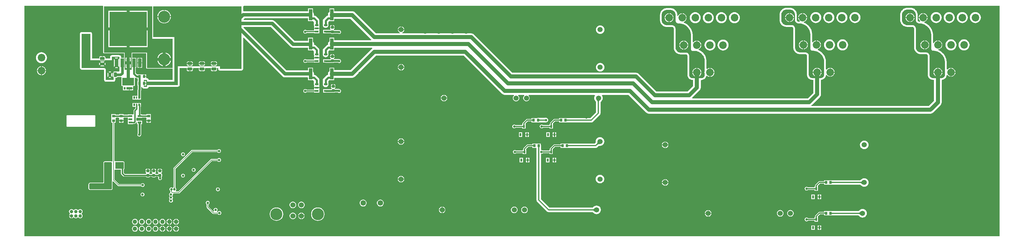
<source format=gbl>
G04*
G04 #@! TF.GenerationSoftware,Altium Limited,Altium Designer,20.1.8 (145)*
G04*
G04 Layer_Physical_Order=4*
G04 Layer_Color=16711680*
%FSLAX43Y43*%
%MOMM*%
G71*
G04*
G04 #@! TF.SameCoordinates,5712E5C3-EFE7-4622-A9FF-169796C5DE8E*
G04*
G04*
G04 #@! TF.FilePolarity,Positive*
G04*
G01*
G75*
%ADD14C,0.300*%
%ADD16C,0.200*%
%ADD40C,1.600*%
%ADD46R,1.100X0.600*%
G04:AMPARAMS|DCode=48|XSize=0.9mm|YSize=0.8mm|CornerRadius=0.2mm|HoleSize=0mm|Usage=FLASHONLY|Rotation=180.000|XOffset=0mm|YOffset=0mm|HoleType=Round|Shape=RoundedRectangle|*
%AMROUNDEDRECTD48*
21,1,0.900,0.400,0,0,180.0*
21,1,0.500,0.800,0,0,180.0*
1,1,0.400,-0.250,0.200*
1,1,0.400,0.250,0.200*
1,1,0.400,0.250,-0.200*
1,1,0.400,-0.250,-0.200*
%
%ADD48ROUNDEDRECTD48*%
%ADD57R,0.600X0.900*%
%ADD58R,0.900X0.800*%
%ADD62R,0.800X0.900*%
%ADD67C,0.800*%
%ADD68C,0.600*%
%ADD69C,1.200*%
%ADD70C,0.400*%
%ADD72C,3.500*%
%ADD73C,2.200*%
%ADD74C,1.500*%
%ADD75C,1.000*%
%ADD76C,1.300*%
%ADD77C,0.700*%
%ADD78R,0.600X0.650*%
%ADD79R,0.400X0.650*%
%ADD80R,3.500X2.280*%
%ADD81R,0.520X0.800*%
%ADD82R,1.790X0.800*%
%ADD83R,10.900X10.100*%
%ADD84R,1.000X2.500*%
G04:AMPARAMS|DCode=85|XSize=1.35mm|YSize=0.9mm|CornerRadius=0.225mm|HoleSize=0mm|Usage=FLASHONLY|Rotation=0.000|XOffset=0mm|YOffset=0mm|HoleType=Round|Shape=RoundedRectangle|*
%AMROUNDEDRECTD85*
21,1,1.350,0.450,0,0,0.0*
21,1,0.900,0.900,0,0,0.0*
1,1,0.450,0.450,-0.225*
1,1,0.450,-0.450,-0.225*
1,1,0.450,-0.450,0.225*
1,1,0.450,0.450,0.225*
%
%ADD85ROUNDEDRECTD85*%
G04:AMPARAMS|DCode=86|XSize=1.35mm|YSize=0.9mm|CornerRadius=0.225mm|HoleSize=0mm|Usage=FLASHONLY|Rotation=90.000|XOffset=0mm|YOffset=0mm|HoleType=Round|Shape=RoundedRectangle|*
%AMROUNDEDRECTD86*
21,1,1.350,0.450,0,0,90.0*
21,1,0.900,0.900,0,0,90.0*
1,1,0.450,0.225,0.450*
1,1,0.450,0.225,-0.450*
1,1,0.450,-0.225,-0.450*
1,1,0.450,-0.225,0.450*
%
%ADD86ROUNDEDRECTD86*%
%ADD87R,1.000X3.300*%
%ADD88C,1.000*%
%ADD89C,0.900*%
G36*
X319470Y28280D02*
X35280D01*
Y95720D01*
X58158D01*
X58163Y95715D01*
X58261Y95530D01*
X58260Y95520D01*
X58246Y95450D01*
Y82000D01*
X58262Y81922D01*
X58306Y81856D01*
X58372Y81812D01*
X58450Y81796D01*
X64296D01*
Y80450D01*
X63510D01*
Y80662D01*
X63510Y80662D01*
X63510Y80662D01*
X63491Y80757D01*
X63471Y80857D01*
X63471Y80857D01*
X63471Y80857D01*
X63415Y80940D01*
X63360Y81022D01*
X63360Y81023D01*
X63360Y81023D01*
X63270Y81112D01*
X63270Y81113D01*
X63270Y81113D01*
X63189Y81167D01*
X63105Y81223D01*
X63105Y81223D01*
X63105Y81223D01*
X63007Y81242D01*
X62910Y81261D01*
X62910Y81261D01*
X62909Y81261D01*
X60753Y81258D01*
X60656Y81239D01*
X60558Y81220D01*
X60558Y81219D01*
X60557Y81219D01*
X60475Y81164D01*
X60393Y81109D01*
X60393Y81109D01*
X60392Y81109D01*
X60337Y81026D01*
X60282Y80944D01*
X60282Y80943D01*
X60282Y80943D01*
X60263Y80846D01*
X60243Y80749D01*
Y80260D01*
X58883D01*
Y80525D01*
X58850Y80691D01*
X58756Y80831D01*
X58616Y80925D01*
X58450Y80958D01*
X58100D01*
Y80300D01*
X57900D01*
Y80958D01*
X57550D01*
X57384Y80925D01*
X57244Y80831D01*
X57150Y80691D01*
X57117Y80525D01*
Y80260D01*
X55010D01*
Y87500D01*
X54971Y87695D01*
X54860Y87860D01*
X54695Y87971D01*
X54500Y88010D01*
X52000Y88010D01*
X51805Y87971D01*
X51640Y87860D01*
X51529Y87695D01*
X51490Y87500D01*
X51490Y77498D01*
X51529Y77303D01*
X51640Y77138D01*
X51805Y77027D01*
X52000Y76989D01*
X58476D01*
X58486Y76984D01*
X58490Y76974D01*
X58490Y74000D01*
X58529Y73805D01*
X58640Y73640D01*
X58805Y73529D01*
X59000Y73490D01*
X61250D01*
X61445Y73529D01*
X61610Y73640D01*
X61721Y73805D01*
X61760Y74000D01*
X61760Y74617D01*
X62025D01*
X62191Y74650D01*
X62331Y74744D01*
X62425Y74884D01*
X62426Y74888D01*
X63331D01*
X63358Y74894D01*
X63550Y74728D01*
Y72195D01*
X63838D01*
X64030Y72175D01*
X64030Y71995D01*
Y70975D01*
X65755D01*
Y71575D01*
X65855D01*
Y71675D01*
X66950D01*
X66950Y72175D01*
X67142Y72195D01*
X67450D01*
Y74566D01*
X67650Y74649D01*
X67755Y74579D01*
X67950Y74540D01*
X68250D01*
Y74350D01*
X68340D01*
Y73650D01*
X68250D01*
Y72350D01*
X68340D01*
Y71337D01*
X68279Y71245D01*
X68240Y71050D01*
Y69325D01*
X66750D01*
Y68275D01*
X69250D01*
Y68751D01*
X69260Y68800D01*
Y70863D01*
X69321Y70955D01*
X69360Y71150D01*
Y71867D01*
X69560Y71887D01*
X69576Y71805D01*
X69687Y71640D01*
X69852Y71529D01*
X70047Y71490D01*
X71000D01*
X71195Y71529D01*
X71360Y71640D01*
X71471Y71805D01*
X71508Y71990D01*
X80000Y71990D01*
X80195Y72029D01*
X80360Y72140D01*
X80471Y72305D01*
X80510Y72500D01*
X80510Y77490D01*
X82563D01*
X82617Y77425D01*
Y77300D01*
X84392D01*
X84556Y77490D01*
X86063D01*
X86117Y77425D01*
Y77300D01*
X87892D01*
X88056Y77490D01*
X89563D01*
X89617Y77425D01*
Y77300D01*
X91392D01*
X91540Y77472D01*
X91740Y77458D01*
Y77250D01*
X91779Y77055D01*
X91890Y76890D01*
X92055Y76779D01*
X92250Y76740D01*
X98500D01*
X98695Y76779D01*
X98860Y76890D01*
X98971Y77055D01*
X99010Y77250D01*
X99010Y86250D01*
Y86302D01*
X99195Y86379D01*
X110537Y75037D01*
X110746Y74876D01*
X110989Y74776D01*
X111250Y74741D01*
X117864D01*
X117871Y74693D01*
X117950Y74501D01*
Y73900D01*
X118809D01*
X118850Y73895D01*
X119364D01*
X119643Y73616D01*
Y72700D01*
X119671Y72491D01*
X119700Y72420D01*
Y71850D01*
X120450D01*
X121200D01*
Y72420D01*
X121229Y72491D01*
X121257Y72700D01*
Y73950D01*
X121229Y74159D01*
X121149Y74353D01*
X121021Y74521D01*
X120269Y75272D01*
X120102Y75400D01*
X119907Y75481D01*
X119699Y75508D01*
X119636Y75579D01*
X119659Y75750D01*
X119624Y76011D01*
X119523Y76254D01*
X119363Y76463D01*
X119350Y76473D01*
Y77600D01*
X117950D01*
Y76759D01*
X111668D01*
X99135Y89291D01*
X99218Y89491D01*
X107082D01*
X112863Y83711D01*
X113072Y83550D01*
X113315Y83449D01*
X113576Y83415D01*
X117950D01*
Y82649D01*
X118809D01*
X118850Y82643D01*
X119364D01*
X119643Y82364D01*
Y81449D01*
X119671Y81240D01*
X119700Y81169D01*
Y80599D01*
X120450D01*
X121200D01*
Y81169D01*
X121229Y81240D01*
X121257Y81449D01*
Y82699D01*
X121229Y82908D01*
X121149Y83102D01*
X121021Y83269D01*
X120269Y84021D01*
X120102Y84149D01*
X119907Y84230D01*
X119711Y84255D01*
X119734Y84424D01*
X119699Y84685D01*
X119599Y84928D01*
X119438Y85137D01*
X119350Y85205D01*
Y86349D01*
X117950D01*
Y85432D01*
X113994D01*
X108213Y91213D01*
X108004Y91373D01*
X107761Y91474D01*
X107500Y91509D01*
X99218D01*
X99135Y91709D01*
X99493Y92066D01*
X117950D01*
Y91225D01*
X118809D01*
X118850Y91220D01*
X119364D01*
X119643Y90941D01*
Y90025D01*
X119671Y89816D01*
X119700Y89745D01*
Y89175D01*
X120450D01*
X121200D01*
Y89745D01*
X121229Y89816D01*
X121257Y90025D01*
Y91275D01*
X121229Y91484D01*
X121149Y91678D01*
X121021Y91846D01*
X120269Y92597D01*
X120102Y92725D01*
X119907Y92806D01*
X119699Y92833D01*
X119636Y92904D01*
X119659Y93075D01*
X119624Y93336D01*
X119524Y93579D01*
X119363Y93788D01*
X119350Y93798D01*
Y94925D01*
X117950D01*
Y94084D01*
X99210D01*
X99010Y94257D01*
Y95500D01*
X99006Y95520D01*
X99170Y95720D01*
X319470D01*
X319470Y28280D01*
D02*
G37*
G36*
X72500Y86000D02*
X78500D01*
Y77500D01*
X71000D01*
Y82000D01*
X66500D01*
Y77000D01*
X64500D01*
Y77550D01*
X64500D01*
Y80450D01*
X64500D01*
Y82000D01*
X58450D01*
Y95450D01*
X58500Y95500D01*
X72500D01*
Y86000D01*
D02*
G37*
G36*
X98500Y86250D02*
X98500Y77250D01*
X92250D01*
Y78000D01*
X80000Y78000D01*
X80000Y72500D01*
X71000Y72500D01*
Y72000D01*
X70047D01*
Y72350D01*
X70050D01*
Y73000D01*
Y73650D01*
X70047D01*
Y74000D01*
X71000D01*
Y73500D01*
X79000Y73500D01*
X79000Y78000D01*
X79000Y86500D01*
X72834D01*
X72834Y95500D01*
X98500D01*
X98500Y86250D01*
D02*
G37*
G36*
X54500Y79750D02*
X57271D01*
X57384Y79675D01*
X57550Y79642D01*
X58450D01*
X58616Y79675D01*
X58729Y79750D01*
X60753D01*
Y80749D01*
X62910Y80752D01*
X63000Y80662D01*
X63000Y76590D01*
X62910Y76500D01*
X61250Y76500D01*
Y76229D01*
X61175Y76116D01*
X61142Y75950D01*
Y75050D01*
X61175Y74884D01*
X61250Y74771D01*
X61250Y74000D01*
X59000D01*
X59000Y77000D01*
X58991Y77097D01*
X58917Y77277D01*
X58779Y77415D01*
X58618Y77481D01*
X58599Y77489D01*
X58502Y77498D01*
X58502Y77498D01*
X58502Y77498D01*
X58502Y77498D01*
X52000D01*
X52000Y87500D01*
X54500Y87500D01*
Y79750D01*
D02*
G37*
G36*
X70796Y77500D02*
X70812Y77422D01*
X70856Y77356D01*
X70922Y77312D01*
X71000Y77296D01*
X78490D01*
X78490Y74010D01*
X71508Y74010D01*
X71471Y74195D01*
X71360Y74360D01*
X71195Y74471D01*
X71000Y74510D01*
X70750D01*
Y74900D01*
X70150D01*
Y75000D01*
X70050D01*
Y75650D01*
X69550D01*
Y75650D01*
X69450D01*
Y75650D01*
X68250D01*
Y75650D01*
X68056Y75665D01*
X67710Y76011D01*
Y77550D01*
X67900D01*
Y80450D01*
X66704D01*
Y81796D01*
X70796D01*
Y77500D01*
D02*
G37*
%LPC*%
G36*
X262160Y93548D02*
Y92350D01*
X263358D01*
X263327Y92589D01*
X263196Y92906D01*
X262987Y93177D01*
X262716Y93386D01*
X262399Y93517D01*
X262160Y93548D01*
D02*
G37*
G36*
X261960D02*
X261721Y93517D01*
X261404Y93386D01*
X261133Y93177D01*
X260924Y92906D01*
X260793Y92589D01*
X260762Y92350D01*
X261960D01*
Y93548D01*
D02*
G37*
G36*
X297230Y93548D02*
Y92350D01*
X298428D01*
X298396Y92589D01*
X298266Y92906D01*
X298057Y93177D01*
X297786Y93386D01*
X297469Y93517D01*
X297230Y93548D01*
D02*
G37*
G36*
X297030Y93548D02*
X296791Y93517D01*
X296474Y93386D01*
X296203Y93177D01*
X295994Y92906D01*
X295863Y92589D01*
X295832Y92350D01*
X297030D01*
Y93548D01*
D02*
G37*
G36*
X227030Y93498D02*
Y92300D01*
X228228D01*
X228197Y92539D01*
X228066Y92856D01*
X227857Y93127D01*
X227586Y93336D01*
X227269Y93467D01*
X227030Y93498D01*
D02*
G37*
G36*
X277300Y93858D02*
X276986Y93827D01*
X276685Y93735D01*
X276407Y93587D01*
X276163Y93387D01*
X275963Y93143D01*
X275815Y92865D01*
X275723Y92564D01*
X275692Y92250D01*
X275723Y91936D01*
X275815Y91635D01*
X275963Y91357D01*
X276163Y91113D01*
X276407Y90913D01*
X276685Y90765D01*
X276986Y90673D01*
X277300Y90642D01*
X277614Y90673D01*
X277915Y90765D01*
X278193Y90913D01*
X278437Y91113D01*
X278637Y91357D01*
X278785Y91635D01*
X278877Y91936D01*
X278908Y92250D01*
X278877Y92564D01*
X278785Y92865D01*
X278637Y93143D01*
X278437Y93387D01*
X278193Y93587D01*
X277915Y93735D01*
X277614Y93827D01*
X277300Y93858D01*
D02*
G37*
G36*
X273490D02*
X273176Y93827D01*
X272875Y93735D01*
X272597Y93587D01*
X272353Y93387D01*
X272153Y93143D01*
X272005Y92865D01*
X271913Y92564D01*
X271882Y92250D01*
X271913Y91936D01*
X272005Y91635D01*
X272153Y91357D01*
X272353Y91113D01*
X272597Y90913D01*
X272875Y90765D01*
X273176Y90673D01*
X273490Y90642D01*
X273804Y90673D01*
X274105Y90765D01*
X274383Y90913D01*
X274627Y91113D01*
X274827Y91357D01*
X274975Y91635D01*
X275067Y91936D01*
X275098Y92250D01*
X275067Y92564D01*
X274975Y92865D01*
X274827Y93143D01*
X274627Y93387D01*
X274383Y93587D01*
X274105Y93735D01*
X273804Y93827D01*
X273490Y93858D01*
D02*
G37*
G36*
X269680D02*
X269366Y93827D01*
X269065Y93735D01*
X268787Y93587D01*
X268543Y93387D01*
X268343Y93143D01*
X268195Y92865D01*
X268103Y92564D01*
X268072Y92250D01*
X268103Y91936D01*
X268195Y91635D01*
X268343Y91357D01*
X268543Y91113D01*
X268787Y90913D01*
X269065Y90765D01*
X269366Y90673D01*
X269680Y90642D01*
X269994Y90673D01*
X270295Y90765D01*
X270573Y90913D01*
X270817Y91113D01*
X271017Y91357D01*
X271165Y91635D01*
X271257Y91936D01*
X271288Y92250D01*
X271257Y92564D01*
X271165Y92865D01*
X271017Y93143D01*
X270817Y93387D01*
X270573Y93587D01*
X270295Y93735D01*
X269994Y93827D01*
X269680Y93858D01*
D02*
G37*
G36*
X265870D02*
X265556Y93827D01*
X265255Y93735D01*
X264977Y93587D01*
X264733Y93387D01*
X264533Y93143D01*
X264385Y92865D01*
X264293Y92564D01*
X264262Y92250D01*
X264293Y91936D01*
X264385Y91635D01*
X264533Y91357D01*
X264733Y91113D01*
X264977Y90913D01*
X265255Y90765D01*
X265556Y90673D01*
X265870Y90642D01*
X266184Y90673D01*
X266485Y90765D01*
X266763Y90913D01*
X267007Y91113D01*
X267207Y91357D01*
X267355Y91635D01*
X267447Y91936D01*
X267478Y92250D01*
X267447Y92564D01*
X267355Y92865D01*
X267207Y93143D01*
X267007Y93387D01*
X266763Y93587D01*
X266485Y93735D01*
X266184Y93827D01*
X265870Y93858D01*
D02*
G37*
G36*
X312370Y93858D02*
X312056Y93827D01*
X311755Y93735D01*
X311477Y93587D01*
X311233Y93387D01*
X311033Y93143D01*
X310885Y92865D01*
X310793Y92564D01*
X310762Y92250D01*
X310793Y91936D01*
X310885Y91635D01*
X311033Y91357D01*
X311233Y91113D01*
X311477Y90913D01*
X311755Y90765D01*
X312056Y90673D01*
X312370Y90642D01*
X312684Y90673D01*
X312985Y90765D01*
X313263Y90913D01*
X313507Y91113D01*
X313707Y91357D01*
X313855Y91635D01*
X313947Y91936D01*
X313978Y92250D01*
X313947Y92564D01*
X313855Y92865D01*
X313707Y93143D01*
X313507Y93387D01*
X313263Y93587D01*
X312985Y93735D01*
X312684Y93827D01*
X312370Y93858D01*
D02*
G37*
G36*
X308560D02*
X308246Y93827D01*
X307945Y93735D01*
X307667Y93587D01*
X307423Y93387D01*
X307223Y93143D01*
X307075Y92865D01*
X306983Y92564D01*
X306952Y92250D01*
X306983Y91936D01*
X307075Y91635D01*
X307223Y91357D01*
X307423Y91113D01*
X307667Y90913D01*
X307945Y90765D01*
X308246Y90673D01*
X308560Y90642D01*
X308874Y90673D01*
X309175Y90765D01*
X309453Y90913D01*
X309697Y91113D01*
X309897Y91357D01*
X310045Y91635D01*
X310137Y91936D01*
X310168Y92250D01*
X310137Y92564D01*
X310045Y92865D01*
X309897Y93143D01*
X309697Y93387D01*
X309453Y93587D01*
X309175Y93735D01*
X308874Y93827D01*
X308560Y93858D01*
D02*
G37*
G36*
X304750D02*
X304436Y93827D01*
X304135Y93735D01*
X303857Y93587D01*
X303613Y93387D01*
X303413Y93143D01*
X303265Y92865D01*
X303173Y92564D01*
X303142Y92250D01*
X303173Y91936D01*
X303265Y91635D01*
X303413Y91357D01*
X303613Y91113D01*
X303857Y90913D01*
X304135Y90765D01*
X304436Y90673D01*
X304750Y90642D01*
X305064Y90673D01*
X305365Y90765D01*
X305643Y90913D01*
X305887Y91113D01*
X306087Y91357D01*
X306235Y91635D01*
X306327Y91936D01*
X306358Y92250D01*
X306327Y92564D01*
X306235Y92865D01*
X306087Y93143D01*
X305887Y93387D01*
X305643Y93587D01*
X305365Y93735D01*
X305064Y93827D01*
X304750Y93858D01*
D02*
G37*
G36*
X300940D02*
X300626Y93827D01*
X300325Y93735D01*
X300047Y93587D01*
X299803Y93387D01*
X299603Y93143D01*
X299455Y92865D01*
X299363Y92564D01*
X299332Y92250D01*
X299363Y91936D01*
X299455Y91635D01*
X299603Y91357D01*
X299803Y91113D01*
X300047Y90913D01*
X300325Y90765D01*
X300626Y90673D01*
X300940Y90642D01*
X301254Y90673D01*
X301555Y90765D01*
X301833Y90913D01*
X302077Y91113D01*
X302277Y91357D01*
X302425Y91635D01*
X302517Y91936D01*
X302548Y92250D01*
X302517Y92564D01*
X302425Y92865D01*
X302277Y93143D01*
X302077Y93387D01*
X301833Y93587D01*
X301555Y93735D01*
X301254Y93827D01*
X300940Y93858D01*
D02*
G37*
G36*
X242170Y93808D02*
X241856Y93777D01*
X241555Y93685D01*
X241277Y93537D01*
X241033Y93337D01*
X240833Y93093D01*
X240685Y92815D01*
X240593Y92514D01*
X240562Y92200D01*
X240593Y91886D01*
X240685Y91585D01*
X240833Y91307D01*
X241033Y91063D01*
X241277Y90863D01*
X241555Y90715D01*
X241856Y90623D01*
X242170Y90592D01*
X242484Y90623D01*
X242785Y90715D01*
X243063Y90863D01*
X243307Y91063D01*
X243507Y91307D01*
X243655Y91585D01*
X243747Y91886D01*
X243778Y92200D01*
X243747Y92514D01*
X243655Y92815D01*
X243507Y93093D01*
X243307Y93337D01*
X243063Y93537D01*
X242785Y93685D01*
X242484Y93777D01*
X242170Y93808D01*
D02*
G37*
G36*
X238360D02*
X238046Y93777D01*
X237745Y93685D01*
X237467Y93537D01*
X237223Y93337D01*
X237023Y93093D01*
X236875Y92815D01*
X236783Y92514D01*
X236752Y92200D01*
X236783Y91886D01*
X236875Y91585D01*
X237023Y91307D01*
X237223Y91063D01*
X237467Y90863D01*
X237745Y90715D01*
X238046Y90623D01*
X238360Y90592D01*
X238674Y90623D01*
X238975Y90715D01*
X239253Y90863D01*
X239497Y91063D01*
X239697Y91307D01*
X239845Y91585D01*
X239937Y91886D01*
X239968Y92200D01*
X239937Y92514D01*
X239845Y92815D01*
X239697Y93093D01*
X239497Y93337D01*
X239253Y93537D01*
X238975Y93685D01*
X238674Y93777D01*
X238360Y93808D01*
D02*
G37*
G36*
X234550D02*
X234236Y93777D01*
X233935Y93685D01*
X233657Y93537D01*
X233413Y93337D01*
X233213Y93093D01*
X233065Y92815D01*
X232973Y92514D01*
X232942Y92200D01*
X232973Y91886D01*
X233065Y91585D01*
X233213Y91307D01*
X233413Y91063D01*
X233657Y90863D01*
X233935Y90715D01*
X234236Y90623D01*
X234550Y90592D01*
X234864Y90623D01*
X235165Y90715D01*
X235443Y90863D01*
X235687Y91063D01*
X235887Y91307D01*
X236035Y91585D01*
X236127Y91886D01*
X236158Y92200D01*
X236127Y92514D01*
X236035Y92815D01*
X235887Y93093D01*
X235687Y93337D01*
X235443Y93537D01*
X235165Y93685D01*
X234864Y93777D01*
X234550Y93808D01*
D02*
G37*
G36*
X230740D02*
X230426Y93777D01*
X230125Y93685D01*
X229847Y93537D01*
X229603Y93337D01*
X229403Y93093D01*
X229255Y92815D01*
X229163Y92514D01*
X229132Y92200D01*
X229163Y91886D01*
X229255Y91585D01*
X229403Y91307D01*
X229603Y91063D01*
X229847Y90863D01*
X230125Y90715D01*
X230426Y90623D01*
X230740Y90592D01*
X231054Y90623D01*
X231355Y90715D01*
X231633Y90863D01*
X231877Y91063D01*
X232077Y91307D01*
X232225Y91585D01*
X232317Y91886D01*
X232348Y92200D01*
X232317Y92514D01*
X232225Y92815D01*
X232077Y93093D01*
X231877Y93337D01*
X231633Y93537D01*
X231355Y93685D01*
X231054Y93777D01*
X230740Y93808D01*
D02*
G37*
G36*
X125250Y90008D02*
X125100D01*
Y89500D01*
X125658D01*
Y89600D01*
X125627Y89756D01*
X125538Y89888D01*
X125406Y89977D01*
X125250Y90008D01*
D02*
G37*
G36*
X124900D02*
X124750D01*
X124594Y89977D01*
X124462Y89888D01*
X124373Y89756D01*
X124342Y89600D01*
Y89500D01*
X124900D01*
Y90008D01*
D02*
G37*
G36*
X145150Y89645D02*
Y88800D01*
X145995D01*
X145976Y88948D01*
X145880Y89179D01*
X145728Y89378D01*
X145529Y89530D01*
X145298Y89626D01*
X145150Y89645D01*
D02*
G37*
G36*
X144950D02*
X144802Y89626D01*
X144571Y89530D01*
X144372Y89378D01*
X144220Y89179D01*
X144124Y88948D01*
X144105Y88800D01*
X144950D01*
Y89645D01*
D02*
G37*
G36*
X121200Y88975D02*
X120450D01*
X119700D01*
Y88469D01*
X117515D01*
X117497Y88497D01*
X117315Y88618D01*
X117100Y88661D01*
X116885Y88618D01*
X116703Y88497D01*
X116582Y88315D01*
X116539Y88100D01*
X116582Y87885D01*
X116703Y87703D01*
X116885Y87582D01*
X117100Y87539D01*
X117315Y87582D01*
X117497Y87703D01*
X117531Y87756D01*
X119700D01*
Y87625D01*
X121200D01*
Y88575D01*
Y88975D01*
D02*
G37*
G36*
X203050Y89961D02*
X202724Y89918D01*
X202420Y89792D01*
X202158Y89592D01*
X201958Y89330D01*
X201832Y89026D01*
X201789Y88700D01*
X201832Y88374D01*
X201958Y88070D01*
X202158Y87809D01*
X202420Y87608D01*
X202724Y87482D01*
X203050Y87439D01*
X203376Y87482D01*
X203680Y87608D01*
X203942Y87809D01*
X204142Y88070D01*
X204268Y88374D01*
X204311Y88700D01*
X204268Y89026D01*
X204142Y89330D01*
X203942Y89592D01*
X203680Y89792D01*
X203376Y89918D01*
X203050Y89961D01*
D02*
G37*
G36*
X125658Y89300D02*
X125000D01*
X124342D01*
Y89200D01*
X124373Y89044D01*
X124462Y88912D01*
X124420Y88699D01*
X124358Y88635D01*
X123050D01*
X123001Y88625D01*
X122300D01*
Y87625D01*
X123001D01*
X123050Y87615D01*
X124459D01*
X124462Y87612D01*
X124594Y87523D01*
X124750Y87492D01*
X125250D01*
X125406Y87523D01*
X125506Y87590D01*
X126623D01*
X126785Y87482D01*
X127000Y87439D01*
X127215Y87482D01*
X127397Y87603D01*
X127518Y87785D01*
X127561Y88000D01*
X127518Y88215D01*
X127397Y88397D01*
X127215Y88518D01*
X127157Y88530D01*
X127095Y88571D01*
X126900Y88610D01*
X125506D01*
X125463Y88639D01*
X125455Y88666D01*
Y88834D01*
X125463Y88861D01*
X125538Y88912D01*
X125627Y89044D01*
X125658Y89200D01*
Y89300D01*
D02*
G37*
G36*
X301540Y85548D02*
Y84350D01*
X302738D01*
X302706Y84589D01*
X302576Y84906D01*
X302367Y85177D01*
X302096Y85386D01*
X301779Y85517D01*
X301540Y85548D01*
D02*
G37*
G36*
X266160D02*
Y84350D01*
X267358D01*
X267327Y84589D01*
X267196Y84906D01*
X266987Y85177D01*
X266716Y85386D01*
X266399Y85517D01*
X266160Y85548D01*
D02*
G37*
G36*
X231340Y85498D02*
Y84300D01*
X232538D01*
X232507Y84539D01*
X232376Y84856D01*
X232167Y85127D01*
X231896Y85336D01*
X231579Y85467D01*
X231340Y85498D01*
D02*
G37*
G36*
X309060Y85858D02*
X308746Y85827D01*
X308445Y85735D01*
X308167Y85587D01*
X307923Y85387D01*
X307723Y85143D01*
X307575Y84865D01*
X307483Y84564D01*
X307452Y84250D01*
X307483Y83936D01*
X307575Y83635D01*
X307723Y83357D01*
X307923Y83113D01*
X308167Y82913D01*
X308445Y82765D01*
X308746Y82673D01*
X309060Y82642D01*
X309374Y82673D01*
X309675Y82765D01*
X309953Y82913D01*
X310197Y83113D01*
X310397Y83357D01*
X310545Y83635D01*
X310637Y83936D01*
X310668Y84250D01*
X310637Y84564D01*
X310545Y84865D01*
X310397Y85143D01*
X310197Y85387D01*
X309953Y85587D01*
X309675Y85735D01*
X309374Y85827D01*
X309060Y85858D01*
D02*
G37*
G36*
X305250D02*
X304936Y85827D01*
X304635Y85735D01*
X304357Y85587D01*
X304113Y85387D01*
X303913Y85143D01*
X303765Y84865D01*
X303673Y84564D01*
X303642Y84250D01*
X303673Y83936D01*
X303765Y83635D01*
X303913Y83357D01*
X304113Y83113D01*
X304357Y82913D01*
X304635Y82765D01*
X304936Y82673D01*
X305250Y82642D01*
X305564Y82673D01*
X305865Y82765D01*
X306143Y82913D01*
X306387Y83113D01*
X306587Y83357D01*
X306735Y83635D01*
X306827Y83936D01*
X306858Y84250D01*
X306827Y84564D01*
X306735Y84865D01*
X306587Y85143D01*
X306387Y85387D01*
X306143Y85587D01*
X305865Y85735D01*
X305564Y85827D01*
X305250Y85858D01*
D02*
G37*
G36*
X273680D02*
X273366Y85827D01*
X273065Y85735D01*
X272787Y85587D01*
X272543Y85387D01*
X272343Y85143D01*
X272195Y84865D01*
X272103Y84564D01*
X272072Y84250D01*
X272103Y83936D01*
X272195Y83635D01*
X272343Y83357D01*
X272543Y83113D01*
X272787Y82913D01*
X273065Y82765D01*
X273366Y82673D01*
X273680Y82642D01*
X273994Y82673D01*
X274295Y82765D01*
X274573Y82913D01*
X274817Y83113D01*
X275017Y83357D01*
X275165Y83635D01*
X275257Y83936D01*
X275288Y84250D01*
X275257Y84564D01*
X275165Y84865D01*
X275017Y85143D01*
X274817Y85387D01*
X274573Y85587D01*
X274295Y85735D01*
X273994Y85827D01*
X273680Y85858D01*
D02*
G37*
G36*
X269870D02*
X269556Y85827D01*
X269255Y85735D01*
X268977Y85587D01*
X268733Y85387D01*
X268533Y85143D01*
X268385Y84865D01*
X268293Y84564D01*
X268262Y84250D01*
X268293Y83936D01*
X268385Y83635D01*
X268533Y83357D01*
X268733Y83113D01*
X268977Y82913D01*
X269255Y82765D01*
X269556Y82673D01*
X269870Y82642D01*
X270184Y82673D01*
X270485Y82765D01*
X270763Y82913D01*
X271007Y83113D01*
X271207Y83357D01*
X271355Y83635D01*
X271447Y83936D01*
X271478Y84250D01*
X271447Y84564D01*
X271355Y84865D01*
X271207Y85143D01*
X271007Y85387D01*
X270763Y85587D01*
X270485Y85735D01*
X270184Y85827D01*
X269870Y85858D01*
D02*
G37*
G36*
X238860Y85808D02*
X238546Y85777D01*
X238245Y85685D01*
X237967Y85537D01*
X237723Y85337D01*
X237523Y85093D01*
X237375Y84815D01*
X237283Y84514D01*
X237252Y84200D01*
X237283Y83886D01*
X237375Y83585D01*
X237523Y83307D01*
X237723Y83063D01*
X237967Y82863D01*
X238245Y82715D01*
X238546Y82623D01*
X238860Y82592D01*
X239174Y82623D01*
X239475Y82715D01*
X239753Y82863D01*
X239997Y83063D01*
X240197Y83307D01*
X240345Y83585D01*
X240437Y83886D01*
X240468Y84200D01*
X240437Y84514D01*
X240345Y84815D01*
X240197Y85093D01*
X239997Y85337D01*
X239753Y85537D01*
X239475Y85685D01*
X239174Y85777D01*
X238860Y85808D01*
D02*
G37*
G36*
X235050D02*
X234736Y85777D01*
X234435Y85685D01*
X234157Y85537D01*
X233913Y85337D01*
X233713Y85093D01*
X233565Y84815D01*
X233473Y84514D01*
X233442Y84200D01*
X233473Y83886D01*
X233565Y83585D01*
X233713Y83307D01*
X233913Y83063D01*
X234157Y82863D01*
X234435Y82715D01*
X234736Y82623D01*
X235050Y82592D01*
X235364Y82623D01*
X235665Y82715D01*
X235943Y82863D01*
X236187Y83063D01*
X236387Y83307D01*
X236535Y83585D01*
X236627Y83886D01*
X236658Y84200D01*
X236627Y84514D01*
X236535Y84815D01*
X236387Y85093D01*
X236187Y85337D01*
X235943Y85537D01*
X235665Y85685D01*
X235364Y85777D01*
X235050Y85808D01*
D02*
G37*
G36*
X125250Y81508D02*
X125100D01*
Y81000D01*
X125658D01*
Y81100D01*
X125627Y81256D01*
X125538Y81388D01*
X125406Y81477D01*
X125250Y81508D01*
D02*
G37*
G36*
X124900D02*
X124750D01*
X124594Y81477D01*
X124462Y81388D01*
X124373Y81256D01*
X124342Y81100D01*
Y81000D01*
X124900D01*
Y81508D01*
D02*
G37*
G36*
X121200Y80399D02*
X120450D01*
X119700D01*
Y79893D01*
X117515D01*
X117497Y79920D01*
X117315Y80042D01*
X117100Y80084D01*
X116885Y80042D01*
X116704Y79920D01*
X116582Y79738D01*
X116539Y79524D01*
X116582Y79309D01*
X116704Y79127D01*
X116885Y79006D01*
X117100Y78963D01*
X117315Y79006D01*
X117497Y79127D01*
X117531Y79179D01*
X119700D01*
Y79049D01*
X121200D01*
Y79999D01*
Y80399D01*
D02*
G37*
G36*
X125658Y80800D02*
X125000D01*
X124342D01*
Y80700D01*
X124373Y80544D01*
X124462Y80412D01*
X124490Y80393D01*
X124509Y80178D01*
X124390Y80058D01*
X123050D01*
X123001Y80049D01*
X122300D01*
Y79049D01*
X123001D01*
X123050Y79039D01*
X124571D01*
X124594Y79023D01*
X124750Y78992D01*
X125250D01*
X125406Y79023D01*
X125506Y79090D01*
X126623D01*
X126785Y78982D01*
X127000Y78939D01*
X127215Y78982D01*
X127397Y79103D01*
X127518Y79285D01*
X127561Y79500D01*
X127518Y79715D01*
X127397Y79897D01*
X127215Y80018D01*
X127157Y80030D01*
X127095Y80071D01*
X126900Y80110D01*
X125506D01*
X125463Y80139D01*
X125455Y80166D01*
Y80334D01*
X125463Y80361D01*
X125538Y80412D01*
X125627Y80544D01*
X125658Y80700D01*
Y80800D01*
D02*
G37*
G36*
X40250Y82108D02*
X39936Y82077D01*
X39635Y81985D01*
X39357Y81837D01*
X39113Y81637D01*
X38913Y81393D01*
X38765Y81115D01*
X38673Y80814D01*
X38642Y80500D01*
X38673Y80186D01*
X38765Y79885D01*
X38913Y79607D01*
X39113Y79363D01*
X39357Y79163D01*
X39635Y79015D01*
X39936Y78923D01*
X40250Y78892D01*
X40564Y78923D01*
X40865Y79015D01*
X41143Y79163D01*
X41387Y79363D01*
X41587Y79607D01*
X41735Y79885D01*
X41827Y80186D01*
X41858Y80500D01*
X41827Y80814D01*
X41735Y81115D01*
X41587Y81393D01*
X41387Y81637D01*
X41143Y81837D01*
X40865Y81985D01*
X40564Y82077D01*
X40250Y82108D01*
D02*
G37*
G36*
X145150Y78645D02*
Y77800D01*
X145995D01*
X145976Y77948D01*
X145880Y78179D01*
X145728Y78378D01*
X145529Y78530D01*
X145298Y78626D01*
X145150Y78645D01*
D02*
G37*
G36*
X144950D02*
X144802Y78626D01*
X144571Y78530D01*
X144372Y78378D01*
X144220Y78179D01*
X144124Y77948D01*
X144105Y77800D01*
X144950D01*
Y78645D01*
D02*
G37*
G36*
X40350Y77988D02*
Y76790D01*
X41548D01*
X41517Y77029D01*
X41386Y77346D01*
X41177Y77617D01*
X40906Y77826D01*
X40589Y77957D01*
X40350Y77988D01*
D02*
G37*
G36*
X40150D02*
X39911Y77957D01*
X39594Y77826D01*
X39323Y77617D01*
X39114Y77346D01*
X38983Y77029D01*
X38952Y76790D01*
X40150D01*
Y77988D01*
D02*
G37*
G36*
X144950Y77600D02*
X144105D01*
X144124Y77452D01*
X144220Y77221D01*
X144372Y77022D01*
X144571Y76870D01*
X144802Y76774D01*
X144950Y76755D01*
Y77600D01*
D02*
G37*
G36*
X145995D02*
X145150D01*
Y76755D01*
X145298Y76774D01*
X145529Y76870D01*
X145728Y77022D01*
X145880Y77221D01*
X145976Y77452D01*
X145995Y77600D01*
D02*
G37*
G36*
X91383Y77100D02*
X90600D01*
Y76542D01*
X90950D01*
X91116Y76575D01*
X91256Y76669D01*
X91350Y76809D01*
X91383Y76975D01*
Y77100D01*
D02*
G37*
G36*
X90400D02*
X89617D01*
Y76975D01*
X89650Y76809D01*
X89744Y76669D01*
X89884Y76575D01*
X90050Y76542D01*
X90400D01*
Y77100D01*
D02*
G37*
G36*
X87883D02*
X87100D01*
Y76542D01*
X87450D01*
X87616Y76575D01*
X87756Y76669D01*
X87850Y76809D01*
X87883Y76975D01*
Y77100D01*
D02*
G37*
G36*
X86900D02*
X86117D01*
Y76975D01*
X86150Y76809D01*
X86244Y76669D01*
X86384Y76575D01*
X86550Y76542D01*
X86900D01*
Y77100D01*
D02*
G37*
G36*
X84383D02*
X83600D01*
Y76542D01*
X83950D01*
X84116Y76575D01*
X84256Y76669D01*
X84350Y76809D01*
X84383Y76975D01*
Y77100D01*
D02*
G37*
G36*
X83400D02*
X82617D01*
Y76975D01*
X82650Y76809D01*
X82744Y76669D01*
X82884Y76575D01*
X83050Y76542D01*
X83400D01*
Y77100D01*
D02*
G37*
G36*
X203050Y78961D02*
X202724Y78918D01*
X202420Y78792D01*
X202158Y78592D01*
X201958Y78330D01*
X201832Y78026D01*
X201789Y77700D01*
X201832Y77374D01*
X201958Y77070D01*
X202158Y76809D01*
X202420Y76608D01*
X202724Y76482D01*
X203050Y76439D01*
X203376Y76482D01*
X203680Y76608D01*
X203942Y76809D01*
X204142Y77070D01*
X204268Y77374D01*
X204311Y77700D01*
X204268Y78026D01*
X204142Y78330D01*
X203942Y78592D01*
X203680Y78792D01*
X203376Y78918D01*
X203050Y78961D01*
D02*
G37*
G36*
X270160Y77548D02*
Y76350D01*
X271358D01*
X271327Y76589D01*
X271196Y76906D01*
X270987Y77177D01*
X270716Y77386D01*
X270399Y77517D01*
X270160Y77548D01*
D02*
G37*
G36*
X305350Y77548D02*
Y76350D01*
X306548D01*
X306517Y76589D01*
X306386Y76906D01*
X306177Y77177D01*
X305906Y77386D01*
X305589Y77517D01*
X305350Y77548D01*
D02*
G37*
G36*
X235150Y77498D02*
Y76300D01*
X236348D01*
X236317Y76539D01*
X236186Y76856D01*
X235977Y77127D01*
X235706Y77336D01*
X235389Y77467D01*
X235150Y77498D01*
D02*
G37*
G36*
X41548Y76590D02*
X40350D01*
Y75392D01*
X40589Y75423D01*
X40906Y75554D01*
X41177Y75763D01*
X41386Y76034D01*
X41517Y76351D01*
X41548Y76590D01*
D02*
G37*
G36*
X40150D02*
X38952D01*
X38983Y76351D01*
X39114Y76034D01*
X39323Y75763D01*
X39594Y75554D01*
X39911Y75423D01*
X40150Y75392D01*
Y76590D01*
D02*
G37*
G36*
X271358Y76150D02*
X270160D01*
Y74952D01*
X270399Y74983D01*
X270716Y75114D01*
X270987Y75323D01*
X271196Y75594D01*
X271327Y75911D01*
X271358Y76150D01*
D02*
G37*
G36*
X306548Y76150D02*
X305350D01*
Y74952D01*
X305589Y74983D01*
X305906Y75114D01*
X306177Y75323D01*
X306386Y75594D01*
X306517Y75911D01*
X306548Y76150D01*
D02*
G37*
G36*
X236348Y76100D02*
X235150D01*
Y74902D01*
X235389Y74933D01*
X235706Y75064D01*
X235977Y75273D01*
X236186Y75544D01*
X236317Y75861D01*
X236348Y76100D01*
D02*
G37*
G36*
X258468Y95060D02*
X257172D01*
X257123Y95050D01*
X257073D01*
X256783Y94992D01*
X256737Y94973D01*
X256687Y94963D01*
X256414Y94850D01*
X256373Y94822D01*
X256326Y94803D01*
X256081Y94639D01*
X256045Y94603D01*
X256003Y94576D01*
X255794Y94367D01*
X255766Y94325D01*
X255731Y94289D01*
X255567Y94044D01*
X255548Y93997D01*
X255520Y93956D01*
X255407Y93683D01*
X255397Y93633D01*
X255378Y93587D01*
X255320Y93297D01*
Y93247D01*
X255310Y93198D01*
Y91402D01*
X255320Y91353D01*
Y91303D01*
X255378Y91013D01*
X255397Y90967D01*
X255407Y90917D01*
X255520Y90644D01*
X255548Y90603D01*
X255567Y90556D01*
X255731Y90311D01*
X255766Y90275D01*
X255794Y90233D01*
X256003Y90024D01*
X256045Y89996D01*
X256081Y89961D01*
X256326Y89797D01*
X256373Y89778D01*
X256414Y89750D01*
X256687Y89637D01*
X256737Y89627D01*
X256783Y89608D01*
X257073Y89550D01*
X257123D01*
X257172Y89540D01*
X258807Y89540D01*
X258855Y89538D01*
X258962Y89517D01*
X259050Y89480D01*
X259129Y89427D01*
X259197Y89359D01*
X259250Y89280D01*
X259287Y89192D01*
X259298Y89134D01*
X259298Y89134D01*
X259308Y89085D01*
X259310Y89037D01*
Y83550D01*
Y83402D01*
X259320Y83353D01*
Y83303D01*
X259378Y83013D01*
X259397Y82967D01*
X259407Y82917D01*
X259520Y82644D01*
X259548Y82603D01*
X259567Y82556D01*
X259731Y82311D01*
X259766Y82275D01*
X259794Y82233D01*
X260003Y82024D01*
X260045Y81996D01*
X260081Y81961D01*
X260326Y81797D01*
X260373Y81778D01*
X260414Y81750D01*
X260687Y81637D01*
X260737Y81627D01*
X260783Y81608D01*
X261073Y81550D01*
X261123D01*
X261172Y81540D01*
X262807Y81540D01*
X262855Y81538D01*
X262962Y81517D01*
X263050Y81480D01*
X263129Y81427D01*
X263197Y81359D01*
X263250Y81280D01*
X263287Y81192D01*
X263298Y81134D01*
X263298Y81134D01*
X263308Y81085D01*
X263310Y81037D01*
Y75550D01*
Y75451D01*
X263320Y75402D01*
Y75352D01*
X263358Y75159D01*
X263378Y75112D01*
X263387Y75063D01*
X263463Y74881D01*
X263491Y74839D01*
X263510Y74793D01*
X263619Y74629D01*
X263655Y74594D01*
X263683Y74552D01*
X263822Y74413D01*
X263864Y74385D01*
X263899Y74349D01*
X264063Y74240D01*
X264109Y74221D01*
X264151Y74193D01*
X264333Y74117D01*
X264382Y74108D01*
X264429Y74088D01*
X264622Y74050D01*
X264672D01*
X264721Y74040D01*
X265141D01*
Y70210D01*
X263540Y68609D01*
X229961D01*
X229879Y68809D01*
X232025Y70956D01*
X232201Y71185D01*
X232312Y71453D01*
X232350Y71740D01*
Y73871D01*
X232550Y73990D01*
X232598D01*
X232648Y74000D01*
X232698D01*
X232891Y74038D01*
X232938Y74058D01*
X232987Y74067D01*
X233169Y74143D01*
X233211Y74171D01*
X233257Y74190D01*
X233421Y74299D01*
X233456Y74335D01*
X233498Y74363D01*
X233637Y74502D01*
X233665Y74544D01*
X233701Y74579D01*
X233810Y74743D01*
X233829Y74789D01*
X233857Y74831D01*
X233933Y75013D01*
X233942Y75062D01*
X233962Y75109D01*
X233969Y75148D01*
X233997Y75170D01*
X234188Y75223D01*
X234394Y75064D01*
X234711Y74933D01*
X234950Y74902D01*
Y76200D01*
Y77498D01*
X234711Y77467D01*
X234394Y77336D01*
X234210Y77194D01*
X234010Y77292D01*
X234010Y79490D01*
X234010Y79687D01*
X234004Y79720D01*
X234006Y79753D01*
X233956Y80144D01*
X233945Y80176D01*
X233943Y80210D01*
X233842Y80590D01*
X233827Y80621D01*
X233821Y80654D01*
X233671Y81018D01*
X233652Y81046D01*
X233641Y81078D01*
X233445Y81420D01*
X233423Y81445D01*
X233408Y81475D01*
X233169Y81788D01*
X233143Y81811D01*
X233125Y81839D01*
X232846Y82118D01*
X232818Y82136D01*
X232796Y82162D01*
X232484Y82402D01*
X232454Y82417D01*
X232428Y82439D01*
X232087Y82636D01*
X232055Y82647D01*
X232027Y82666D01*
X231742Y82784D01*
X231742Y83001D01*
X231896Y83064D01*
X232167Y83273D01*
X232376Y83544D01*
X232507Y83861D01*
X232538Y84100D01*
X231240D01*
Y84200D01*
X231140D01*
Y85498D01*
X230901Y85467D01*
X230584Y85336D01*
X230313Y85127D01*
X230210Y84993D01*
X230010Y85061D01*
X230010Y87000D01*
X230010Y87229D01*
X230003Y87262D01*
X230005Y87296D01*
X229946Y87751D01*
X229935Y87783D01*
X229933Y87816D01*
X229814Y88259D01*
X229799Y88290D01*
X229792Y88323D01*
X229617Y88746D01*
X229598Y88774D01*
X229587Y88806D01*
X229358Y89204D01*
X229336Y89229D01*
X229321Y89259D01*
X229042Y89623D01*
X229016Y89645D01*
X228998Y89673D01*
X228673Y89998D01*
X228645Y90016D01*
X228623Y90042D01*
X228259Y90321D01*
X228229Y90336D01*
X228204Y90358D01*
X227806Y90587D01*
X227774Y90598D01*
X227746Y90617D01*
X227387Y90766D01*
X227375Y90971D01*
X227376Y90975D01*
X227378Y90978D01*
X227586Y91064D01*
X227857Y91273D01*
X228066Y91544D01*
X228197Y91861D01*
X228228Y92100D01*
X226930D01*
Y92200D01*
X226830D01*
Y93498D01*
X226591Y93467D01*
X226274Y93336D01*
X226003Y93127D01*
X225794Y92856D01*
X225710Y92651D01*
X225510Y92691D01*
Y93148D01*
X225500Y93197D01*
Y93247D01*
X225442Y93537D01*
X225423Y93583D01*
X225413Y93633D01*
X225300Y93906D01*
X225272Y93947D01*
X225253Y93994D01*
X225089Y94239D01*
X225053Y94275D01*
X225026Y94317D01*
X224817Y94526D01*
X224775Y94553D01*
X224739Y94589D01*
X224494Y94753D01*
X224447Y94772D01*
X224406Y94800D01*
X224133Y94913D01*
X224083Y94923D01*
X224037Y94942D01*
X223747Y95000D01*
X223697D01*
X223648Y95010D01*
X222352D01*
X222303Y95000D01*
X222253D01*
X221963Y94942D01*
X221917Y94923D01*
X221867Y94913D01*
X221594Y94800D01*
X221553Y94772D01*
X221506Y94753D01*
X221261Y94589D01*
X221225Y94553D01*
X221183Y94526D01*
X220974Y94317D01*
X220947Y94275D01*
X220911Y94239D01*
X220747Y93994D01*
X220728Y93947D01*
X220700Y93906D01*
X220587Y93633D01*
X220577Y93583D01*
X220558Y93537D01*
X220500Y93247D01*
Y93197D01*
X220490Y93148D01*
Y91352D01*
X220500Y91303D01*
Y91253D01*
X220558Y90963D01*
X220577Y90917D01*
X220587Y90867D01*
X220700Y90594D01*
X220728Y90553D01*
X220747Y90506D01*
X220911Y90261D01*
X220947Y90225D01*
X220974Y90183D01*
X221183Y89974D01*
X221225Y89947D01*
X221261Y89911D01*
X221506Y89747D01*
X221553Y89728D01*
X221594Y89700D01*
X221867Y89587D01*
X221917Y89577D01*
X221963Y89558D01*
X222253Y89500D01*
X222303D01*
X222352Y89490D01*
X223988Y89490D01*
X224035Y89488D01*
X224142Y89467D01*
X224230Y89430D01*
X224309Y89377D01*
X224377Y89309D01*
X224430Y89230D01*
X224467Y89142D01*
X224478Y89084D01*
X224478Y89084D01*
Y89084D01*
X224488Y89035D01*
X224490Y88987D01*
Y83500D01*
Y83352D01*
X224500Y83303D01*
Y83253D01*
X224558Y82963D01*
X224577Y82917D01*
X224587Y82867D01*
X224700Y82594D01*
X224728Y82553D01*
X224747Y82506D01*
X224911Y82261D01*
X224947Y82225D01*
X224974Y82183D01*
X225183Y81974D01*
X225225Y81947D01*
X225261Y81911D01*
X225506Y81747D01*
X225553Y81728D01*
X225594Y81700D01*
X225867Y81587D01*
X225917Y81577D01*
X225963Y81558D01*
X226253Y81500D01*
X226303D01*
X226352Y81490D01*
X227988Y81490D01*
X228035Y81488D01*
X228142Y81467D01*
X228230Y81430D01*
X228309Y81377D01*
X228377Y81309D01*
X228430Y81230D01*
X228467Y81142D01*
X228478Y81084D01*
X228478Y81084D01*
Y81084D01*
X228488Y81035D01*
X228490Y80987D01*
Y75500D01*
Y75402D01*
X228500Y75352D01*
Y75302D01*
X228538Y75109D01*
X228558Y75062D01*
X228567Y75013D01*
X228643Y74831D01*
X228671Y74789D01*
X228690Y74743D01*
X228799Y74579D01*
X228835Y74544D01*
X228863Y74502D01*
X229002Y74363D01*
X229044Y74335D01*
X229079Y74299D01*
X229243Y74190D01*
X229289Y74171D01*
X229331Y74143D01*
X229513Y74067D01*
X229562Y74058D01*
X229609Y74038D01*
X229802Y74000D01*
X229852D01*
X229902Y73990D01*
X230131D01*
Y72200D01*
X228540Y70609D01*
X219470D01*
X214295Y75785D01*
X214065Y75961D01*
X213798Y76072D01*
X213510Y76109D01*
X177470D01*
X166295Y87285D01*
X166065Y87461D01*
X165798Y87572D01*
X165510Y87609D01*
X145422D01*
X145383Y87809D01*
X145529Y87870D01*
X145728Y88022D01*
X145880Y88221D01*
X145976Y88452D01*
X145995Y88600D01*
X145050D01*
X144105D01*
X144124Y88452D01*
X144220Y88221D01*
X144372Y88022D01*
X144571Y87870D01*
X144717Y87809D01*
X144678Y87609D01*
X137710D01*
X131535Y93785D01*
X131305Y93961D01*
X131037Y94072D01*
X130750Y94109D01*
X125550D01*
Y94925D01*
X124150D01*
Y93924D01*
X124065Y93859D01*
X123889Y93630D01*
X123778Y93362D01*
X123741Y93075D01*
Y93000D01*
X123763Y92828D01*
X123593Y92806D01*
X123398Y92725D01*
X123231Y92597D01*
X122479Y91846D01*
X122351Y91678D01*
X122271Y91484D01*
X122243Y91275D01*
Y90025D01*
X122271Y89816D01*
X122300Y89745D01*
Y89525D01*
X122425D01*
X122479Y89454D01*
X122647Y89326D01*
X122841Y89246D01*
X123050Y89218D01*
X123259Y89246D01*
X123453Y89326D01*
X123621Y89454D01*
X123675Y89525D01*
X123800D01*
Y89745D01*
X123829Y89816D01*
X123857Y90025D01*
Y90941D01*
X124136Y91220D01*
X124650D01*
X124691Y91225D01*
X125550D01*
Y91891D01*
X130290D01*
X136371Y85809D01*
X136289Y85609D01*
X125550D01*
Y86349D01*
X124150D01*
Y85349D01*
X124066Y85285D01*
X123889Y85055D01*
X123778Y84787D01*
X123741Y84500D01*
Y84499D01*
X123773Y84253D01*
X123593Y84230D01*
X123398Y84149D01*
X123231Y84021D01*
X122479Y83269D01*
X122351Y83102D01*
X122271Y82908D01*
X122243Y82699D01*
Y81449D01*
X122271Y81240D01*
X122300Y81169D01*
Y80949D01*
X122425D01*
X122479Y80878D01*
X122647Y80750D01*
X122841Y80669D01*
X123050Y80642D01*
X123259Y80669D01*
X123454Y80750D01*
X123621Y80878D01*
X123675Y80949D01*
X123800D01*
Y81169D01*
X123829Y81240D01*
X123857Y81449D01*
Y82364D01*
X124136Y82643D01*
X124650D01*
X124691Y82649D01*
X125550D01*
Y83391D01*
X136614D01*
X136661Y83287D01*
X136669Y83191D01*
X136465Y83034D01*
X130290Y76859D01*
X125550D01*
Y77600D01*
X124150D01*
Y76599D01*
X124065Y76534D01*
X123889Y76305D01*
X123778Y76037D01*
X123740Y75750D01*
Y75675D01*
X123763Y75503D01*
X123593Y75481D01*
X123398Y75400D01*
X123231Y75272D01*
X122479Y74521D01*
X122351Y74353D01*
X122271Y74159D01*
X122243Y73950D01*
Y72700D01*
X122271Y72491D01*
X122300Y72420D01*
Y72200D01*
X122425D01*
X122479Y72129D01*
X122647Y72001D01*
X122841Y71921D01*
X123050Y71893D01*
X123259Y71921D01*
X123453Y72001D01*
X123621Y72129D01*
X123675Y72200D01*
X123800D01*
Y72420D01*
X123829Y72491D01*
X123857Y72700D01*
Y73616D01*
X124136Y73895D01*
X124650D01*
X124691Y73900D01*
X125550D01*
Y74640D01*
X130750D01*
X131037Y74678D01*
X131305Y74789D01*
X131534Y74965D01*
X137710Y81140D01*
X163290D01*
X174466Y69965D01*
X174695Y69789D01*
X174963Y69678D01*
X175250Y69640D01*
X177887D01*
X177954Y69440D01*
X177872Y69378D01*
X177720Y69179D01*
X177624Y68948D01*
X177592Y68700D01*
X177624Y68452D01*
X177720Y68221D01*
X177872Y68022D01*
X178071Y67870D01*
X178302Y67774D01*
X178550Y67742D01*
X178798Y67774D01*
X179029Y67870D01*
X179228Y68022D01*
X179380Y68221D01*
X179476Y68452D01*
X179508Y68700D01*
X179476Y68948D01*
X179380Y69179D01*
X179228Y69378D01*
X179146Y69440D01*
X179214Y69640D01*
X180887D01*
X180954Y69440D01*
X180872Y69378D01*
X180720Y69179D01*
X180624Y68948D01*
X180592Y68700D01*
X180624Y68452D01*
X180720Y68221D01*
X180872Y68022D01*
X181071Y67870D01*
X181302Y67774D01*
X181550Y67742D01*
X181798Y67774D01*
X182029Y67870D01*
X182228Y68022D01*
X182380Y68221D01*
X182476Y68452D01*
X182508Y68700D01*
X182476Y68948D01*
X182380Y69179D01*
X182228Y69378D01*
X182146Y69440D01*
X182213Y69640D01*
X201444D01*
X201543Y69440D01*
X201458Y69330D01*
X201332Y69026D01*
X201289Y68700D01*
X201332Y68374D01*
X201458Y68070D01*
X201580Y67911D01*
X201604Y67868D01*
X201663Y67800D01*
X201758Y67676D01*
X201786Y67632D01*
X201810Y67591D01*
X201826Y67558D01*
X201835Y67535D01*
X201839Y67521D01*
X201840Y67519D01*
X201841Y67494D01*
X201844Y67482D01*
Y64522D01*
X200178Y62856D01*
X192950D01*
X192907Y62850D01*
X192300Y62850D01*
X192150Y62850D01*
X191050D01*
Y62607D01*
X189750D01*
X189613Y62580D01*
X189498Y62502D01*
X188548Y61552D01*
X188470Y61437D01*
X188443Y61300D01*
Y61050D01*
X188300D01*
Y60757D01*
X186423D01*
X186397Y60797D01*
X186215Y60918D01*
X186000Y60961D01*
X185785Y60918D01*
X185603Y60797D01*
X185482Y60615D01*
X185439Y60400D01*
X185482Y60185D01*
X185603Y60003D01*
X185785Y59882D01*
X186000Y59839D01*
X186215Y59882D01*
X186397Y60003D01*
X186423Y60043D01*
X188300D01*
Y59750D01*
X189300D01*
Y61050D01*
X189300D01*
X189255Y61250D01*
X189898Y61893D01*
X191050D01*
Y61550D01*
X192150D01*
X192300Y61550D01*
X192450Y61550D01*
X192907D01*
X192950Y61544D01*
X200450D01*
X200620Y61567D01*
X200778Y61632D01*
X200914Y61736D01*
X202964Y63786D01*
X203068Y63922D01*
X203133Y64080D01*
X203156Y64250D01*
Y67461D01*
X203159Y67472D01*
X203159Y67473D01*
X203159Y67473D01*
X203160Y67498D01*
X203162Y67503D01*
X203168Y67517D01*
X203181Y67539D01*
X203201Y67569D01*
X203225Y67599D01*
X203319Y67698D01*
X203378Y67751D01*
X203395Y67772D01*
X203442Y67808D01*
X203642Y68070D01*
X203768Y68374D01*
X203811Y68700D01*
X203768Y69026D01*
X203642Y69330D01*
X203557Y69440D01*
X203656Y69640D01*
X211290D01*
X216466Y64465D01*
X216695Y64289D01*
X216963Y64178D01*
X217250Y64140D01*
X299250D01*
X299537Y64178D01*
X299805Y64289D01*
X300034Y64465D01*
X302225Y66655D01*
X302401Y66885D01*
X302512Y67153D01*
X302549Y67440D01*
Y73895D01*
X302708Y74050D01*
X302901Y74088D01*
X302947Y74108D01*
X302997Y74117D01*
X303179Y74193D01*
X303220Y74221D01*
X303267Y74240D01*
X303431Y74349D01*
X303466Y74385D01*
X303508Y74413D01*
X303647Y74552D01*
X303675Y74594D01*
X303711Y74629D01*
X303820Y74793D01*
X303839Y74839D01*
X303867Y74881D01*
X303942Y75063D01*
X303952Y75112D01*
X303971Y75159D01*
X304010Y75352D01*
Y75402D01*
X304141Y75455D01*
X304220Y75457D01*
X304323Y75323D01*
X304594Y75114D01*
X304911Y74983D01*
X305150Y74952D01*
Y76250D01*
Y77548D01*
X304911Y77517D01*
X304594Y77386D01*
X304323Y77177D01*
X304220Y77043D01*
X304020Y77111D01*
X304020Y79050D01*
X304020Y79279D01*
X304013Y79312D01*
X304015Y79346D01*
X303955Y79801D01*
X303945Y79833D01*
X303942Y79866D01*
X303824Y80309D01*
X303809Y80340D01*
X303802Y80372D01*
X303627Y80796D01*
X303608Y80824D01*
X303597Y80856D01*
X303368Y81254D01*
X303346Y81279D01*
X303331Y81309D01*
X303051Y81673D01*
X303026Y81695D01*
X303007Y81723D01*
X302683Y82048D01*
X302655Y82066D01*
X302633Y82091D01*
X302269Y82371D01*
X302239Y82386D01*
X302213Y82408D01*
X301816Y82637D01*
X301784Y82648D01*
X301756Y82667D01*
X301551Y82752D01*
X301578Y82957D01*
X301779Y82983D01*
X302096Y83114D01*
X302367Y83323D01*
X302576Y83594D01*
X302706Y83911D01*
X302738Y84150D01*
X301440D01*
Y84250D01*
X301340D01*
Y85548D01*
X301101Y85517D01*
X300784Y85386D01*
X300513Y85177D01*
X300304Y84906D01*
X300220Y84701D01*
X300020Y84741D01*
X300020Y87050D01*
X300020Y87279D01*
X300013Y87312D01*
X300015Y87346D01*
X299955Y87801D01*
X299945Y87833D01*
X299942Y87866D01*
X299824Y88309D01*
X299809Y88340D01*
X299802Y88372D01*
X299627Y88796D01*
X299608Y88824D01*
X299597Y88856D01*
X299368Y89254D01*
X299346Y89279D01*
X299331Y89309D01*
X299051Y89673D01*
X299026Y89695D01*
X299007Y89723D01*
X298683Y90048D01*
X298655Y90066D01*
X298633Y90091D01*
X298269Y90371D01*
X298239Y90386D01*
X298213Y90408D01*
X297816Y90637D01*
X297784Y90648D01*
X297756Y90667D01*
X297476Y90783D01*
X297472Y90920D01*
X297492Y90993D01*
X297786Y91114D01*
X298057Y91323D01*
X298266Y91594D01*
X298396Y91911D01*
X298428Y92150D01*
X297130D01*
X295832D01*
X295863Y91911D01*
X295994Y91594D01*
X296203Y91323D01*
X296291Y91255D01*
X296290Y91237D01*
X296252Y91106D01*
X296217Y91060D01*
X296022Y91060D01*
X295974Y91062D01*
X295868Y91083D01*
X295780Y91120D01*
X295701Y91173D01*
X295633Y91241D01*
X295580Y91320D01*
X295543Y91408D01*
X295522Y91514D01*
X295520Y91562D01*
Y93198D01*
X295510Y93247D01*
Y93297D01*
X295452Y93587D01*
X295433Y93633D01*
X295423Y93683D01*
X295310Y93956D01*
X295282Y93997D01*
X295263Y94044D01*
X295099Y94289D01*
X295063Y94325D01*
X295036Y94367D01*
X294827Y94576D01*
X294785Y94603D01*
X294749Y94639D01*
X294504Y94803D01*
X294457Y94822D01*
X294416Y94850D01*
X294143Y94963D01*
X294093Y94973D01*
X294047Y94992D01*
X293757Y95050D01*
X293707D01*
X293658Y95060D01*
X292362D01*
X292313Y95050D01*
X292263D01*
X291973Y94992D01*
X291927Y94973D01*
X291877Y94963D01*
X291604Y94850D01*
X291563Y94822D01*
X291516Y94803D01*
X291270Y94639D01*
X291235Y94603D01*
X291193Y94576D01*
X290984Y94367D01*
X290956Y94325D01*
X290921Y94289D01*
X290757Y94044D01*
X290738Y93997D01*
X290710Y93956D01*
X290597Y93683D01*
X290587Y93633D01*
X290568Y93587D01*
X290510Y93297D01*
Y93247D01*
X290500Y93198D01*
Y91402D01*
X290510Y91353D01*
Y91303D01*
X290568Y91013D01*
X290587Y90967D01*
X290597Y90917D01*
X290710Y90644D01*
X290738Y90603D01*
X290757Y90556D01*
X290921Y90311D01*
X290956Y90275D01*
X290984Y90233D01*
X291193Y90024D01*
X291235Y89996D01*
X291270Y89961D01*
X291516Y89797D01*
X291563Y89778D01*
X291604Y89750D01*
X291877Y89637D01*
X291927Y89627D01*
X291973Y89608D01*
X292263Y89550D01*
X292313D01*
X292362Y89540D01*
X293997Y89540D01*
X294045Y89538D01*
X294151Y89517D01*
X294240Y89480D01*
X294319Y89427D01*
X294387Y89359D01*
X294440Y89280D01*
X294477Y89192D01*
X294488Y89134D01*
X294488Y89134D01*
X294498Y89085D01*
X294500Y89037D01*
Y83550D01*
Y83402D01*
X294510Y83353D01*
Y83303D01*
X294568Y83013D01*
X294587Y82967D01*
X294597Y82917D01*
X294710Y82644D01*
X294738Y82603D01*
X294757Y82556D01*
X294921Y82311D01*
X294956Y82275D01*
X294984Y82233D01*
X295193Y82024D01*
X295235Y81996D01*
X295270Y81961D01*
X295516Y81797D01*
X295563Y81778D01*
X295604Y81750D01*
X295877Y81637D01*
X295927Y81627D01*
X295973Y81608D01*
X296263Y81550D01*
X296313D01*
X296362Y81540D01*
X297997Y81540D01*
X298045Y81538D01*
X298151Y81517D01*
X298240Y81480D01*
X298319Y81427D01*
X298387Y81359D01*
X298440Y81280D01*
X298477Y81192D01*
X298488Y81134D01*
X298488Y81134D01*
X298498Y81085D01*
X298500Y81037D01*
Y75550D01*
Y75451D01*
X298510Y75402D01*
Y75352D01*
X298548Y75159D01*
X298568Y75112D01*
X298577Y75063D01*
X298653Y74881D01*
X298681Y74839D01*
X298700Y74793D01*
X298809Y74629D01*
X298845Y74594D01*
X298873Y74552D01*
X299012Y74413D01*
X299054Y74385D01*
X299089Y74349D01*
X299253Y74240D01*
X299299Y74221D01*
X299341Y74193D01*
X299523Y74117D01*
X299572Y74108D01*
X299619Y74088D01*
X299812Y74050D01*
X299862D01*
X299911Y74040D01*
X300331D01*
Y67900D01*
X298790Y66359D01*
X264636D01*
X264589Y66463D01*
X264581Y66559D01*
X264785Y66715D01*
X267035Y68965D01*
X267211Y69195D01*
X267322Y69463D01*
X267359Y69750D01*
Y73895D01*
X267518Y74050D01*
X267711Y74088D01*
X267757Y74108D01*
X267807Y74117D01*
X267989Y74193D01*
X268030Y74221D01*
X268077Y74240D01*
X268241Y74349D01*
X268276Y74385D01*
X268318Y74413D01*
X268457Y74552D01*
X268485Y74594D01*
X268521Y74629D01*
X268630Y74793D01*
X268649Y74839D01*
X268677Y74881D01*
X268753Y75063D01*
X268762Y75112D01*
X268782Y75159D01*
X268820Y75352D01*
Y75402D01*
X268951Y75455D01*
X269030Y75457D01*
X269133Y75323D01*
X269404Y75114D01*
X269721Y74983D01*
X269960Y74952D01*
Y76250D01*
Y77548D01*
X269721Y77517D01*
X269404Y77386D01*
X269133Y77177D01*
X269030Y77043D01*
X268830Y77111D01*
X268830Y79180D01*
X268830Y79401D01*
X268823Y79434D01*
X268825Y79467D01*
X268768Y79905D01*
X268757Y79937D01*
X268755Y79971D01*
X268640Y80398D01*
X268625Y80428D01*
X268619Y80461D01*
X268450Y80869D01*
X268431Y80897D01*
X268420Y80929D01*
X268200Y81311D01*
X268177Y81336D01*
X268162Y81367D01*
X267894Y81717D01*
X267868Y81739D01*
X267850Y81767D01*
X267537Y82080D01*
X267509Y82098D01*
X267487Y82124D01*
X267137Y82393D01*
X267106Y82407D01*
X267081Y82430D01*
X266699Y82650D01*
X266667Y82661D01*
X266639Y82680D01*
X266395Y82781D01*
X266398Y82941D01*
X266414Y82990D01*
X266716Y83114D01*
X266987Y83323D01*
X267196Y83594D01*
X267327Y83911D01*
X267358Y84150D01*
X266060D01*
Y84250D01*
X265960D01*
Y85548D01*
X265721Y85517D01*
X265404Y85386D01*
X265133Y85177D01*
X265030Y85043D01*
X264830Y85111D01*
X264830Y87180D01*
X264830Y87401D01*
X264823Y87434D01*
X264825Y87467D01*
X264768Y87905D01*
X264757Y87937D01*
X264755Y87971D01*
X264640Y88398D01*
X264625Y88428D01*
X264619Y88461D01*
X264450Y88869D01*
X264431Y88897D01*
X264420Y88929D01*
X264200Y89311D01*
X264177Y89336D01*
X264162Y89367D01*
X263894Y89717D01*
X263868Y89739D01*
X263850Y89767D01*
X263537Y90080D01*
X263509Y90098D01*
X263487Y90124D01*
X263137Y90393D01*
X263106Y90407D01*
X263081Y90430D01*
X262699Y90650D01*
X262667Y90661D01*
X262639Y90680D01*
X262395Y90781D01*
X262398Y90941D01*
X262414Y90990D01*
X262716Y91114D01*
X262987Y91323D01*
X263196Y91594D01*
X263327Y91911D01*
X263358Y92150D01*
X262060D01*
X260762D01*
X260793Y91911D01*
X260924Y91594D01*
X261133Y91323D01*
X261221Y91255D01*
X261220Y91241D01*
X261185Y91110D01*
X261147Y91060D01*
X260950Y91060D01*
X260950Y91060D01*
X260950Y91060D01*
X260832Y91060D01*
X260784Y91062D01*
X260678Y91083D01*
X260590Y91120D01*
X260511Y91173D01*
X260443Y91241D01*
X260390Y91320D01*
X260353Y91408D01*
X260332Y91515D01*
X260330Y91562D01*
Y93198D01*
X260320Y93247D01*
Y93297D01*
X260262Y93587D01*
X260243Y93633D01*
X260233Y93683D01*
X260120Y93956D01*
X260092Y93997D01*
X260073Y94044D01*
X259909Y94289D01*
X259873Y94325D01*
X259846Y94367D01*
X259637Y94576D01*
X259595Y94603D01*
X259559Y94639D01*
X259314Y94803D01*
X259267Y94822D01*
X259226Y94850D01*
X258953Y94963D01*
X258903Y94973D01*
X258857Y94992D01*
X258567Y95050D01*
X258517D01*
X258468Y95060D01*
D02*
G37*
G36*
X125500Y72758D02*
X125350D01*
Y72250D01*
X125908D01*
Y72350D01*
X125877Y72506D01*
X125788Y72638D01*
X125656Y72727D01*
X125500Y72758D01*
D02*
G37*
G36*
X125150D02*
X125000D01*
X124844Y72727D01*
X124712Y72638D01*
X124623Y72506D01*
X124592Y72350D01*
Y72250D01*
X125150D01*
Y72758D01*
D02*
G37*
G36*
X121200Y71650D02*
X120450D01*
X119700D01*
Y71144D01*
X117515D01*
X117496Y71171D01*
X117315Y71293D01*
X117100Y71336D01*
X116885Y71293D01*
X116703Y71171D01*
X116582Y70990D01*
X116539Y70775D01*
X116582Y70560D01*
X116703Y70378D01*
X116885Y70257D01*
X117100Y70214D01*
X117315Y70257D01*
X117496Y70378D01*
X117531Y70431D01*
X119700D01*
Y70300D01*
X121200D01*
Y71250D01*
Y71650D01*
D02*
G37*
G36*
X66950Y71475D02*
X65955D01*
Y70975D01*
X66950D01*
Y71475D01*
D02*
G37*
G36*
X125908Y72050D02*
X125250D01*
X124592D01*
Y71950D01*
X124623Y71794D01*
X124712Y71662D01*
X124739Y71644D01*
X124757Y71429D01*
X124639Y71310D01*
X123050D01*
X123001Y71300D01*
X122300D01*
Y70300D01*
X123001D01*
X123050Y70290D01*
X124819D01*
X124844Y70273D01*
X125000Y70242D01*
X125500D01*
X125656Y70273D01*
X125756Y70340D01*
X126623D01*
X126785Y70232D01*
X127000Y70189D01*
X127215Y70232D01*
X127397Y70353D01*
X127518Y70535D01*
X127561Y70750D01*
X127518Y70965D01*
X127397Y71147D01*
X127215Y71268D01*
X127157Y71280D01*
X127095Y71321D01*
X126900Y71360D01*
X125756D01*
X125713Y71389D01*
X125705Y71416D01*
Y71584D01*
X125713Y71611D01*
X125788Y71662D01*
X125877Y71794D01*
X125908Y71950D01*
Y72050D01*
D02*
G37*
G36*
X157650Y69645D02*
Y68800D01*
X158495D01*
X158476Y68948D01*
X158380Y69179D01*
X158228Y69378D01*
X158029Y69530D01*
X157798Y69626D01*
X157650Y69645D01*
D02*
G37*
G36*
X157450D02*
X157302Y69626D01*
X157071Y69530D01*
X156872Y69378D01*
X156720Y69179D01*
X156624Y68948D01*
X156605Y68800D01*
X157450D01*
Y69645D01*
D02*
G37*
G36*
X158495Y68600D02*
X157650D01*
Y67755D01*
X157798Y67774D01*
X158029Y67870D01*
X158228Y68022D01*
X158380Y68221D01*
X158476Y68452D01*
X158495Y68600D01*
D02*
G37*
G36*
X157450D02*
X156605D01*
X156624Y68452D01*
X156720Y68221D01*
X156872Y68022D01*
X157071Y67870D01*
X157302Y67774D01*
X157450Y67755D01*
Y68600D01*
D02*
G37*
G36*
X69250Y67225D02*
X66750D01*
Y66175D01*
X67592D01*
Y65669D01*
X67212Y65288D01*
X67123Y65156D01*
X67092Y65000D01*
X67092Y65000D01*
Y64090D01*
X66950Y63950D01*
X65450D01*
Y63833D01*
X64150D01*
Y64000D01*
X62850D01*
Y63808D01*
X61900D01*
Y64000D01*
X60600D01*
Y62900D01*
X60600Y62750D01*
X60600Y62600D01*
Y61500D01*
X60944D01*
Y50231D01*
X60880Y50180D01*
X60744Y50134D01*
X60720Y50150D01*
X60720Y50150D01*
X60720Y50150D01*
X60628Y50188D01*
X60628Y50188D01*
X60628Y50188D01*
X60593Y50195D01*
X60550Y50204D01*
X60550Y50204D01*
X60550Y50204D01*
X59362Y50204D01*
X59260Y50224D01*
X59157Y50204D01*
X58750Y50204D01*
X58750Y50204D01*
X58700D01*
X58622Y50188D01*
X58530Y50150D01*
X58464Y50106D01*
X58464Y50106D01*
X58394Y50036D01*
X58350Y49970D01*
X58312Y49878D01*
X58312Y49878D01*
X58296Y49800D01*
X58296Y44131D01*
X58119Y43954D01*
X54500Y43954D01*
X54500Y43954D01*
X54430Y43954D01*
X54352Y43938D01*
X54222Y43885D01*
X54156Y43840D01*
X54156Y43840D01*
X54056Y43741D01*
X54012Y43675D01*
X53958Y43545D01*
X53943Y43467D01*
X53943Y43397D01*
X53943Y42353D01*
X53943Y42283D01*
X53958Y42205D01*
X54012Y42075D01*
X54056Y42009D01*
X54056Y42009D01*
X54156Y41910D01*
X54156Y41910D01*
X54189Y41888D01*
X54222Y41865D01*
X54222Y41865D01*
X54352Y41812D01*
X54430Y41796D01*
X54500Y41796D01*
X60373Y41796D01*
X60500Y41796D01*
X60523Y41801D01*
X60547Y41802D01*
X60617Y41818D01*
X60617Y41818D01*
X60617D01*
X60662Y41829D01*
X60678Y41836D01*
X60694Y41839D01*
X60720Y41850D01*
X60721Y41850D01*
X60721Y41850D01*
X60754Y41872D01*
X60786Y41894D01*
X60787Y41894D01*
X60787Y41895D01*
X60857Y41965D01*
X60857Y41966D01*
X60857Y41966D01*
X60879Y41999D01*
X60901Y42032D01*
X60901Y42032D01*
X60901Y42032D01*
X60939Y42125D01*
X60939Y42125D01*
X60939Y42125D01*
X60947Y42164D01*
X60954Y42203D01*
X60954Y42203D01*
X60954Y42203D01*
X60954Y42252D01*
X60954Y44331D01*
X61154Y44414D01*
X62534Y43034D01*
X62534Y43034D01*
X62633Y42967D01*
X62750Y42944D01*
X62750Y42944D01*
X69293D01*
X69353Y42853D01*
X69535Y42732D01*
X69750Y42689D01*
X69965Y42732D01*
X70147Y42853D01*
X70268Y43035D01*
X70311Y43250D01*
X70268Y43465D01*
X70147Y43647D01*
X69965Y43768D01*
X69750Y43811D01*
X69535Y43768D01*
X69353Y43647D01*
X69293Y43556D01*
X62877D01*
X61556Y44877D01*
Y47649D01*
X61581Y47683D01*
X61750Y47796D01*
X63392D01*
Y46700D01*
X63392Y46700D01*
X63423Y46544D01*
X63512Y46412D01*
X64112Y45812D01*
X64112Y45812D01*
X64244Y45723D01*
X64400Y45692D01*
X70658D01*
X70712Y45612D01*
X70844Y45523D01*
X71000Y45492D01*
X71500D01*
X71656Y45523D01*
X71788Y45612D01*
X71842Y45692D01*
X72408D01*
X72462Y45612D01*
X72594Y45523D01*
X72750Y45492D01*
X73250D01*
X73406Y45523D01*
X73538Y45612D01*
X73592Y45692D01*
X74158D01*
X74212Y45612D01*
X74328Y45534D01*
X74282Y45465D01*
X74239Y45250D01*
X74282Y45035D01*
X74403Y44853D01*
X74585Y44732D01*
X74800Y44689D01*
X75015Y44732D01*
X75197Y44853D01*
X75318Y45035D01*
X75361Y45250D01*
X75318Y45465D01*
X75241Y45580D01*
X75288Y45612D01*
X75377Y45744D01*
X75408Y45900D01*
Y46300D01*
X75377Y46456D01*
X75288Y46588D01*
X75213Y46639D01*
X75204Y46666D01*
Y46834D01*
X75213Y46861D01*
X75288Y46912D01*
X75377Y47044D01*
X75408Y47200D01*
Y47300D01*
X74750D01*
X74092D01*
Y47200D01*
X74123Y47044D01*
X74212Y46912D01*
X74287Y46861D01*
X74296Y46834D01*
Y46666D01*
X74287Y46639D01*
X74212Y46588D01*
X74158Y46508D01*
X73592D01*
X73538Y46588D01*
X73463Y46639D01*
X73454Y46666D01*
Y46834D01*
X73463Y46861D01*
X73538Y46912D01*
X73627Y47044D01*
X73658Y47200D01*
Y47300D01*
X73000D01*
X72342D01*
Y47200D01*
X72373Y47044D01*
X72462Y46912D01*
X72537Y46861D01*
X72546Y46834D01*
Y46666D01*
X72537Y46639D01*
X72462Y46588D01*
X72408Y46508D01*
X71842D01*
X71788Y46588D01*
X71713Y46639D01*
X71704Y46666D01*
Y46834D01*
X71713Y46861D01*
X71788Y46912D01*
X71877Y47044D01*
X71908Y47200D01*
Y47300D01*
X71250D01*
X70592D01*
Y47200D01*
X70623Y47044D01*
X70712Y46912D01*
X70787Y46861D01*
X70796Y46834D01*
Y46666D01*
X70787Y46639D01*
X70712Y46588D01*
X70658Y46508D01*
X64569D01*
X64208Y46869D01*
Y47812D01*
X64208Y47812D01*
X64208Y47812D01*
X64263Y47834D01*
X64263Y47834D01*
X64298Y47858D01*
X64329Y47879D01*
X64329Y47879D01*
X64348Y47897D01*
X64369Y47930D01*
X64391Y47962D01*
X64438Y48070D01*
X64438Y48071D01*
X64438Y48072D01*
X64443Y48097D01*
X64452Y48121D01*
X64451Y48135D01*
X64454Y48148D01*
X64454Y48149D01*
X64454Y48150D01*
X64454Y49750D01*
X64454Y49800D01*
X64438Y49878D01*
X64438Y49878D01*
X64400Y49970D01*
X64356Y50036D01*
X64286Y50106D01*
X64220Y50150D01*
X64192Y50162D01*
X64176Y50165D01*
X64161Y50172D01*
X64047Y50199D01*
X64023Y50199D01*
X64000Y50204D01*
X61750Y50204D01*
X61581Y50317D01*
X61556Y50351D01*
Y61500D01*
X61900D01*
Y62600D01*
X61900Y62700D01*
X61900Y62851D01*
X62041Y62992D01*
X62709D01*
X62850Y62851D01*
X62850Y62750D01*
X62850Y62600D01*
Y62200D01*
X63500D01*
X64150D01*
Y62876D01*
X64291Y63017D01*
X65450D01*
Y62600D01*
X66200D01*
Y62400D01*
X65450D01*
Y62000D01*
Y61050D01*
X66950D01*
Y61142D01*
X67250D01*
X67250Y61142D01*
X67406Y61173D01*
X67538Y61262D01*
X67788Y61512D01*
X67788Y61512D01*
X67850Y61604D01*
X68050Y61568D01*
Y61050D01*
X68290D01*
Y58302D01*
X68232Y58215D01*
X68189Y58000D01*
X68232Y57785D01*
X68353Y57603D01*
X68535Y57482D01*
X68750Y57439D01*
X68965Y57482D01*
X69147Y57603D01*
X69268Y57785D01*
X69311Y58000D01*
X69305Y58027D01*
X69310Y58050D01*
Y61050D01*
X69550D01*
Y62050D01*
X68849D01*
X68800Y62060D01*
X68751Y62050D01*
X68108D01*
X68050Y62050D01*
X67908Y62190D01*
Y62810D01*
X68050Y62950D01*
X69550D01*
Y63017D01*
X70709D01*
X70850Y62876D01*
X70850Y62750D01*
X70850Y62600D01*
Y62200D01*
X71500D01*
X72150D01*
Y62600D01*
X72150Y62750D01*
X72150Y62900D01*
Y64000D01*
X70850D01*
Y63833D01*
X69550D01*
Y63950D01*
X69183D01*
Y66175D01*
X69250D01*
Y67225D01*
D02*
G37*
G36*
X187036Y62970D02*
X186953Y62953D01*
X186869Y62942D01*
X186856Y62934D01*
X186841Y62931D01*
X186809Y62910D01*
X186801Y62910D01*
X186782Y62906D01*
X185000D01*
X184830Y62883D01*
X184750Y62850D01*
X184300Y62850D01*
X184150Y62850D01*
X183050D01*
Y62607D01*
X181750D01*
X181613Y62580D01*
X181498Y62502D01*
X180548Y61552D01*
X180470Y61437D01*
X180443Y61300D01*
Y61050D01*
X180300D01*
Y60757D01*
X178423D01*
X178397Y60797D01*
X178215Y60918D01*
X178000Y60961D01*
X177785Y60918D01*
X177603Y60797D01*
X177482Y60615D01*
X177439Y60400D01*
X177482Y60185D01*
X177603Y60003D01*
X177785Y59882D01*
X178000Y59839D01*
X178215Y59882D01*
X178397Y60003D01*
X178423Y60043D01*
X180300D01*
Y59750D01*
X181300D01*
Y61050D01*
X181300D01*
X181255Y61250D01*
X181898Y61893D01*
X183050D01*
Y61550D01*
X184150D01*
X184300Y61550D01*
X184450Y61550D01*
X184907D01*
X184950Y61544D01*
X184993Y61550D01*
X185550D01*
Y61594D01*
X186775D01*
X186791Y61591D01*
X186809Y61590D01*
X186841Y61569D01*
X186856Y61566D01*
X186869Y61558D01*
X186953Y61547D01*
X187036Y61530D01*
X187051Y61533D01*
X187066Y61531D01*
X187148Y61553D01*
X187231Y61569D01*
X187244Y61578D01*
X187258Y61581D01*
X187281Y61598D01*
X187420Y61617D01*
X187578Y61682D01*
X187714Y61786D01*
X187818Y61922D01*
X187883Y62080D01*
X187906Y62250D01*
X187883Y62420D01*
X187818Y62578D01*
X187714Y62714D01*
X187578Y62818D01*
X187420Y62883D01*
X187281Y62902D01*
X187258Y62919D01*
X187244Y62922D01*
X187231Y62931D01*
X187148Y62947D01*
X187066Y62969D01*
X187051Y62967D01*
X187036Y62970D01*
D02*
G37*
G36*
X72150Y62000D02*
X71600D01*
Y61500D01*
X72150D01*
Y62000D01*
D02*
G37*
G36*
X71400D02*
X70850D01*
Y61500D01*
X71400D01*
Y62000D01*
D02*
G37*
G36*
X64150D02*
X63600D01*
Y61500D01*
X64150D01*
Y62000D01*
D02*
G37*
G36*
X63400D02*
X62850D01*
Y61500D01*
X63400D01*
Y62000D01*
D02*
G37*
G36*
X55750Y63704D02*
X47750D01*
X47672Y63688D01*
X47606Y63644D01*
X47562Y63578D01*
X47546Y63500D01*
Y60500D01*
X47562Y60422D01*
X47606Y60356D01*
X47672Y60312D01*
X47750Y60296D01*
X55750D01*
X55828Y60312D01*
X55894Y60356D01*
X55939Y60422D01*
X55954Y60500D01*
Y63500D01*
X55939Y63578D01*
X55894Y63644D01*
X55828Y63688D01*
X55750Y63704D01*
D02*
G37*
G36*
X182250Y58650D02*
X181850D01*
Y58100D01*
X182250D01*
Y58650D01*
D02*
G37*
G36*
X181650D02*
X181250D01*
Y58100D01*
X181650D01*
Y58650D01*
D02*
G37*
G36*
X190250Y58650D02*
X189850D01*
Y58100D01*
X190250D01*
Y58650D01*
D02*
G37*
G36*
X189650D02*
X189250D01*
Y58100D01*
X189650D01*
Y58650D01*
D02*
G37*
G36*
X182250Y57900D02*
X181850D01*
Y57350D01*
X182250D01*
Y57900D01*
D02*
G37*
G36*
X181650D02*
X181250D01*
Y57350D01*
X181650D01*
Y57900D01*
D02*
G37*
G36*
X180350Y58650D02*
X179350D01*
Y57350D01*
X180350D01*
Y58650D01*
D02*
G37*
G36*
X190250Y57900D02*
X189850D01*
Y57350D01*
X190250D01*
Y57900D01*
D02*
G37*
G36*
X189650D02*
X189250D01*
Y57350D01*
X189650D01*
Y57900D01*
D02*
G37*
G36*
X188350Y58650D02*
X187350D01*
Y57350D01*
X188350D01*
Y58650D01*
D02*
G37*
G36*
X145100Y56945D02*
Y56100D01*
X145945D01*
X145926Y56248D01*
X145830Y56479D01*
X145678Y56678D01*
X145479Y56830D01*
X145248Y56926D01*
X145100Y56945D01*
D02*
G37*
G36*
X144900D02*
X144752Y56926D01*
X144521Y56830D01*
X144322Y56678D01*
X144170Y56479D01*
X144074Y56248D01*
X144055Y56100D01*
X144900D01*
Y56945D01*
D02*
G37*
G36*
X203000Y57261D02*
X202674Y57218D01*
X202370Y57092D01*
X202109Y56891D01*
X201908Y56630D01*
X201782Y56326D01*
X201739Y56000D01*
X201740Y55994D01*
X201735Y55830D01*
X201729Y55774D01*
X201721Y55722D01*
X201712Y55681D01*
X201702Y55652D01*
X201695Y55633D01*
X201690Y55624D01*
X201690Y55624D01*
X201673Y55604D01*
X201667Y55594D01*
X201478Y55406D01*
X193400D01*
X193357Y55400D01*
X192750Y55400D01*
X192600Y55400D01*
X191500D01*
Y55157D01*
X189700D01*
X189563Y55130D01*
X189448Y55052D01*
X188498Y54102D01*
X188420Y53987D01*
X188393Y53850D01*
Y53600D01*
X188250D01*
Y53307D01*
X186373D01*
X186346Y53347D01*
X186165Y53468D01*
X185950Y53511D01*
X185806Y53629D01*
Y54750D01*
X185783Y54920D01*
X185750Y55000D01*
Y55400D01*
X185193D01*
X185150Y55406D01*
X185107Y55400D01*
X184500Y55400D01*
X184350Y55400D01*
X183250D01*
Y55157D01*
X181950D01*
X181813Y55130D01*
X181698Y55052D01*
X180748Y54102D01*
X180670Y53987D01*
X180643Y53850D01*
Y53600D01*
X180500D01*
Y53307D01*
X178623D01*
X178596Y53347D01*
X178415Y53468D01*
X178200Y53511D01*
X177985Y53468D01*
X177803Y53347D01*
X177682Y53165D01*
X177639Y52950D01*
X177682Y52735D01*
X177803Y52553D01*
X177985Y52432D01*
X178200Y52389D01*
X178415Y52432D01*
X178596Y52553D01*
X178623Y52593D01*
X180500D01*
Y52300D01*
X181500D01*
Y53600D01*
X181500D01*
X181455Y53800D01*
X182098Y54443D01*
X183250D01*
Y54100D01*
X184450Y54100D01*
X184494Y53918D01*
Y38850D01*
X184517Y38680D01*
X184582Y38522D01*
X184686Y38386D01*
X187536Y35536D01*
X187672Y35432D01*
X187830Y35367D01*
X188000Y35344D01*
X200770D01*
X200782Y35341D01*
X200808Y35340D01*
X200808Y35340D01*
X200817Y35337D01*
X200836Y35329D01*
X200864Y35314D01*
X200899Y35292D01*
X200936Y35265D01*
X201047Y35170D01*
X201104Y35115D01*
X201108Y35109D01*
X201370Y34908D01*
X201674Y34782D01*
X202000Y34739D01*
X202326Y34782D01*
X202630Y34908D01*
X202891Y35109D01*
X203092Y35370D01*
X203218Y35674D01*
X203261Y36000D01*
X203218Y36326D01*
X203092Y36630D01*
X202891Y36892D01*
X202630Y37092D01*
X202326Y37218D01*
X202000Y37261D01*
X201674Y37218D01*
X201370Y37092D01*
X201108Y36892D01*
X201105Y36887D01*
X200985Y36774D01*
X200941Y36739D01*
X200899Y36708D01*
X200864Y36686D01*
X200836Y36671D01*
X200817Y36663D01*
X200808Y36660D01*
X200808Y36660D01*
X200782Y36659D01*
X200770Y36656D01*
X188272D01*
X185806Y39122D01*
Y52271D01*
X185950Y52389D01*
X186165Y52432D01*
X186346Y52553D01*
X186373Y52593D01*
X188250D01*
Y52300D01*
X189250D01*
Y53600D01*
X189250D01*
X189205Y53800D01*
X189848Y54443D01*
X191500D01*
Y54100D01*
X192600D01*
X192750Y54100D01*
X192900Y54100D01*
X193357D01*
X193400Y54094D01*
X201750D01*
X201920Y54117D01*
X202078Y54182D01*
X202214Y54286D01*
X202594Y54667D01*
X202604Y54673D01*
X202624Y54690D01*
X202624Y54690D01*
X202633Y54695D01*
X202652Y54702D01*
X202682Y54712D01*
X202722Y54721D01*
X202767Y54728D01*
X202913Y54739D01*
X202992Y54740D01*
X203000Y54739D01*
X203326Y54782D01*
X203630Y54908D01*
X203892Y55108D01*
X204092Y55370D01*
X204218Y55674D01*
X204261Y56000D01*
X204218Y56326D01*
X204092Y56630D01*
X203892Y56891D01*
X203630Y57092D01*
X203326Y57218D01*
X203000Y57261D01*
D02*
G37*
G36*
X222100Y55945D02*
Y55100D01*
X222945D01*
X222925Y55248D01*
X222830Y55479D01*
X222677Y55678D01*
X222479Y55830D01*
X222248Y55926D01*
X222100Y55945D01*
D02*
G37*
G36*
X221900D02*
X221752Y55926D01*
X221521Y55830D01*
X221322Y55678D01*
X221170Y55479D01*
X221074Y55248D01*
X221055Y55100D01*
X221900D01*
Y55945D01*
D02*
G37*
G36*
X144900Y55900D02*
X144055D01*
X144074Y55752D01*
X144170Y55521D01*
X144322Y55322D01*
X144521Y55170D01*
X144752Y55074D01*
X144900Y55055D01*
Y55900D01*
D02*
G37*
G36*
X145945D02*
X145100D01*
Y55055D01*
X145248Y55074D01*
X145479Y55170D01*
X145678Y55322D01*
X145830Y55521D01*
X145926Y55752D01*
X145945Y55900D01*
D02*
G37*
G36*
X221900Y54900D02*
X221055D01*
X221074Y54752D01*
X221170Y54521D01*
X221322Y54322D01*
X221521Y54170D01*
X221752Y54074D01*
X221900Y54055D01*
Y54900D01*
D02*
G37*
G36*
X222945D02*
X222100D01*
Y54055D01*
X222248Y54074D01*
X222479Y54170D01*
X222677Y54322D01*
X222830Y54521D01*
X222925Y54752D01*
X222945Y54900D01*
D02*
G37*
G36*
X280000Y56261D02*
X279674Y56218D01*
X279370Y56092D01*
X279108Y55892D01*
X278908Y55630D01*
X278782Y55326D01*
X278739Y55000D01*
X278782Y54674D01*
X278908Y54370D01*
X279108Y54109D01*
X279370Y53908D01*
X279674Y53782D01*
X280000Y53739D01*
X280326Y53782D01*
X280630Y53908D01*
X280891Y54109D01*
X281092Y54370D01*
X281218Y54674D01*
X281261Y55000D01*
X281218Y55326D01*
X281092Y55630D01*
X280891Y55892D01*
X280630Y56092D01*
X280326Y56218D01*
X280000Y56261D01*
D02*
G37*
G36*
X92000Y53761D02*
X91785Y53718D01*
X91603Y53597D01*
X91543Y53506D01*
X84100D01*
X84100Y53506D01*
X83983Y53483D01*
X83884Y53416D01*
X83884Y53416D01*
X78784Y48316D01*
X78717Y48217D01*
X78694Y48100D01*
X78694Y48100D01*
Y42561D01*
X78507Y42426D01*
X78404Y42458D01*
X78315Y42518D01*
X78100Y42561D01*
X77885Y42518D01*
X77703Y42397D01*
X77582Y42215D01*
X77539Y42000D01*
X77582Y41785D01*
X77703Y41603D01*
X77794Y41543D01*
Y41300D01*
X77794Y41300D01*
X77809Y41227D01*
X77785Y41018D01*
X77603Y40897D01*
X77482Y40715D01*
X77439Y40500D01*
X77482Y40285D01*
X77603Y40103D01*
Y39997D01*
X77482Y39815D01*
X77439Y39600D01*
X77482Y39385D01*
X77603Y39203D01*
Y39097D01*
X77482Y38915D01*
X77439Y38700D01*
X77482Y38485D01*
X77603Y38303D01*
X77785Y38182D01*
X78000Y38139D01*
X78215Y38182D01*
X78397Y38303D01*
X78518Y38485D01*
X78561Y38700D01*
X78518Y38915D01*
X78397Y39097D01*
Y39203D01*
X78518Y39385D01*
X78561Y39600D01*
X78518Y39815D01*
X78397Y39997D01*
Y40103D01*
X78518Y40285D01*
X78561Y40500D01*
X78545Y40577D01*
X78699Y40777D01*
X80283D01*
X80283Y40777D01*
X80400Y40800D01*
X80499Y40867D01*
X89915Y50282D01*
X91555D01*
X91615Y50192D01*
X91797Y50070D01*
X92012Y50027D01*
X92226Y50070D01*
X92408Y50192D01*
X92530Y50374D01*
X92573Y50588D01*
X92530Y50803D01*
X92408Y50985D01*
X92226Y51106D01*
X92012Y51149D01*
X91797Y51106D01*
X91615Y50985D01*
X91555Y50894D01*
X89788D01*
X89788Y50894D01*
X89671Y50871D01*
X89572Y50805D01*
X89572Y50805D01*
X80156Y41389D01*
X79435D01*
X79374Y41589D01*
X79397Y41603D01*
X79518Y41785D01*
X79561Y42000D01*
X79518Y42215D01*
X79397Y42397D01*
X79306Y42457D01*
Y47973D01*
X84227Y52894D01*
X91543D01*
X91603Y52803D01*
X91785Y52682D01*
X92000Y52639D01*
X92215Y52682D01*
X92397Y52803D01*
X92518Y52985D01*
X92561Y53200D01*
X92518Y53415D01*
X92397Y53597D01*
X92215Y53718D01*
X92000Y53761D01*
D02*
G37*
G36*
X81500Y52811D02*
X81285Y52768D01*
X81103Y52647D01*
X80982Y52465D01*
X80939Y52250D01*
X80982Y52035D01*
X81103Y51853D01*
X81285Y51732D01*
X81500Y51689D01*
X81715Y51732D01*
X81897Y51853D01*
X82018Y52035D01*
X82061Y52250D01*
X82018Y52465D01*
X81897Y52647D01*
X81715Y52768D01*
X81500Y52811D01*
D02*
G37*
G36*
X190200Y51200D02*
X189800D01*
Y50650D01*
X190200D01*
Y51200D01*
D02*
G37*
G36*
X189600D02*
X189200D01*
Y50650D01*
X189600D01*
Y51200D01*
D02*
G37*
G36*
X182450Y51200D02*
X182050D01*
Y50650D01*
X182450D01*
Y51200D01*
D02*
G37*
G36*
X181850D02*
X181450D01*
Y50650D01*
X181850D01*
Y51200D01*
D02*
G37*
G36*
X190200Y50450D02*
X189800D01*
Y49900D01*
X190200D01*
Y50450D01*
D02*
G37*
G36*
X189600D02*
X189200D01*
Y49900D01*
X189600D01*
Y50450D01*
D02*
G37*
G36*
X188300Y51200D02*
X187300D01*
Y49900D01*
X188300D01*
Y51200D01*
D02*
G37*
G36*
X182450Y50450D02*
X182050D01*
Y49900D01*
X182450D01*
Y50450D01*
D02*
G37*
G36*
X181850D02*
X181450D01*
Y49900D01*
X181850D01*
Y50450D01*
D02*
G37*
G36*
X180550Y51200D02*
X179550D01*
Y49900D01*
X180550D01*
Y51200D01*
D02*
G37*
G36*
X75000Y48008D02*
X74850D01*
Y47500D01*
X75408D01*
Y47600D01*
X75377Y47756D01*
X75288Y47888D01*
X75156Y47977D01*
X75000Y48008D01*
D02*
G37*
G36*
X73250D02*
X73100D01*
Y47500D01*
X73658D01*
Y47600D01*
X73627Y47756D01*
X73538Y47888D01*
X73406Y47977D01*
X73250Y48008D01*
D02*
G37*
G36*
X71500D02*
X71350D01*
Y47500D01*
X71908D01*
Y47600D01*
X71877Y47756D01*
X71788Y47888D01*
X71656Y47977D01*
X71500Y48008D01*
D02*
G37*
G36*
X74650D02*
X74500D01*
X74344Y47977D01*
X74212Y47888D01*
X74123Y47756D01*
X74092Y47600D01*
Y47500D01*
X74650D01*
Y48008D01*
D02*
G37*
G36*
X72900D02*
X72750D01*
X72594Y47977D01*
X72462Y47888D01*
X72373Y47756D01*
X72342Y47600D01*
Y47500D01*
X72900D01*
Y48008D01*
D02*
G37*
G36*
X71150D02*
X71000D01*
X70844Y47977D01*
X70712Y47888D01*
X70623Y47756D01*
X70592Y47600D01*
Y47500D01*
X71150D01*
Y48008D01*
D02*
G37*
G36*
X84600Y48261D02*
X84385Y48218D01*
X84203Y48097D01*
X84082Y47915D01*
X84039Y47700D01*
X84082Y47485D01*
X84203Y47303D01*
X84385Y47182D01*
X84600Y47139D01*
X84815Y47182D01*
X84997Y47303D01*
X85118Y47485D01*
X85161Y47700D01*
X85118Y47915D01*
X84997Y48097D01*
X84815Y48218D01*
X84600Y48261D01*
D02*
G37*
G36*
X81500Y46561D02*
X81285Y46518D01*
X81103Y46397D01*
X80982Y46215D01*
X80939Y46000D01*
X80982Y45785D01*
X81103Y45603D01*
X81285Y45482D01*
X81500Y45439D01*
X81715Y45482D01*
X81897Y45603D01*
X82018Y45785D01*
X82061Y46000D01*
X82018Y46215D01*
X81897Y46397D01*
X81715Y46518D01*
X81500Y46561D01*
D02*
G37*
G36*
X145100Y45945D02*
Y45100D01*
X145945D01*
X145926Y45248D01*
X145830Y45479D01*
X145678Y45678D01*
X145479Y45830D01*
X145248Y45926D01*
X145100Y45945D01*
D02*
G37*
G36*
X144900D02*
X144752Y45926D01*
X144521Y45830D01*
X144322Y45678D01*
X144170Y45479D01*
X144074Y45248D01*
X144055Y45100D01*
X144900D01*
Y45945D01*
D02*
G37*
G36*
X280000Y45261D02*
X279674Y45218D01*
X279370Y45092D01*
X279108Y44891D01*
X279105Y44887D01*
X278985Y44774D01*
X278941Y44739D01*
X278899Y44708D01*
X278864Y44686D01*
X278836Y44671D01*
X278817Y44663D01*
X278808Y44660D01*
X278807Y44660D01*
X278782Y44659D01*
X278770Y44656D01*
X270150D01*
X270107Y44650D01*
X269500Y44650D01*
X269350Y44650D01*
X268250D01*
Y44407D01*
X266950D01*
X266813Y44380D01*
X266698Y44302D01*
X265748Y43352D01*
X265670Y43237D01*
X265643Y43100D01*
Y42850D01*
X265500D01*
Y42557D01*
X263623D01*
X263596Y42597D01*
X263414Y42718D01*
X263200Y42761D01*
X262985Y42718D01*
X262803Y42597D01*
X262682Y42415D01*
X262639Y42200D01*
X262682Y41985D01*
X262803Y41803D01*
X262985Y41682D01*
X263200Y41639D01*
X263414Y41682D01*
X263596Y41803D01*
X263623Y41843D01*
X265500D01*
Y41550D01*
X266500D01*
Y42850D01*
X266500D01*
X266455Y43050D01*
X267098Y43693D01*
X268250D01*
Y43350D01*
X269350D01*
X269500Y43350D01*
X269650Y43350D01*
X270107D01*
X270150Y43344D01*
X270150Y43344D01*
X278770D01*
X278782Y43341D01*
X278807Y43340D01*
X278808Y43340D01*
X278817Y43337D01*
X278836Y43329D01*
X278864Y43314D01*
X278899Y43292D01*
X278936Y43265D01*
X279047Y43170D01*
X279104Y43115D01*
X279108Y43108D01*
X279370Y42908D01*
X279674Y42782D01*
X280000Y42739D01*
X280326Y42782D01*
X280630Y42908D01*
X280891Y43108D01*
X281092Y43370D01*
X281218Y43674D01*
X281261Y44000D01*
X281218Y44326D01*
X281092Y44630D01*
X280891Y44891D01*
X280630Y45092D01*
X280326Y45218D01*
X280000Y45261D01*
D02*
G37*
G36*
X222100Y44945D02*
Y44100D01*
X222945D01*
X222925Y44248D01*
X222830Y44479D01*
X222677Y44678D01*
X222479Y44830D01*
X222248Y44926D01*
X222100Y44945D01*
D02*
G37*
G36*
X221900D02*
X221752Y44926D01*
X221521Y44830D01*
X221322Y44678D01*
X221170Y44479D01*
X221074Y44248D01*
X221055Y44100D01*
X221900D01*
Y44945D01*
D02*
G37*
G36*
X144900Y44900D02*
X144055D01*
X144074Y44752D01*
X144170Y44521D01*
X144322Y44322D01*
X144521Y44170D01*
X144752Y44074D01*
X144900Y44055D01*
Y44900D01*
D02*
G37*
G36*
X145945D02*
X145100D01*
Y44055D01*
X145248Y44074D01*
X145479Y44170D01*
X145678Y44322D01*
X145830Y44521D01*
X145926Y44752D01*
X145945Y44900D01*
D02*
G37*
G36*
X203000Y46261D02*
X202674Y46218D01*
X202370Y46092D01*
X202109Y45892D01*
X201908Y45630D01*
X201782Y45326D01*
X201739Y45000D01*
X201782Y44674D01*
X201908Y44370D01*
X202109Y44109D01*
X202370Y43908D01*
X202674Y43782D01*
X203000Y43739D01*
X203326Y43782D01*
X203630Y43908D01*
X203892Y44109D01*
X204092Y44370D01*
X204218Y44674D01*
X204261Y45000D01*
X204218Y45326D01*
X204092Y45630D01*
X203892Y45892D01*
X203630Y46092D01*
X203326Y46218D01*
X203000Y46261D01*
D02*
G37*
G36*
X221900Y43900D02*
X221055D01*
X221074Y43752D01*
X221170Y43521D01*
X221322Y43322D01*
X221521Y43170D01*
X221752Y43074D01*
X221900Y43055D01*
Y43900D01*
D02*
G37*
G36*
X222945D02*
X222100D01*
Y43055D01*
X222248Y43074D01*
X222479Y43170D01*
X222677Y43322D01*
X222830Y43521D01*
X222925Y43752D01*
X222945Y43900D01*
D02*
G37*
G36*
X91664Y42551D02*
X91450Y42509D01*
X91268Y42387D01*
X91146Y42205D01*
X91104Y41991D01*
X91146Y41776D01*
X91268Y41594D01*
X91450Y41473D01*
X91664Y41430D01*
X91879Y41473D01*
X92061Y41594D01*
X92182Y41776D01*
X92225Y41991D01*
X92182Y42205D01*
X92061Y42387D01*
X91879Y42509D01*
X91664Y42551D01*
D02*
G37*
G36*
X69700Y41061D02*
X69485Y41018D01*
X69303Y40897D01*
X69182Y40715D01*
X69139Y40500D01*
X69182Y40285D01*
X69303Y40103D01*
X69485Y39982D01*
X69700Y39939D01*
X69915Y39982D01*
X70097Y40103D01*
X70218Y40285D01*
X70261Y40500D01*
X70218Y40715D01*
X70097Y40897D01*
X69915Y41018D01*
X69700Y41061D01*
D02*
G37*
G36*
X267450Y40450D02*
X267050D01*
Y39900D01*
X267450D01*
Y40450D01*
D02*
G37*
G36*
X266850D02*
X266450D01*
Y39900D01*
X266850D01*
Y40450D01*
D02*
G37*
G36*
X267450Y39700D02*
X267050D01*
Y39150D01*
X267450D01*
Y39700D01*
D02*
G37*
G36*
X266850D02*
X266450D01*
Y39150D01*
X266850D01*
Y39700D01*
D02*
G37*
G36*
X265550Y40450D02*
X264550D01*
Y39150D01*
X265550D01*
Y40450D01*
D02*
G37*
G36*
X139000Y39009D02*
X138739Y38974D01*
X138496Y38874D01*
X138287Y38713D01*
X138127Y38504D01*
X138026Y38261D01*
X137991Y38000D01*
X138026Y37739D01*
X138127Y37496D01*
X138287Y37287D01*
X138496Y37127D01*
X138739Y37026D01*
X139000Y36991D01*
X139261Y37026D01*
X139504Y37127D01*
X139713Y37287D01*
X139874Y37496D01*
X139974Y37739D01*
X140009Y38000D01*
X139974Y38261D01*
X139874Y38504D01*
X139713Y38713D01*
X139504Y38874D01*
X139261Y38974D01*
X139000Y39009D01*
D02*
G37*
G36*
X134000D02*
X133739Y38974D01*
X133496Y38874D01*
X133287Y38713D01*
X133126Y38504D01*
X133026Y38261D01*
X132991Y38000D01*
X133026Y37739D01*
X133126Y37496D01*
X133287Y37287D01*
X133496Y37127D01*
X133739Y37026D01*
X134000Y36991D01*
X134261Y37026D01*
X134504Y37127D01*
X134713Y37287D01*
X134873Y37496D01*
X134974Y37739D01*
X135009Y38000D01*
X134974Y38261D01*
X134873Y38504D01*
X134713Y38713D01*
X134504Y38874D01*
X134261Y38974D01*
X134000Y39009D01*
D02*
G37*
G36*
X116000Y38408D02*
X115752Y38376D01*
X115521Y38280D01*
X115322Y38128D01*
X115170Y37929D01*
X115074Y37698D01*
X115042Y37450D01*
X115074Y37202D01*
X115170Y36971D01*
X115322Y36772D01*
X115521Y36620D01*
X115752Y36524D01*
X116000Y36492D01*
X116248Y36524D01*
X116479Y36620D01*
X116678Y36772D01*
X116830Y36971D01*
X116926Y37202D01*
X116958Y37450D01*
X116926Y37698D01*
X116830Y37929D01*
X116678Y38128D01*
X116479Y38280D01*
X116248Y38376D01*
X116000Y38408D01*
D02*
G37*
G36*
X113500D02*
X113252Y38376D01*
X113021Y38280D01*
X112822Y38128D01*
X112670Y37929D01*
X112574Y37698D01*
X112542Y37450D01*
X112574Y37202D01*
X112670Y36971D01*
X112822Y36772D01*
X113021Y36620D01*
X113252Y36524D01*
X113500Y36492D01*
X113748Y36524D01*
X113979Y36620D01*
X114178Y36772D01*
X114330Y36971D01*
X114426Y37202D01*
X114458Y37450D01*
X114426Y37698D01*
X114330Y37929D01*
X114178Y38128D01*
X113979Y38280D01*
X113748Y38376D01*
X113500Y38408D01*
D02*
G37*
G36*
X157100Y36945D02*
Y36100D01*
X157945D01*
X157926Y36248D01*
X157830Y36479D01*
X157678Y36678D01*
X157479Y36830D01*
X157248Y36926D01*
X157100Y36945D01*
D02*
G37*
G36*
X156900D02*
X156752Y36926D01*
X156521Y36830D01*
X156322Y36678D01*
X156170Y36479D01*
X156074Y36248D01*
X156055Y36100D01*
X156900D01*
Y36945D01*
D02*
G37*
G36*
X51520Y36226D02*
X51337Y36202D01*
X51167Y36131D01*
X51021Y36019D01*
X51011Y36007D01*
X50759D01*
X50749Y36019D01*
X50603Y36131D01*
X50433Y36202D01*
X50250Y36226D01*
X50067Y36202D01*
X49897Y36131D01*
X49751Y36019D01*
X49741Y36007D01*
X49489D01*
X49479Y36019D01*
X49333Y36131D01*
X49163Y36202D01*
X48980Y36226D01*
X48797Y36202D01*
X48627Y36131D01*
X48481Y36019D01*
X48369Y35873D01*
X48298Y35703D01*
X48274Y35520D01*
X48298Y35337D01*
X48369Y35167D01*
X48481Y35021D01*
X48493Y35011D01*
Y34759D01*
X48481Y34749D01*
X48369Y34603D01*
X48298Y34433D01*
X48287Y34350D01*
X48980D01*
Y34250D01*
X49080D01*
Y33557D01*
X49163Y33568D01*
X49333Y33639D01*
X49479Y33751D01*
X49489Y33763D01*
X49741D01*
X49751Y33751D01*
X49897Y33639D01*
X50067Y33568D01*
X50250Y33544D01*
X50433Y33568D01*
X50603Y33639D01*
X50749Y33751D01*
X50759Y33763D01*
X51011D01*
X51021Y33751D01*
X51167Y33639D01*
X51337Y33568D01*
X51520Y33544D01*
X51703Y33568D01*
X51873Y33639D01*
X52019Y33751D01*
X52131Y33897D01*
X52202Y34067D01*
X52226Y34250D01*
X52202Y34433D01*
X52131Y34603D01*
X52019Y34749D01*
X52007Y34759D01*
Y35011D01*
X52019Y35021D01*
X52131Y35167D01*
X52202Y35337D01*
X52226Y35520D01*
X52202Y35703D01*
X52131Y35873D01*
X52019Y36019D01*
X51873Y36131D01*
X51703Y36202D01*
X51520Y36226D01*
D02*
G37*
G36*
X279500Y36261D02*
X279174Y36218D01*
X278870Y36092D01*
X278608Y35891D01*
X278605Y35886D01*
X278485Y35774D01*
X278441Y35738D01*
X278399Y35708D01*
X278364Y35686D01*
X278336Y35671D01*
X278317Y35663D01*
X278308Y35660D01*
X278307Y35660D01*
X278282Y35659D01*
X278270Y35656D01*
X270151D01*
X270150Y35656D01*
X270107Y35650D01*
X269500Y35650D01*
X269350Y35650D01*
X268250D01*
Y35407D01*
X266950D01*
X266813Y35380D01*
X266698Y35302D01*
X265748Y34352D01*
X265670Y34237D01*
X265643Y34100D01*
Y33850D01*
X265500D01*
Y33557D01*
X263623D01*
X263596Y33597D01*
X263415Y33718D01*
X263200Y33761D01*
X262985Y33718D01*
X262803Y33597D01*
X262682Y33415D01*
X262639Y33200D01*
X262682Y32985D01*
X262803Y32803D01*
X262985Y32682D01*
X263200Y32639D01*
X263415Y32682D01*
X263596Y32803D01*
X263623Y32843D01*
X265500D01*
Y32550D01*
X266500D01*
Y33850D01*
X266500D01*
X266455Y34050D01*
X267098Y34693D01*
X268250D01*
Y34350D01*
X269350D01*
X269500Y34350D01*
X269650Y34350D01*
X270107D01*
X270150Y34344D01*
X278270D01*
X278282Y34341D01*
X278307Y34340D01*
X278308Y34340D01*
X278317Y34337D01*
X278336Y34329D01*
X278364Y34314D01*
X278399Y34292D01*
X278436Y34265D01*
X278547Y34170D01*
X278604Y34115D01*
X278608Y34108D01*
X278870Y33908D01*
X279174Y33782D01*
X279500Y33739D01*
X279826Y33782D01*
X280130Y33908D01*
X280391Y34108D01*
X280592Y34370D01*
X280718Y34674D01*
X280761Y35000D01*
X280718Y35326D01*
X280592Y35630D01*
X280391Y35891D01*
X280130Y36092D01*
X279826Y36218D01*
X279500Y36261D01*
D02*
G37*
G36*
X234600Y35945D02*
Y35100D01*
X235445D01*
X235425Y35248D01*
X235330Y35479D01*
X235177Y35678D01*
X234979Y35830D01*
X234748Y35926D01*
X234600Y35945D01*
D02*
G37*
G36*
X234400D02*
X234252Y35926D01*
X234021Y35830D01*
X233822Y35678D01*
X233670Y35479D01*
X233574Y35248D01*
X233555Y35100D01*
X234400D01*
Y35945D01*
D02*
G37*
G36*
X157945Y35900D02*
X157100D01*
Y35055D01*
X157248Y35074D01*
X157479Y35170D01*
X157678Y35322D01*
X157830Y35521D01*
X157926Y35752D01*
X157945Y35900D01*
D02*
G37*
G36*
X156900D02*
X156055D01*
X156074Y35752D01*
X156170Y35521D01*
X156322Y35322D01*
X156521Y35170D01*
X156752Y35074D01*
X156900Y35055D01*
Y35900D01*
D02*
G37*
G36*
X181000Y36958D02*
X180752Y36926D01*
X180521Y36830D01*
X180322Y36678D01*
X180170Y36479D01*
X180074Y36248D01*
X180042Y36000D01*
X180074Y35752D01*
X180170Y35521D01*
X180322Y35322D01*
X180521Y35170D01*
X180752Y35074D01*
X181000Y35042D01*
X181248Y35074D01*
X181479Y35170D01*
X181678Y35322D01*
X181830Y35521D01*
X181926Y35752D01*
X181958Y36000D01*
X181926Y36248D01*
X181830Y36479D01*
X181678Y36678D01*
X181479Y36830D01*
X181248Y36926D01*
X181000Y36958D01*
D02*
G37*
G36*
X178000Y36958D02*
X177752Y36926D01*
X177521Y36830D01*
X177322Y36678D01*
X177170Y36479D01*
X177074Y36248D01*
X177042Y36000D01*
X177074Y35752D01*
X177170Y35521D01*
X177322Y35322D01*
X177521Y35170D01*
X177752Y35074D01*
X178000Y35042D01*
X178248Y35074D01*
X178479Y35170D01*
X178678Y35322D01*
X178830Y35521D01*
X178926Y35752D01*
X178958Y36000D01*
X178926Y36248D01*
X178830Y36479D01*
X178678Y36678D01*
X178479Y36830D01*
X178248Y36926D01*
X178000Y36958D01*
D02*
G37*
G36*
X88700Y38620D02*
X88485Y38577D01*
X88303Y38456D01*
X88182Y38274D01*
X88139Y38059D01*
X88182Y37845D01*
X88303Y37663D01*
X88394Y37602D01*
Y36800D01*
X88394Y36800D01*
X88417Y36683D01*
X88484Y36584D01*
X90184Y34884D01*
X90184Y34884D01*
X90283Y34817D01*
X90400Y34794D01*
X91643D01*
X91703Y34703D01*
X91885Y34582D01*
X92100Y34539D01*
X92315Y34582D01*
X92497Y34703D01*
X92618Y34885D01*
X92661Y35100D01*
X92618Y35315D01*
X92497Y35497D01*
X92315Y35618D01*
X92100Y35661D01*
X91885Y35618D01*
X91703Y35497D01*
X91647Y35411D01*
X91457Y35418D01*
X91397Y35603D01*
X91518Y35785D01*
X91561Y36000D01*
X91518Y36215D01*
X91397Y36397D01*
X91215Y36518D01*
X91000Y36561D01*
X90785Y36518D01*
X90603Y36397D01*
X90482Y36215D01*
X90439Y36000D01*
X90482Y35785D01*
X90586Y35629D01*
X90431Y35502D01*
X89006Y36927D01*
Y37602D01*
X89097Y37663D01*
X89218Y37845D01*
X89261Y38059D01*
X89218Y38274D01*
X89097Y38456D01*
X88915Y38577D01*
X88700Y38620D01*
D02*
G37*
G36*
X116100Y35195D02*
Y34350D01*
X116945D01*
X116926Y34498D01*
X116830Y34729D01*
X116678Y34928D01*
X116479Y35080D01*
X116248Y35176D01*
X116100Y35195D01*
D02*
G37*
G36*
X115900D02*
X115752Y35176D01*
X115521Y35080D01*
X115322Y34928D01*
X115170Y34729D01*
X115074Y34498D01*
X115055Y34350D01*
X115900D01*
Y35195D01*
D02*
G37*
G36*
X234400Y34900D02*
X233555D01*
X233574Y34752D01*
X233670Y34521D01*
X233822Y34322D01*
X234021Y34170D01*
X234252Y34074D01*
X234400Y34055D01*
Y34900D01*
D02*
G37*
G36*
X235445D02*
X234600D01*
Y34055D01*
X234748Y34074D01*
X234979Y34170D01*
X235177Y34322D01*
X235330Y34521D01*
X235425Y34752D01*
X235445Y34900D01*
D02*
G37*
G36*
X255500Y35958D02*
X255252Y35926D01*
X255021Y35830D01*
X254822Y35678D01*
X254670Y35479D01*
X254574Y35248D01*
X254542Y35000D01*
X254574Y34752D01*
X254670Y34521D01*
X254822Y34322D01*
X255021Y34170D01*
X255252Y34074D01*
X255500Y34042D01*
X255748Y34074D01*
X255979Y34170D01*
X256177Y34322D01*
X256330Y34521D01*
X256425Y34752D01*
X256458Y35000D01*
X256425Y35248D01*
X256330Y35479D01*
X256177Y35678D01*
X255979Y35830D01*
X255748Y35926D01*
X255500Y35958D01*
D02*
G37*
G36*
X258500Y35958D02*
X258252Y35925D01*
X258021Y35830D01*
X257822Y35678D01*
X257670Y35479D01*
X257574Y35248D01*
X257542Y35000D01*
X257574Y34752D01*
X257670Y34521D01*
X257822Y34322D01*
X258021Y34170D01*
X258252Y34074D01*
X258500Y34042D01*
X258748Y34074D01*
X258979Y34170D01*
X259177Y34322D01*
X259330Y34521D01*
X259425Y34752D01*
X259458Y35000D01*
X259425Y35248D01*
X259330Y35479D01*
X259177Y35678D01*
X258979Y35830D01*
X258748Y35925D01*
X258500Y35958D01*
D02*
G37*
G36*
X48880Y34150D02*
X48287D01*
X48298Y34067D01*
X48369Y33897D01*
X48481Y33751D01*
X48627Y33639D01*
X48797Y33568D01*
X48880Y33557D01*
Y34150D01*
D02*
G37*
G36*
X116945D02*
X116100D01*
Y33305D01*
X116248Y33324D01*
X116479Y33420D01*
X116678Y33572D01*
X116830Y33771D01*
X116926Y34002D01*
X116945Y34150D01*
D02*
G37*
G36*
X115900D02*
X115055D01*
X115074Y34002D01*
X115170Y33771D01*
X115322Y33572D01*
X115521Y33420D01*
X115752Y33324D01*
X115900Y33305D01*
Y34150D01*
D02*
G37*
G36*
X113500Y35208D02*
X113252Y35176D01*
X113021Y35080D01*
X112822Y34928D01*
X112670Y34729D01*
X112574Y34498D01*
X112542Y34250D01*
X112574Y34002D01*
X112670Y33771D01*
X112822Y33572D01*
X113021Y33420D01*
X113252Y33324D01*
X113500Y33292D01*
X113748Y33324D01*
X113979Y33420D01*
X114178Y33572D01*
X114330Y33771D01*
X114426Y34002D01*
X114458Y34250D01*
X114426Y34498D01*
X114330Y34729D01*
X114178Y34928D01*
X113979Y35080D01*
X113748Y35176D01*
X113500Y35208D01*
D02*
G37*
G36*
X120770Y36709D02*
X120388Y36672D01*
X120020Y36560D01*
X119681Y36379D01*
X119384Y36136D01*
X119141Y35839D01*
X118960Y35500D01*
X118848Y35132D01*
X118811Y34750D01*
X118848Y34368D01*
X118960Y34000D01*
X119141Y33661D01*
X119384Y33364D01*
X119681Y33121D01*
X120020Y32940D01*
X120388Y32828D01*
X120770Y32791D01*
X121152Y32828D01*
X121520Y32940D01*
X121859Y33121D01*
X122156Y33364D01*
X122399Y33661D01*
X122580Y34000D01*
X122692Y34368D01*
X122729Y34750D01*
X122692Y35132D01*
X122580Y35500D01*
X122399Y35839D01*
X122156Y36136D01*
X121859Y36379D01*
X121520Y36560D01*
X121152Y36672D01*
X120770Y36709D01*
D02*
G37*
G36*
X108730D02*
X108348Y36672D01*
X107980Y36560D01*
X107641Y36379D01*
X107344Y36136D01*
X107101Y35839D01*
X106920Y35500D01*
X106808Y35132D01*
X106771Y34750D01*
X106808Y34368D01*
X106920Y34000D01*
X107101Y33661D01*
X107344Y33364D01*
X107641Y33121D01*
X107980Y32940D01*
X108348Y32828D01*
X108730Y32791D01*
X109112Y32828D01*
X109480Y32940D01*
X109819Y33121D01*
X110116Y33364D01*
X110359Y33661D01*
X110540Y34000D01*
X110652Y34368D01*
X110689Y34750D01*
X110652Y35132D01*
X110540Y35500D01*
X110359Y35839D01*
X110116Y36136D01*
X109819Y36379D01*
X109480Y36560D01*
X109112Y36672D01*
X108730Y36709D01*
D02*
G37*
G36*
X79600Y33344D02*
Y32600D01*
X80344D01*
X80328Y32722D01*
X80242Y32929D01*
X80106Y33106D01*
X79929Y33242D01*
X79722Y33328D01*
X79600Y33344D01*
D02*
G37*
G36*
X77600D02*
Y32600D01*
X78344D01*
X78328Y32722D01*
X78243Y32929D01*
X78106Y33106D01*
X77929Y33242D01*
X77722Y33328D01*
X77600Y33344D01*
D02*
G37*
G36*
X79400D02*
X79278Y33328D01*
X79071Y33242D01*
X78894Y33106D01*
X78758Y32929D01*
X78672Y32722D01*
X78656Y32600D01*
X79400D01*
Y33344D01*
D02*
G37*
G36*
X77400D02*
X77278Y33328D01*
X77071Y33242D01*
X76894Y33106D01*
X76758Y32929D01*
X76672Y32722D01*
X76656Y32600D01*
X77400D01*
Y33344D01*
D02*
G37*
G36*
X80344Y32400D02*
X79600D01*
Y31656D01*
X79722Y31672D01*
X79929Y31758D01*
X80106Y31894D01*
X80242Y32071D01*
X80328Y32278D01*
X80344Y32400D01*
D02*
G37*
G36*
X78344D02*
X77600D01*
Y31656D01*
X77722Y31672D01*
X77929Y31758D01*
X78106Y31894D01*
X78243Y32071D01*
X78328Y32278D01*
X78344Y32400D01*
D02*
G37*
G36*
X79400D02*
X78656D01*
X78672Y32278D01*
X78758Y32071D01*
X78894Y31894D01*
X79071Y31758D01*
X79278Y31672D01*
X79400Y31656D01*
Y32400D01*
D02*
G37*
G36*
X77400D02*
X76656D01*
X76672Y32278D01*
X76758Y32071D01*
X76894Y31894D01*
X77071Y31758D01*
X77278Y31672D01*
X77400Y31656D01*
Y32400D01*
D02*
G37*
G36*
X75500Y33357D02*
X75278Y33328D01*
X75071Y33242D01*
X74894Y33106D01*
X74758Y32929D01*
X74672Y32722D01*
X74643Y32500D01*
X74672Y32278D01*
X74758Y32071D01*
X74894Y31894D01*
X75071Y31758D01*
X75278Y31672D01*
X75500Y31643D01*
X75722Y31672D01*
X75929Y31758D01*
X76106Y31894D01*
X76243Y32071D01*
X76328Y32278D01*
X76357Y32500D01*
X76328Y32722D01*
X76243Y32929D01*
X76106Y33106D01*
X75929Y33242D01*
X75722Y33328D01*
X75500Y33357D01*
D02*
G37*
G36*
X73500D02*
X73278Y33328D01*
X73071Y33242D01*
X72894Y33106D01*
X72758Y32929D01*
X72672Y32722D01*
X72643Y32500D01*
X72672Y32278D01*
X72758Y32071D01*
X72894Y31894D01*
X73071Y31758D01*
X73278Y31672D01*
X73500Y31643D01*
X73722Y31672D01*
X73929Y31758D01*
X74106Y31894D01*
X74242Y32071D01*
X74328Y32278D01*
X74357Y32500D01*
X74328Y32722D01*
X74242Y32929D01*
X74106Y33106D01*
X73929Y33242D01*
X73722Y33328D01*
X73500Y33357D01*
D02*
G37*
G36*
X71500D02*
X71278Y33328D01*
X71071Y33242D01*
X70894Y33106D01*
X70758Y32929D01*
X70672Y32722D01*
X70643Y32500D01*
X70672Y32278D01*
X70758Y32071D01*
X70894Y31894D01*
X71071Y31758D01*
X71278Y31672D01*
X71500Y31643D01*
X71722Y31672D01*
X71929Y31758D01*
X72106Y31894D01*
X72242Y32071D01*
X72328Y32278D01*
X72357Y32500D01*
X72328Y32722D01*
X72242Y32929D01*
X72106Y33106D01*
X71929Y33242D01*
X71722Y33328D01*
X71500Y33357D01*
D02*
G37*
G36*
X69500D02*
X69278Y33328D01*
X69071Y33242D01*
X68894Y33106D01*
X68758Y32929D01*
X68672Y32722D01*
X68643Y32500D01*
X68672Y32278D01*
X68758Y32071D01*
X68894Y31894D01*
X69071Y31758D01*
X69278Y31672D01*
X69500Y31643D01*
X69722Y31672D01*
X69929Y31758D01*
X70106Y31894D01*
X70242Y32071D01*
X70328Y32278D01*
X70357Y32500D01*
X70328Y32722D01*
X70242Y32929D01*
X70106Y33106D01*
X69929Y33242D01*
X69722Y33328D01*
X69500Y33357D01*
D02*
G37*
G36*
X67500D02*
X67278Y33328D01*
X67071Y33242D01*
X66894Y33106D01*
X66758Y32929D01*
X66672Y32722D01*
X66643Y32500D01*
X66672Y32278D01*
X66758Y32071D01*
X66894Y31894D01*
X67071Y31758D01*
X67278Y31672D01*
X67500Y31643D01*
X67722Y31672D01*
X67929Y31758D01*
X68106Y31894D01*
X68242Y32071D01*
X68328Y32278D01*
X68357Y32500D01*
X68328Y32722D01*
X68242Y32929D01*
X68106Y33106D01*
X67929Y33242D01*
X67722Y33328D01*
X67500Y33357D01*
D02*
G37*
G36*
X267450Y31450D02*
X267050D01*
Y30900D01*
X267450D01*
Y31450D01*
D02*
G37*
G36*
X266850D02*
X266450D01*
Y30900D01*
X266850D01*
Y31450D01*
D02*
G37*
G36*
X79600Y31344D02*
Y30600D01*
X80344D01*
X80328Y30722D01*
X80242Y30929D01*
X80106Y31106D01*
X79929Y31242D01*
X79722Y31328D01*
X79600Y31344D01*
D02*
G37*
G36*
X77600D02*
Y30600D01*
X78344D01*
X78328Y30722D01*
X78243Y30929D01*
X78106Y31106D01*
X77929Y31242D01*
X77722Y31328D01*
X77600Y31344D01*
D02*
G37*
G36*
X75600D02*
Y30600D01*
X76344D01*
X76328Y30722D01*
X76243Y30929D01*
X76106Y31106D01*
X75929Y31242D01*
X75722Y31328D01*
X75600Y31344D01*
D02*
G37*
G36*
X79400D02*
X79278Y31328D01*
X79071Y31242D01*
X78894Y31106D01*
X78758Y30929D01*
X78672Y30722D01*
X78656Y30600D01*
X79400D01*
Y31344D01*
D02*
G37*
G36*
X77400D02*
X77278Y31328D01*
X77071Y31242D01*
X76894Y31106D01*
X76758Y30929D01*
X76672Y30722D01*
X76656Y30600D01*
X77400D01*
Y31344D01*
D02*
G37*
G36*
X75400D02*
X75278Y31328D01*
X75071Y31242D01*
X74894Y31106D01*
X74758Y30929D01*
X74672Y30722D01*
X74656Y30600D01*
X75400D01*
Y31344D01*
D02*
G37*
G36*
X267450Y30700D02*
X267050D01*
Y30150D01*
X267450D01*
Y30700D01*
D02*
G37*
G36*
X266850D02*
X266450D01*
Y30150D01*
X266850D01*
Y30700D01*
D02*
G37*
G36*
X265550Y31450D02*
X264550D01*
Y30150D01*
X265550D01*
Y31450D01*
D02*
G37*
G36*
X80344Y30400D02*
X79600D01*
Y29656D01*
X79722Y29672D01*
X79929Y29758D01*
X80106Y29894D01*
X80242Y30071D01*
X80328Y30278D01*
X80344Y30400D01*
D02*
G37*
G36*
X78344D02*
X77600D01*
Y29656D01*
X77722Y29672D01*
X77929Y29758D01*
X78106Y29894D01*
X78243Y30071D01*
X78328Y30278D01*
X78344Y30400D01*
D02*
G37*
G36*
X76344D02*
X75600D01*
Y29656D01*
X75722Y29672D01*
X75929Y29758D01*
X76106Y29894D01*
X76243Y30071D01*
X76328Y30278D01*
X76344Y30400D01*
D02*
G37*
G36*
X79400D02*
X78656D01*
X78672Y30278D01*
X78758Y30071D01*
X78894Y29894D01*
X79071Y29758D01*
X79278Y29672D01*
X79400Y29656D01*
Y30400D01*
D02*
G37*
G36*
X77400D02*
X76656D01*
X76672Y30278D01*
X76758Y30071D01*
X76894Y29894D01*
X77071Y29758D01*
X77278Y29672D01*
X77400Y29656D01*
Y30400D01*
D02*
G37*
G36*
X75400D02*
X74656D01*
X74672Y30278D01*
X74758Y30071D01*
X74894Y29894D01*
X75071Y29758D01*
X75278Y29672D01*
X75400Y29656D01*
Y30400D01*
D02*
G37*
G36*
X73500Y31357D02*
X73278Y31328D01*
X73071Y31242D01*
X72894Y31106D01*
X72758Y30929D01*
X72672Y30722D01*
X72643Y30500D01*
X72672Y30278D01*
X72758Y30071D01*
X72894Y29894D01*
X73071Y29758D01*
X73278Y29672D01*
X73500Y29643D01*
X73722Y29672D01*
X73929Y29758D01*
X74106Y29894D01*
X74242Y30071D01*
X74328Y30278D01*
X74357Y30500D01*
X74328Y30722D01*
X74242Y30929D01*
X74106Y31106D01*
X73929Y31242D01*
X73722Y31328D01*
X73500Y31357D01*
D02*
G37*
G36*
X71500D02*
X71278Y31328D01*
X71071Y31242D01*
X70894Y31106D01*
X70758Y30929D01*
X70672Y30722D01*
X70643Y30500D01*
X70672Y30278D01*
X70758Y30071D01*
X70894Y29894D01*
X71071Y29758D01*
X71278Y29672D01*
X71500Y29643D01*
X71722Y29672D01*
X71929Y29758D01*
X72106Y29894D01*
X72242Y30071D01*
X72328Y30278D01*
X72357Y30500D01*
X72328Y30722D01*
X72242Y30929D01*
X72106Y31106D01*
X71929Y31242D01*
X71722Y31328D01*
X71500Y31357D01*
D02*
G37*
G36*
X69500D02*
X69278Y31328D01*
X69071Y31242D01*
X68894Y31106D01*
X68758Y30929D01*
X68672Y30722D01*
X68643Y30500D01*
X68672Y30278D01*
X68758Y30071D01*
X68894Y29894D01*
X69071Y29758D01*
X69278Y29672D01*
X69500Y29643D01*
X69722Y29672D01*
X69929Y29758D01*
X70106Y29894D01*
X70242Y30071D01*
X70328Y30278D01*
X70357Y30500D01*
X70328Y30722D01*
X70242Y30929D01*
X70106Y31106D01*
X69929Y31242D01*
X69722Y31328D01*
X69500Y31357D01*
D02*
G37*
G36*
X67500D02*
X67278Y31328D01*
X67071Y31242D01*
X66894Y31106D01*
X66758Y30929D01*
X66672Y30722D01*
X66643Y30500D01*
X66672Y30278D01*
X66758Y30071D01*
X66894Y29894D01*
X67071Y29758D01*
X67278Y29672D01*
X67500Y29643D01*
X67722Y29672D01*
X67929Y29758D01*
X68106Y29894D01*
X68242Y30071D01*
X68328Y30278D01*
X68357Y30500D01*
X68328Y30722D01*
X68242Y30929D01*
X68106Y31106D01*
X67929Y31242D01*
X67722Y31328D01*
X67500Y31357D01*
D02*
G37*
%LPD*%
G36*
X117318Y88308D02*
X117334Y88298D01*
X117351Y88290D01*
X117370Y88283D01*
X117392Y88277D01*
X117416Y88271D01*
X117442Y88268D01*
X117500Y88263D01*
X117532Y88262D01*
X117547Y87962D01*
X117514Y87962D01*
X117456Y87957D01*
X117431Y87952D01*
X117407Y87947D01*
X117386Y87940D01*
X117367Y87931D01*
X117350Y87922D01*
X117335Y87911D01*
X117323Y87899D01*
X117305Y88319D01*
X117318Y88308D01*
D02*
G37*
G36*
X117318Y79732D02*
X117334Y79722D01*
X117351Y79714D01*
X117370Y79706D01*
X117392Y79700D01*
X117416Y79695D01*
X117442Y79691D01*
X117500Y79687D01*
X117532Y79686D01*
X117547Y79386D01*
X117514Y79386D01*
X117457Y79380D01*
X117431Y79376D01*
X117407Y79370D01*
X117386Y79363D01*
X117367Y79355D01*
X117350Y79346D01*
X117335Y79335D01*
X117323Y79323D01*
X117305Y79742D01*
X117318Y79732D01*
D02*
G37*
G36*
X258757Y94492D02*
X259030Y94379D01*
X259276Y94215D01*
X259485Y94006D01*
X259649Y93761D01*
X259762Y93488D01*
X259820Y93198D01*
Y91550D01*
X259825Y91452D01*
X259863Y91260D01*
X259938Y91079D01*
X260047Y90916D01*
X260186Y90777D01*
X260349Y90668D01*
X260530Y90593D01*
X260722Y90555D01*
X260820Y90550D01*
X260950Y90550D01*
X260950Y90550D01*
X260950Y90550D01*
X260950Y90550D01*
X261171Y90550D01*
X261609Y90492D01*
X262036Y90378D01*
X262444Y90209D01*
X262826Y89988D01*
X263177Y89719D01*
X263489Y89407D01*
X263758Y89056D01*
X263979Y88674D01*
X264148Y88266D01*
X264262Y87839D01*
X264320Y87401D01*
X264320Y87180D01*
X264320Y83050D01*
X264330Y82952D01*
X264404Y82772D01*
X264542Y82634D01*
X264722Y82560D01*
X264820Y82550D01*
X264950Y82550D01*
X264950Y82550D01*
X264950Y82550D01*
X265171Y82550D01*
X265609Y82492D01*
X266036Y82378D01*
X266444Y82209D01*
X266826Y81988D01*
X267177Y81719D01*
X267489Y81407D01*
X267758Y81056D01*
X267979Y80674D01*
X268148Y80266D01*
X268262Y79839D01*
X268320Y79401D01*
X268320Y79180D01*
X268320Y75451D01*
X268282Y75258D01*
X268206Y75076D01*
X268097Y74913D01*
X267957Y74773D01*
X267794Y74664D01*
X267612Y74588D01*
X267418Y74550D01*
X264721D01*
X264528Y74588D01*
X264346Y74664D01*
X264182Y74773D01*
X264043Y74913D01*
X263934Y75076D01*
X263858Y75258D01*
X263820Y75451D01*
Y75550D01*
Y81050D01*
X263820Y81050D01*
X263820Y81050D01*
X263820Y81050D01*
X263815Y81148D01*
X263798Y81234D01*
X263777Y81340D01*
X263702Y81521D01*
X263593Y81684D01*
X263454Y81823D01*
X263291Y81932D01*
X263110Y82007D01*
X262918Y82045D01*
X262820Y82050D01*
X261172Y82050D01*
X260882Y82108D01*
X260609Y82221D01*
X260364Y82385D01*
X260155Y82594D01*
X259991Y82839D01*
X259878Y83112D01*
X259820Y83402D01*
Y83550D01*
Y89050D01*
X259820Y89050D01*
X259820Y89050D01*
X259820Y89050D01*
X259815Y89148D01*
X259798Y89234D01*
X259777Y89340D01*
X259702Y89521D01*
X259593Y89684D01*
X259454Y89823D01*
X259291Y89932D01*
X259110Y90007D01*
X258918Y90045D01*
X258820Y90050D01*
X257172Y90050D01*
X256882Y90108D01*
X256609Y90221D01*
X256364Y90385D01*
X256155Y90594D01*
X255991Y90839D01*
X255878Y91112D01*
X255820Y91402D01*
Y93198D01*
X255878Y93488D01*
X255991Y93761D01*
X256155Y94006D01*
X256364Y94215D01*
X256609Y94379D01*
X256882Y94492D01*
X257172Y94550D01*
X258468D01*
X258757Y94492D01*
D02*
G37*
G36*
X293947Y94492D02*
X294220Y94379D01*
X294466Y94215D01*
X294675Y94006D01*
X294839Y93760D01*
X294952Y93487D01*
X295010Y93198D01*
Y91550D01*
X295015Y91452D01*
X295053Y91260D01*
X295128Y91079D01*
X295237Y90916D01*
X295376Y90777D01*
X295539Y90668D01*
X295720Y90593D01*
X295912Y90555D01*
X296010Y90550D01*
Y90550D01*
X296239Y90550D01*
X296694Y90490D01*
X297137Y90371D01*
X297561Y90196D01*
X297959Y89966D01*
X298323Y89687D01*
X298647Y89363D01*
X298926Y88999D01*
X299156Y88601D01*
X299331Y88177D01*
X299450Y87734D01*
X299510Y87279D01*
X299510Y87050D01*
X299510Y83050D01*
X299520Y82952D01*
X299594Y82772D01*
X299732Y82634D01*
X299912Y82560D01*
X300010Y82550D01*
X300010Y82550D01*
X300010Y82550D01*
X300010Y82550D01*
X300239Y82550D01*
X300694Y82490D01*
X301137Y82371D01*
X301561Y82196D01*
X301959Y81966D01*
X302323Y81687D01*
X302647Y81363D01*
X302926Y80999D01*
X303156Y80601D01*
X303331Y80177D01*
X303450Y79734D01*
X303510Y79279D01*
X303510Y79050D01*
X303510Y75451D01*
X303471Y75258D01*
X303396Y75076D01*
X303287Y74912D01*
X303147Y74773D01*
X302984Y74664D01*
X302802Y74588D01*
X302608Y74550D01*
X299911D01*
X299718Y74588D01*
X299536Y74664D01*
X299372Y74773D01*
X299233Y74912D01*
X299124Y75076D01*
X299048Y75258D01*
X299010Y75451D01*
Y75550D01*
Y81050D01*
X299010Y81050D01*
X299010Y81050D01*
X299010Y81050D01*
X299005Y81148D01*
X298988Y81233D01*
X298967Y81340D01*
X298892Y81521D01*
X298783Y81684D01*
X298644Y81823D01*
X298481Y81932D01*
X298300Y82007D01*
X298108Y82045D01*
X298010Y82050D01*
X296362Y82050D01*
X296072Y82108D01*
X295799Y82221D01*
X295554Y82385D01*
X295345Y82594D01*
X295181Y82839D01*
X295068Y83112D01*
X295010Y83402D01*
Y83550D01*
Y89050D01*
X295010Y89050D01*
X295010Y89050D01*
X295010Y89050D01*
X295005Y89148D01*
X294988Y89233D01*
X294967Y89340D01*
X294892Y89521D01*
X294783Y89684D01*
X294644Y89823D01*
X294481Y89932D01*
X294300Y90007D01*
X294108Y90045D01*
X294010Y90050D01*
X292362Y90050D01*
X292072Y90108D01*
X291799Y90221D01*
X291554Y90385D01*
X291345Y90594D01*
X291181Y90839D01*
X291068Y91112D01*
X291010Y91402D01*
Y93198D01*
X291068Y93487D01*
X291181Y93760D01*
X291345Y94006D01*
X291554Y94215D01*
X291799Y94379D01*
X292072Y94492D01*
X292362Y94550D01*
X293658D01*
X293947Y94492D01*
D02*
G37*
G36*
X223938Y94442D02*
X224211Y94329D01*
X224456Y94165D01*
X224665Y93956D01*
X224829Y93711D01*
X224942Y93438D01*
X225000Y93148D01*
Y91500D01*
X225005Y91402D01*
X225043Y91210D01*
X225118Y91029D01*
X225227Y90866D01*
X225366Y90727D01*
X225529Y90618D01*
X225710Y90543D01*
X225902Y90505D01*
X226000Y90500D01*
Y90500D01*
X226229Y90500D01*
X226684Y90440D01*
X227127Y90321D01*
X227551Y90146D01*
X227949Y89916D01*
X228313Y89637D01*
X228637Y89313D01*
X228916Y88949D01*
X229146Y88551D01*
X229321Y88127D01*
X229440Y87684D01*
X229500Y87229D01*
X229500Y87000D01*
X229500Y83000D01*
X229510Y82902D01*
X229584Y82722D01*
X229722Y82584D01*
X229902Y82510D01*
X230000Y82500D01*
X230500Y82500D01*
X230500Y82500D01*
X230500Y82500D01*
X230697Y82500D01*
X231088Y82448D01*
X231468Y82346D01*
X231832Y82195D01*
X232173Y81998D01*
X232485Y81758D01*
X232764Y81479D01*
X233003Y81166D01*
X233199Y80824D01*
X233349Y80460D01*
X233450Y80079D01*
X233501Y79688D01*
X233500Y79491D01*
X233500Y76602D01*
X233473Y76514D01*
X233442Y76200D01*
X233473Y75886D01*
X233500Y75798D01*
Y75500D01*
X233500Y75500D01*
Y75401D01*
X233462Y75208D01*
X233386Y75026D01*
X233277Y74863D01*
X233137Y74723D01*
X232974Y74614D01*
X232792Y74538D01*
X232598Y74500D01*
X232500Y74500D01*
X229902D01*
X229708Y74538D01*
X229526Y74614D01*
X229363Y74723D01*
X229223Y74863D01*
X229114Y75026D01*
X229038Y75208D01*
X229000Y75402D01*
Y75500D01*
Y81000D01*
X229000Y81000D01*
X229000Y81000D01*
X229000Y81000D01*
X228995Y81098D01*
X228978Y81184D01*
X228957Y81290D01*
X228882Y81471D01*
X228773Y81634D01*
X228634Y81773D01*
X228471Y81882D01*
X228290Y81957D01*
X228098Y81995D01*
X228000Y82000D01*
X226352Y82000D01*
X226062Y82058D01*
X225789Y82171D01*
X225544Y82335D01*
X225335Y82544D01*
X225171Y82789D01*
X225058Y83062D01*
X225000Y83352D01*
Y83500D01*
Y89000D01*
X225000Y89000D01*
X225000Y89000D01*
X225000Y89000D01*
X224995Y89098D01*
X224978Y89184D01*
X224957Y89290D01*
X224882Y89471D01*
X224773Y89634D01*
X224634Y89773D01*
X224471Y89882D01*
X224290Y89957D01*
X224098Y89995D01*
X224000Y90000D01*
X222352Y90000D01*
X222062Y90058D01*
X221789Y90171D01*
X221544Y90335D01*
X221335Y90544D01*
X221171Y90789D01*
X221058Y91062D01*
X221000Y91352D01*
Y93148D01*
X221058Y93438D01*
X221171Y93711D01*
X221335Y93956D01*
X221544Y94165D01*
X221789Y94329D01*
X222062Y94442D01*
X222352Y94500D01*
X223648D01*
X223938Y94442D01*
D02*
G37*
G36*
X203038Y68131D02*
X202964Y68064D01*
X202840Y67935D01*
X202790Y67871D01*
X202747Y67808D01*
X202712Y67746D01*
X202685Y67685D01*
X202666Y67625D01*
X202654Y67565D01*
X202650Y67507D01*
X202350Y67527D01*
X202346Y67583D01*
X202336Y67641D01*
X202318Y67701D01*
X202292Y67765D01*
X202260Y67831D01*
X202221Y67899D01*
X202174Y67971D01*
X202059Y68121D01*
X201990Y68201D01*
X203038Y68131D01*
D02*
G37*
G36*
X186227Y60599D02*
X186242Y60588D01*
X186259Y60579D01*
X186279Y60572D01*
X186300Y60565D01*
X186324Y60560D01*
X186349Y60555D01*
X186377Y60552D01*
X186440Y60550D01*
Y60250D01*
X186408Y60249D01*
X186349Y60245D01*
X186324Y60240D01*
X186300Y60235D01*
X186279Y60228D01*
X186259Y60221D01*
X186242Y60212D01*
X186227Y60201D01*
X186214Y60190D01*
Y60610D01*
X186227Y60599D01*
D02*
G37*
%LPC*%
G36*
X258350Y93548D02*
Y92350D01*
X259548D01*
X259517Y92589D01*
X259386Y92906D01*
X259177Y93177D01*
X258906Y93386D01*
X258589Y93517D01*
X258350Y93548D01*
D02*
G37*
G36*
X258150D02*
X257911Y93517D01*
X257594Y93386D01*
X257323Y93177D01*
X257114Y92906D01*
X256983Y92589D01*
X256952Y92350D01*
X258150D01*
Y93548D01*
D02*
G37*
G36*
X259548Y92150D02*
X258350D01*
Y90952D01*
X258589Y90983D01*
X258906Y91114D01*
X259177Y91323D01*
X259386Y91594D01*
X259517Y91911D01*
X259548Y92150D01*
D02*
G37*
G36*
X258150D02*
X256952D01*
X256983Y91911D01*
X257114Y91594D01*
X257323Y91323D01*
X257594Y91114D01*
X257911Y90983D01*
X258150Y90952D01*
Y92150D01*
D02*
G37*
G36*
X262350Y85548D02*
Y84350D01*
X263548D01*
X263517Y84589D01*
X263386Y84906D01*
X263177Y85177D01*
X262906Y85386D01*
X262589Y85517D01*
X262350Y85548D01*
D02*
G37*
G36*
X262150Y85548D02*
X261911Y85517D01*
X261594Y85386D01*
X261323Y85177D01*
X261114Y84906D01*
X260983Y84589D01*
X260952Y84350D01*
X262150D01*
Y85548D01*
D02*
G37*
G36*
Y84150D02*
X260952D01*
X260983Y83911D01*
X261114Y83594D01*
X261323Y83323D01*
X261594Y83114D01*
X261911Y82983D01*
X262150Y82952D01*
Y84150D01*
D02*
G37*
G36*
X263548D02*
X262350D01*
Y82952D01*
X262589Y82983D01*
X262906Y83114D01*
X263177Y83323D01*
X263386Y83594D01*
X263517Y83911D01*
X263548Y84150D01*
D02*
G37*
G36*
X266350Y77548D02*
Y76350D01*
X267548D01*
X267517Y76589D01*
X267386Y76906D01*
X267177Y77177D01*
X266906Y77386D01*
X266589Y77517D01*
X266350Y77548D01*
D02*
G37*
G36*
X266150Y77548D02*
X265911Y77517D01*
X265594Y77386D01*
X265323Y77177D01*
X265114Y76906D01*
X264983Y76589D01*
X264952Y76350D01*
X266150D01*
Y77548D01*
D02*
G37*
G36*
X267548Y76150D02*
X266350D01*
Y75464D01*
X267020D01*
X266988Y75426D01*
X266959Y75379D01*
X266933Y75323D01*
X266911Y75257D01*
X266893Y75182D01*
X266878Y75103D01*
X266906Y75114D01*
X267177Y75323D01*
X267386Y75594D01*
X267517Y75911D01*
X267548Y76150D01*
D02*
G37*
G36*
X266150D02*
X264952D01*
X264983Y75911D01*
X265114Y75594D01*
X265323Y75323D01*
X265594Y75114D01*
X265622Y75103D01*
X265608Y75182D01*
X265589Y75257D01*
X265567Y75323D01*
X265541Y75379D01*
X265512Y75426D01*
X265480Y75464D01*
X266150D01*
Y76150D01*
D02*
G37*
G36*
X293420Y93548D02*
Y92350D01*
X294618D01*
X294586Y92589D01*
X294455Y92906D01*
X294247Y93177D01*
X293976Y93386D01*
X293659Y93517D01*
X293420Y93548D01*
D02*
G37*
G36*
X293220Y93548D02*
X292981Y93517D01*
X292664Y93386D01*
X292393Y93177D01*
X292184Y92906D01*
X292053Y92589D01*
X292022Y92350D01*
X293220D01*
Y93548D01*
D02*
G37*
G36*
X294618Y92150D02*
X293420D01*
Y90952D01*
X293659Y90983D01*
X293976Y91114D01*
X294247Y91323D01*
X294455Y91594D01*
X294586Y91911D01*
X294618Y92150D01*
D02*
G37*
G36*
X293220D02*
X292022D01*
X292053Y91911D01*
X292184Y91594D01*
X292393Y91323D01*
X292664Y91114D01*
X292981Y90983D01*
X293220Y90952D01*
Y92150D01*
D02*
G37*
G36*
X297730Y85548D02*
Y84350D01*
X298928D01*
X298896Y84589D01*
X298766Y84906D01*
X298557Y85177D01*
X298286Y85386D01*
X297969Y85517D01*
X297730Y85548D01*
D02*
G37*
G36*
X297530D02*
X297291Y85517D01*
X296974Y85386D01*
X296703Y85177D01*
X296494Y84906D01*
X296363Y84589D01*
X296332Y84350D01*
X297530D01*
Y85548D01*
D02*
G37*
G36*
Y84150D02*
X296332D01*
X296363Y83911D01*
X296494Y83594D01*
X296703Y83323D01*
X296974Y83114D01*
X297291Y82983D01*
X297530Y82952D01*
Y84150D01*
D02*
G37*
G36*
X298928D02*
X297730D01*
Y82952D01*
X297969Y82983D01*
X298286Y83114D01*
X298557Y83323D01*
X298766Y83594D01*
X298896Y83911D01*
X298928Y84150D01*
D02*
G37*
G36*
X301540Y77548D02*
Y76350D01*
X302738D01*
X302707Y76589D01*
X302576Y76906D01*
X302367Y77177D01*
X302096Y77386D01*
X301779Y77517D01*
X301540Y77548D01*
D02*
G37*
G36*
X301340Y77548D02*
X301101Y77517D01*
X300784Y77386D01*
X300513Y77177D01*
X300304Y76906D01*
X300173Y76589D01*
X300142Y76350D01*
X301340D01*
Y77548D01*
D02*
G37*
G36*
X302738Y76150D02*
X301540D01*
Y75464D01*
X302210D01*
X302178Y75426D01*
X302149Y75379D01*
X302123Y75323D01*
X302101Y75257D01*
X302082Y75182D01*
X302068Y75103D01*
X302096Y75114D01*
X302367Y75323D01*
X302576Y75594D01*
X302707Y75911D01*
X302738Y76150D01*
D02*
G37*
G36*
X301340D02*
X300142D01*
X300173Y75911D01*
X300304Y75594D01*
X300513Y75323D01*
X300784Y75114D01*
X300812Y75103D01*
X300797Y75182D01*
X300779Y75257D01*
X300757Y75323D01*
X300731Y75379D01*
X300702Y75426D01*
X300670Y75464D01*
X301340D01*
Y76150D01*
D02*
G37*
G36*
X223220Y93498D02*
Y92300D01*
X224418D01*
X224387Y92539D01*
X224256Y92856D01*
X224047Y93127D01*
X223776Y93336D01*
X223459Y93467D01*
X223220Y93498D01*
D02*
G37*
G36*
X223020Y93498D02*
X222781Y93467D01*
X222464Y93336D01*
X222193Y93127D01*
X221984Y92856D01*
X221854Y92539D01*
X221822Y92300D01*
X223020D01*
Y93498D01*
D02*
G37*
G36*
Y92100D02*
X221822D01*
X221854Y91861D01*
X221984Y91544D01*
X222193Y91273D01*
X222464Y91064D01*
X222781Y90933D01*
X223020Y90902D01*
Y92100D01*
D02*
G37*
G36*
X224418D02*
X223220D01*
Y90902D01*
X223459Y90933D01*
X223776Y91064D01*
X224047Y91273D01*
X224256Y91544D01*
X224387Y91861D01*
X224418Y92100D01*
D02*
G37*
G36*
X227530Y85498D02*
Y84300D01*
X228728D01*
X228697Y84539D01*
X228566Y84856D01*
X228357Y85127D01*
X228086Y85336D01*
X227769Y85467D01*
X227530Y85498D01*
D02*
G37*
G36*
X227330Y85498D02*
X227091Y85467D01*
X226774Y85336D01*
X226503Y85127D01*
X226294Y84856D01*
X226164Y84539D01*
X226132Y84300D01*
X227330D01*
Y85498D01*
D02*
G37*
G36*
X228728Y84100D02*
X227530D01*
Y82902D01*
X227769Y82933D01*
X228086Y83064D01*
X228357Y83273D01*
X228566Y83544D01*
X228697Y83861D01*
X228728Y84100D01*
D02*
G37*
G36*
X227330D02*
X226132D01*
X226164Y83861D01*
X226294Y83544D01*
X226503Y83273D01*
X226774Y83064D01*
X227091Y82933D01*
X227330Y82902D01*
Y84100D01*
D02*
G37*
G36*
X231340Y77498D02*
Y76300D01*
X232538D01*
X232507Y76539D01*
X232376Y76856D01*
X232167Y77127D01*
X231896Y77336D01*
X231579Y77467D01*
X231340Y77498D01*
D02*
G37*
G36*
X231140Y77498D02*
X230901Y77467D01*
X230584Y77336D01*
X230313Y77127D01*
X230105Y76856D01*
X229974Y76539D01*
X229942Y76300D01*
X231140D01*
Y77498D01*
D02*
G37*
G36*
X232538Y76100D02*
X231340D01*
Y75414D01*
X232010D01*
X231978Y75376D01*
X231949Y75329D01*
X231923Y75273D01*
X231901Y75207D01*
X231883Y75132D01*
X231868Y75053D01*
X231896Y75064D01*
X232167Y75273D01*
X232376Y75544D01*
X232507Y75861D01*
X232538Y76100D01*
D02*
G37*
G36*
X231140D02*
X229942D01*
X229974Y75861D01*
X230105Y75544D01*
X230313Y75273D01*
X230584Y75064D01*
X230612Y75053D01*
X230598Y75132D01*
X230579Y75207D01*
X230557Y75273D01*
X230531Y75329D01*
X230502Y75376D01*
X230470Y75414D01*
X231140D01*
Y76100D01*
D02*
G37*
%LPD*%
G36*
X117318Y70983D02*
X117334Y70973D01*
X117351Y70965D01*
X117370Y70958D01*
X117392Y70951D01*
X117416Y70946D01*
X117442Y70942D01*
X117500Y70938D01*
X117532Y70937D01*
X117547Y70637D01*
X117514Y70637D01*
X117456Y70632D01*
X117431Y70627D01*
X117407Y70622D01*
X117386Y70615D01*
X117367Y70606D01*
X117350Y70597D01*
X117335Y70586D01*
X117323Y70574D01*
X117305Y70994D01*
X117318Y70983D01*
D02*
G37*
G36*
X64000Y50000D02*
X64000Y50000D01*
X64000Y50000D01*
X64000D01*
X64114Y49973D01*
X64142Y49962D01*
X64212Y49892D01*
X64250Y49800D01*
X64250Y49750D01*
X64250Y48150D01*
X64250Y48150D01*
X64204Y48042D01*
X64185Y48023D01*
X64130Y48000D01*
X64100Y48000D01*
X61750D01*
Y50000D01*
X64000Y50000D01*
D02*
G37*
G36*
X60642Y49962D02*
X60712Y49892D01*
X60723Y49864D01*
X60750Y49750D01*
Y49750D01*
X60750Y49750D01*
X60750Y49750D01*
X60750Y42252D01*
X60750Y42202D01*
X60713Y42109D01*
X60642Y42038D01*
X60616Y42027D01*
X60570Y42017D01*
X60500Y42000D01*
X60373Y42000D01*
X54500Y42000D01*
X54430Y42000D01*
X54300Y42054D01*
X54201Y42153D01*
X54147Y42283D01*
X54147Y42353D01*
X54147Y43397D01*
X54147Y43467D01*
X54201Y43597D01*
X54300Y43696D01*
X54430Y43750D01*
X54500Y43750D01*
X54500Y43750D01*
X58250Y43750D01*
X58299Y43755D01*
X58389Y43792D01*
X58458Y43861D01*
X58495Y43951D01*
X58500Y44000D01*
X58500Y44000D01*
X58500Y49800D01*
X58538Y49892D01*
X58608Y49962D01*
X58700Y50000D01*
X58750D01*
X58750Y50000D01*
X60550Y50000D01*
X60642Y49962D01*
D02*
G37*
G36*
X187036Y62040D02*
X187023Y62051D01*
X187008Y62062D01*
X186991Y62071D01*
X186971Y62078D01*
X186950Y62085D01*
X186926Y62090D01*
X186901Y62095D01*
X186873Y62098D01*
X186810Y62100D01*
Y62400D01*
X186842Y62401D01*
X186901Y62405D01*
X186926Y62410D01*
X186950Y62415D01*
X186971Y62422D01*
X186991Y62429D01*
X187008Y62438D01*
X187023Y62449D01*
X187036Y62460D01*
Y62040D01*
D02*
G37*
G36*
X178227Y60599D02*
X178242Y60588D01*
X178259Y60579D01*
X178279Y60572D01*
X178300Y60565D01*
X178324Y60560D01*
X178349Y60555D01*
X178377Y60552D01*
X178440Y60550D01*
Y60250D01*
X178408Y60249D01*
X178349Y60245D01*
X178324Y60240D01*
X178300Y60235D01*
X178279Y60228D01*
X178259Y60221D01*
X178242Y60212D01*
X178227Y60201D01*
X178214Y60190D01*
Y60610D01*
X178227Y60599D01*
D02*
G37*
G36*
X202993Y55250D02*
X202891Y55249D01*
X202707Y55235D01*
X202625Y55222D01*
X202549Y55204D01*
X202480Y55183D01*
X202417Y55157D01*
X202361Y55128D01*
X202311Y55094D01*
X202268Y55056D01*
X202056Y55268D01*
X202094Y55311D01*
X202128Y55361D01*
X202157Y55417D01*
X202183Y55480D01*
X202204Y55549D01*
X202222Y55625D01*
X202235Y55707D01*
X202244Y55795D01*
X202250Y55992D01*
X202993Y55250D01*
D02*
G37*
G36*
X186177Y53149D02*
X186192Y53138D01*
X186209Y53129D01*
X186229Y53122D01*
X186250Y53115D01*
X186274Y53110D01*
X186299Y53105D01*
X186327Y53102D01*
X186390Y53100D01*
Y52800D01*
X186358Y52799D01*
X186299Y52795D01*
X186274Y52790D01*
X186250Y52785D01*
X186229Y52778D01*
X186209Y52771D01*
X186192Y52762D01*
X186177Y52751D01*
X186164Y52740D01*
Y53160D01*
X186177Y53149D01*
D02*
G37*
G36*
X178427Y53149D02*
X178442Y53138D01*
X178459Y53129D01*
X178479Y53122D01*
X178500Y53115D01*
X178524Y53110D01*
X178549Y53105D01*
X178577Y53102D01*
X178640Y53100D01*
Y52800D01*
X178607Y52799D01*
X178549Y52795D01*
X178524Y52790D01*
X178500Y52785D01*
X178479Y52778D01*
X178459Y52771D01*
X178442Y52762D01*
X178427Y52751D01*
X178414Y52740D01*
Y53160D01*
X178427Y53149D01*
D02*
G37*
G36*
X201464Y35475D02*
X201392Y35546D01*
X201252Y35666D01*
X201184Y35715D01*
X201118Y35756D01*
X201054Y35790D01*
X200992Y35816D01*
X200931Y35835D01*
X200872Y35846D01*
X200815Y35850D01*
Y36150D01*
X200872Y36154D01*
X200931Y36165D01*
X200992Y36184D01*
X201054Y36210D01*
X201118Y36244D01*
X201184Y36285D01*
X201252Y36334D01*
X201321Y36390D01*
X201464Y36525D01*
Y35475D01*
D02*
G37*
G36*
X91786Y52990D02*
X91764Y53011D01*
X91741Y53030D01*
X91718Y53046D01*
X91694Y53060D01*
X91670Y53072D01*
X91645Y53082D01*
X91619Y53090D01*
X91592Y53096D01*
X91565Y53099D01*
X91537Y53100D01*
Y53300D01*
X91565Y53301D01*
X91592Y53304D01*
X91619Y53310D01*
X91645Y53318D01*
X91670Y53327D01*
X91694Y53340D01*
X91718Y53354D01*
X91741Y53370D01*
X91764Y53389D01*
X91786Y53410D01*
Y52990D01*
D02*
G37*
G36*
X91798Y50378D02*
X91776Y50399D01*
X91753Y50418D01*
X91730Y50434D01*
X91706Y50449D01*
X91681Y50461D01*
X91656Y50471D01*
X91630Y50478D01*
X91604Y50484D01*
X91577Y50487D01*
X91549Y50488D01*
Y50688D01*
X91577Y50689D01*
X91604Y50693D01*
X91630Y50698D01*
X91656Y50706D01*
X91681Y50716D01*
X91706Y50728D01*
X91730Y50742D01*
X91753Y50759D01*
X91776Y50777D01*
X91798Y50798D01*
Y50378D01*
D02*
G37*
G36*
X79101Y42435D02*
X79104Y42408D01*
X79110Y42381D01*
X79118Y42355D01*
X79128Y42330D01*
X79140Y42306D01*
X79154Y42282D01*
X79170Y42259D01*
X79189Y42236D01*
X79210Y42214D01*
X78790D01*
X78811Y42236D01*
X78830Y42259D01*
X78846Y42282D01*
X78860Y42306D01*
X78872Y42330D01*
X78882Y42355D01*
X78890Y42381D01*
X78896Y42408D01*
X78899Y42435D01*
X78900Y42463D01*
X79100D01*
X79101Y42435D01*
D02*
G37*
G36*
X78289Y41764D02*
X78270Y41741D01*
X78254Y41718D01*
X78240Y41694D01*
X78228Y41670D01*
X78218Y41645D01*
X78210Y41619D01*
X78204Y41592D01*
X78201Y41565D01*
X78200Y41537D01*
X78000D01*
X77999Y41565D01*
X77996Y41592D01*
X77990Y41619D01*
X77982Y41645D01*
X77973Y41670D01*
X77960Y41694D01*
X77946Y41718D01*
X77930Y41741D01*
X77911Y41764D01*
X77890Y41786D01*
X78310D01*
X78289Y41764D01*
D02*
G37*
G36*
X279464Y43475D02*
X279392Y43546D01*
X279251Y43666D01*
X279184Y43715D01*
X279118Y43756D01*
X279054Y43790D01*
X278992Y43816D01*
X278931Y43835D01*
X278872Y43846D01*
X278815Y43850D01*
Y44150D01*
X278872Y44154D01*
X278931Y44165D01*
X278992Y44184D01*
X279054Y44210D01*
X279118Y44244D01*
X279184Y44285D01*
X279251Y44334D01*
X279321Y44390D01*
X279464Y44525D01*
Y43475D01*
D02*
G37*
G36*
X263427Y42399D02*
X263442Y42388D01*
X263459Y42379D01*
X263478Y42372D01*
X263500Y42365D01*
X263524Y42360D01*
X263549Y42355D01*
X263577Y42352D01*
X263640Y42350D01*
Y42050D01*
X263607Y42049D01*
X263549Y42045D01*
X263524Y42040D01*
X263500Y42035D01*
X263478Y42028D01*
X263459Y42021D01*
X263442Y42012D01*
X263427Y42001D01*
X263414Y41990D01*
Y42410D01*
X263427Y42399D01*
D02*
G37*
G36*
X278964Y34475D02*
X278892Y34546D01*
X278751Y34666D01*
X278684Y34715D01*
X278618Y34756D01*
X278554Y34790D01*
X278492Y34816D01*
X278431Y34835D01*
X278372Y34846D01*
X278315Y34850D01*
Y35150D01*
X278372Y35154D01*
X278431Y35165D01*
X278492Y35184D01*
X278554Y35210D01*
X278618Y35244D01*
X278684Y35285D01*
X278751Y35334D01*
X278821Y35390D01*
X278964Y35525D01*
Y34475D01*
D02*
G37*
G36*
X263427Y33399D02*
X263442Y33388D01*
X263459Y33379D01*
X263479Y33372D01*
X263500Y33365D01*
X263524Y33360D01*
X263549Y33355D01*
X263577Y33352D01*
X263640Y33350D01*
Y33050D01*
X263607Y33049D01*
X263549Y33045D01*
X263524Y33040D01*
X263500Y33035D01*
X263479Y33028D01*
X263459Y33021D01*
X263442Y33012D01*
X263427Y33001D01*
X263414Y32990D01*
Y33410D01*
X263427Y33399D01*
D02*
G37*
%LPC*%
G36*
X71204Y94204D02*
X65900D01*
Y89300D01*
X71204D01*
Y94204D01*
D02*
G37*
G36*
X65100D02*
X59796D01*
Y89300D01*
X65100D01*
Y94204D01*
D02*
G37*
G36*
X71204Y88500D02*
X65900D01*
Y83596D01*
X71204D01*
Y88500D01*
D02*
G37*
G36*
X65100D02*
X59796D01*
Y83596D01*
X65100D01*
Y88500D01*
D02*
G37*
G36*
X76400Y81973D02*
Y80400D01*
X77973D01*
X77860Y80771D01*
X77674Y81119D01*
X77424Y81424D01*
X77119Y81674D01*
X76771Y81860D01*
X76400Y81973D01*
D02*
G37*
G36*
X75600D02*
X75229Y81860D01*
X74881Y81674D01*
X74576Y81424D01*
X74326Y81119D01*
X74140Y80771D01*
X74027Y80400D01*
X75600D01*
Y81973D01*
D02*
G37*
G36*
X66254Y80504D02*
X65900D01*
Y79400D01*
X66254D01*
Y80504D01*
D02*
G37*
G36*
X65100D02*
X64746D01*
Y79400D01*
X65100D01*
Y80504D01*
D02*
G37*
G36*
X77973Y79600D02*
X76400D01*
Y78027D01*
X76771Y78140D01*
X77119Y78326D01*
X77424Y78576D01*
X77674Y78881D01*
X77860Y79229D01*
X77973Y79600D01*
D02*
G37*
G36*
X75600D02*
X74027D01*
X74140Y79229D01*
X74326Y78881D01*
X74576Y78576D01*
X74881Y78326D01*
X75229Y78140D01*
X75600Y78027D01*
Y79600D01*
D02*
G37*
G36*
X66254Y78600D02*
X65900D01*
Y77496D01*
X66254D01*
Y78600D01*
D02*
G37*
G36*
X65100D02*
X64746D01*
Y77496D01*
X65100D01*
Y78600D01*
D02*
G37*
G36*
X76100Y94450D02*
Y92600D01*
X77950D01*
X77922Y92882D01*
X77810Y93250D01*
X77629Y93589D01*
X77386Y93886D01*
X77089Y94129D01*
X76750Y94310D01*
X76382Y94422D01*
X76100Y94450D01*
D02*
G37*
G36*
X75900D02*
X75618Y94422D01*
X75250Y94310D01*
X74911Y94129D01*
X74614Y93886D01*
X74371Y93589D01*
X74190Y93250D01*
X74078Y92882D01*
X74050Y92600D01*
X75900D01*
Y94450D01*
D02*
G37*
G36*
X77950Y92400D02*
X76100D01*
Y90550D01*
X76382Y90578D01*
X76750Y90690D01*
X77089Y90871D01*
X77386Y91114D01*
X77629Y91411D01*
X77810Y91750D01*
X77922Y92118D01*
X77950Y92400D01*
D02*
G37*
G36*
X75900D02*
X74050D01*
X74078Y92118D01*
X74190Y91750D01*
X74371Y91411D01*
X74614Y91114D01*
X74911Y90871D01*
X75250Y90690D01*
X75618Y90578D01*
X75900Y90550D01*
Y92400D01*
D02*
G37*
G36*
X90950Y79458D02*
X90600D01*
Y78900D01*
X91383D01*
Y79025D01*
X91350Y79191D01*
X91256Y79331D01*
X91116Y79425D01*
X90950Y79458D01*
D02*
G37*
G36*
X90400D02*
X90050D01*
X89884Y79425D01*
X89744Y79331D01*
X89650Y79191D01*
X89617Y79025D01*
Y78900D01*
X90400D01*
Y79458D01*
D02*
G37*
G36*
X87450D02*
X87100D01*
Y78900D01*
X87883D01*
Y79025D01*
X87850Y79191D01*
X87756Y79331D01*
X87616Y79425D01*
X87450Y79458D01*
D02*
G37*
G36*
X86900D02*
X86550D01*
X86384Y79425D01*
X86244Y79331D01*
X86150Y79191D01*
X86117Y79025D01*
Y78900D01*
X86900D01*
Y79458D01*
D02*
G37*
G36*
X83950D02*
X83600D01*
Y78900D01*
X84383D01*
Y79025D01*
X84350Y79191D01*
X84256Y79331D01*
X84116Y79425D01*
X83950Y79458D01*
D02*
G37*
G36*
X83400D02*
X83050D01*
X82884Y79425D01*
X82744Y79331D01*
X82650Y79191D01*
X82617Y79025D01*
Y78900D01*
X83400D01*
Y79458D01*
D02*
G37*
G36*
X91383Y78700D02*
X90600D01*
Y78142D01*
X90950D01*
X91116Y78175D01*
X91256Y78269D01*
X91350Y78409D01*
X91383Y78575D01*
Y78700D01*
D02*
G37*
G36*
X90400D02*
X89617D01*
Y78575D01*
X89650Y78409D01*
X89744Y78269D01*
X89884Y78175D01*
X90050Y78142D01*
X90400D01*
Y78700D01*
D02*
G37*
G36*
X87883D02*
X87100D01*
Y78142D01*
X87450D01*
X87616Y78175D01*
X87756Y78269D01*
X87850Y78409D01*
X87883Y78575D01*
Y78700D01*
D02*
G37*
G36*
X86900D02*
X86117D01*
Y78575D01*
X86150Y78409D01*
X86244Y78269D01*
X86384Y78175D01*
X86550Y78142D01*
X86900D01*
Y78700D01*
D02*
G37*
G36*
X84383D02*
X83600D01*
Y78142D01*
X83950D01*
X84116Y78175D01*
X84256Y78269D01*
X84350Y78409D01*
X84383Y78575D01*
Y78700D01*
D02*
G37*
G36*
X83400D02*
X82617D01*
Y78575D01*
X82650Y78409D01*
X82744Y78269D01*
X82884Y78175D01*
X83050Y78142D01*
X83400D01*
Y78700D01*
D02*
G37*
G36*
X70750Y73650D02*
X70250D01*
Y73100D01*
X70750D01*
Y73650D01*
D02*
G37*
G36*
Y72900D02*
X70250D01*
Y72350D01*
X70750D01*
Y72900D01*
D02*
G37*
G36*
X62571Y80504D02*
X61629D01*
X62100Y80033D01*
X62571Y80504D01*
D02*
G37*
G36*
X57096Y79096D02*
X57062Y78925D01*
Y78475D01*
X57096Y78304D01*
X57492Y78700D01*
X57096Y79096D01*
D02*
G37*
G36*
X58904Y79096D02*
X58508Y78700D01*
X58904Y78304D01*
X58938Y78475D01*
Y78925D01*
X58904Y79096D01*
D02*
G37*
G36*
X58450Y79413D02*
X57550D01*
X57379Y79379D01*
X57916Y78841D01*
X57775Y78700D01*
X57916Y78559D01*
X57379Y78021D01*
X57550Y77987D01*
X58450D01*
X58621Y78021D01*
X58084Y78559D01*
X58225Y78700D01*
X58084Y78841D01*
X58621Y79379D01*
X58450Y79413D01*
D02*
G37*
G36*
X61346Y80221D02*
Y77779D01*
X61959Y78391D01*
X62100Y78250D01*
X62241Y78391D01*
X62854Y77779D01*
Y80221D01*
X62241Y79609D01*
X62100Y79750D01*
X61959Y79609D01*
X61346Y80221D01*
D02*
G37*
G36*
X62100Y77967D02*
X61629Y77496D01*
X62571D01*
X62100Y77967D01*
D02*
G37*
G36*
X60425Y76438D02*
X59975D01*
X59804Y76404D01*
X60200Y76008D01*
X60596Y76404D01*
X60425Y76438D01*
D02*
G37*
G36*
X60879Y76121D02*
X60341Y75584D01*
X60200Y75725D01*
X60059Y75584D01*
X59521Y76121D01*
X59487Y75950D01*
Y75050D01*
X59521Y74879D01*
X60059Y75416D01*
X60200Y75275D01*
X60341Y75416D01*
X60879Y74879D01*
X60913Y75050D01*
Y75950D01*
X60879Y76121D01*
D02*
G37*
G36*
X60200Y74992D02*
X59804Y74596D01*
X59975Y74562D01*
X60425D01*
X60596Y74596D01*
X60200Y74992D01*
D02*
G37*
G36*
X69600Y80450D02*
X69000D01*
Y79100D01*
X69600D01*
Y80450D01*
D02*
G37*
G36*
X68800D02*
X68200D01*
Y79100D01*
X68800D01*
Y80450D01*
D02*
G37*
G36*
X69600Y78900D02*
X69000D01*
Y77550D01*
X69600D01*
Y78900D01*
D02*
G37*
G36*
X68800D02*
X68200D01*
Y77550D01*
X68800D01*
Y78900D01*
D02*
G37*
G36*
X70750Y75650D02*
X70250D01*
Y75100D01*
X70750D01*
Y75650D01*
D02*
G37*
%LPD*%
D14*
X191600Y62250D02*
X191650Y62200D01*
X188800Y61300D02*
X189750Y62250D01*
X191600D01*
X188800Y60400D02*
Y61300D01*
X186000Y60400D02*
X188800D01*
X183600Y62250D02*
X183650Y62200D01*
X181750Y62250D02*
X183600D01*
X180800Y61300D02*
X181750Y62250D01*
X178000Y60400D02*
X180800D01*
X180800Y60400D02*
Y61300D01*
X180800Y60400D02*
X180800Y60400D01*
X183800Y54800D02*
X183850Y54750D01*
X181950Y54800D02*
X183800D01*
X181000Y53850D02*
X181950Y54800D01*
X178200Y52950D02*
X181000D01*
X181000Y52950D02*
Y53850D01*
X192050Y54800D02*
X192100Y54750D01*
X189700Y54800D02*
X192050D01*
X188750Y53850D02*
X189700Y54800D01*
X185950Y52950D02*
X188750D01*
X188750Y52950D02*
Y53850D01*
X268800Y35050D02*
X268850Y35000D01*
X266000Y34100D02*
X266950Y35050D01*
X268800D01*
X266000Y33200D02*
Y34100D01*
X263200Y33200D02*
X266000D01*
X268800Y44050D02*
X268850Y44000D01*
X266000Y43100D02*
X266950Y44050D01*
X268800D01*
X266000Y42200D02*
Y43100D01*
X263200Y42200D02*
X266000D01*
X120438Y88112D02*
X120450Y88125D01*
X117112Y88112D02*
X120438D01*
X117100Y88100D02*
X117112Y88112D01*
X117113Y79536D02*
X120438D01*
X117112Y70787D02*
X120437D01*
X270150Y35000D02*
X270150Y35000D01*
X279500D01*
X270150Y44000D02*
X270150Y44000D01*
X280000D01*
X184950Y62200D02*
X185000Y62250D01*
X187250D01*
X185150Y38850D02*
Y54750D01*
Y38850D02*
X188000Y36000D01*
X202000D01*
X193400Y54750D02*
X201750D01*
X203000Y56000D01*
X202500Y68650D02*
X202550Y68700D01*
X202500Y64250D02*
Y68650D01*
X192950Y62200D02*
X200450D01*
X202500Y64250D01*
D16*
X88700Y36800D02*
Y38059D01*
X90400Y35100D02*
X92100D01*
X88700Y36800D02*
X90400Y35100D01*
X62750Y43250D02*
X69750D01*
X80283Y41083D02*
X89788Y50588D01*
X92012D01*
X78100Y41300D02*
X78317Y41083D01*
X80283D01*
X78100Y41300D02*
Y42000D01*
X84100Y53200D02*
X92000D01*
X79000Y42000D02*
Y48100D01*
X84100Y53200D01*
X61250Y44750D02*
Y62100D01*
Y44750D02*
X62750Y43250D01*
D40*
X139000Y38000D02*
D03*
X134000D02*
D03*
D46*
X68800Y63450D02*
D03*
X66200D02*
D03*
Y61550D02*
D03*
Y62500D02*
D03*
X68800Y61550D02*
D03*
X120450Y70800D02*
D03*
Y72700D02*
D03*
X123050D02*
D03*
X120450Y71750D02*
D03*
X123050Y70800D02*
D03*
X120450Y79549D02*
D03*
Y81449D02*
D03*
X123050D02*
D03*
X120450Y80499D02*
D03*
X123050Y79549D02*
D03*
X120450Y90025D02*
D03*
X123050D02*
D03*
Y88125D02*
D03*
X120450Y89075D02*
D03*
Y88125D02*
D03*
D48*
X125250Y72150D02*
D03*
Y70850D02*
D03*
X125000Y80900D02*
D03*
Y79600D02*
D03*
Y89400D02*
D03*
Y88100D02*
D03*
X73000Y46100D02*
D03*
Y47400D02*
D03*
X74750Y46100D02*
D03*
Y47400D02*
D03*
X71250Y46100D02*
D03*
Y47400D02*
D03*
D57*
X265050Y30800D02*
D03*
X266000Y33200D02*
D03*
X266950Y30800D02*
D03*
X265050Y39800D02*
D03*
X266000Y42200D02*
D03*
X266950Y39800D02*
D03*
X180050Y50550D02*
D03*
X181000Y52950D02*
D03*
X181950Y50550D02*
D03*
X187800Y50550D02*
D03*
X188750Y52950D02*
D03*
X189700Y50550D02*
D03*
X188800Y60400D02*
D03*
X187850Y58000D02*
D03*
X189750D02*
D03*
X180800Y60400D02*
D03*
X179850Y58000D02*
D03*
X181750D02*
D03*
D58*
X71500Y63400D02*
D03*
Y62100D02*
D03*
X63500Y63400D02*
D03*
Y62100D02*
D03*
X61250Y63400D02*
D03*
Y62100D02*
D03*
D62*
X68850Y75000D02*
D03*
X70150D02*
D03*
Y73000D02*
D03*
X68850D02*
D03*
X270150Y35000D02*
D03*
X268850D02*
D03*
X270150Y44000D02*
D03*
X268850D02*
D03*
X185150Y54750D02*
D03*
X183850D02*
D03*
X193400Y54750D02*
D03*
X192100D02*
D03*
X191650Y62200D02*
D03*
X192950D02*
D03*
X183650Y62200D02*
D03*
X184950D02*
D03*
D67*
X63800Y75969D02*
Y79000D01*
X61800Y75500D02*
X63331D01*
X63800Y75969D01*
D68*
X126900Y88100D02*
X127000Y88000D01*
X125000Y88100D02*
X126900D01*
X68800Y58050D02*
Y61550D01*
X68750Y58000D02*
X68800Y58050D01*
X125250Y70850D02*
X126900D01*
X127000Y70750D01*
X123050Y70800D02*
X125200D01*
X125250Y70850D01*
X125000Y79600D02*
X126900D01*
X127000Y79500D01*
X123050Y79549D02*
X124949D01*
X125000Y79600D01*
X123050Y88125D02*
X124975D01*
X125000Y88100D01*
X118850Y92026D02*
X119699D01*
X120450Y91275D01*
Y90025D02*
Y91275D01*
X123801Y92026D02*
X124650D01*
X123050Y91275D02*
X123801Y92026D01*
X123050Y90025D02*
Y91275D01*
X118850Y83450D02*
X119699D01*
X120450Y82699D01*
Y81449D02*
Y82699D01*
X123802Y83450D02*
X124650D01*
X123050Y82699D02*
X123802Y83450D01*
X123050Y81449D02*
Y82699D01*
X123801Y74701D02*
X124650D01*
X123050Y73950D02*
X123801Y74701D01*
X123050Y72700D02*
Y73950D01*
X120450Y72700D02*
Y73950D01*
X119699Y74701D02*
X120450Y73950D01*
X118850Y74701D02*
X119699D01*
X118650Y74901D02*
Y75750D01*
Y74901D02*
X118850Y74701D01*
X118650Y93075D02*
X118725Y93000D01*
X68850Y75000D02*
Y75050D01*
Y73000D02*
Y75000D01*
X68750Y68800D02*
Y71050D01*
X68850Y71150D02*
Y73000D01*
X68750Y71050D02*
X68850Y71150D01*
X67950Y75050D02*
X68850D01*
X67200Y75800D02*
Y79000D01*
Y75800D02*
X67950Y75050D01*
D69*
X124850Y93000D02*
X130750D01*
X231240Y71740D02*
Y76200D01*
X229000Y69500D02*
X231240Y71740D01*
X264000Y67500D02*
X266250Y69750D01*
Y76250D01*
X124850Y84500D02*
X164682D01*
X299250Y65250D02*
X301440Y67440D01*
Y76250D01*
X217250Y65250D02*
X299250D01*
X212682Y73000D02*
X218182Y67500D01*
X124850Y84499D02*
Y84500D01*
X164682D02*
X176182Y73000D01*
X212682D01*
X175250Y70750D02*
X211750D01*
X217250Y65250D01*
X137250Y82250D02*
X163750D01*
X130750Y75750D02*
X137250Y82250D01*
X124850Y75750D02*
X130750D01*
X124850Y75675D02*
Y75750D01*
X163750Y82250D02*
X175250Y70750D01*
X218182Y67500D02*
X264000D01*
X137250Y86500D02*
X165510D01*
X124850Y93000D02*
Y93075D01*
X130750Y93000D02*
X137250Y86500D01*
X219010Y69500D02*
X229000D01*
X213510Y75000D02*
X219010Y69500D01*
X177010Y75000D02*
X213510D01*
X165510Y86500D02*
X177010Y75000D01*
D70*
X74775Y45275D02*
X74800Y45250D01*
X74775Y45275D02*
Y46075D01*
X74750Y46100D02*
X74775Y46075D01*
X68800Y63450D02*
X68825Y63425D01*
X71475D01*
X71500Y63400D01*
X68750Y66700D02*
X68775Y66675D01*
Y63475D02*
Y66675D01*
Y63475D02*
X68800Y63450D01*
X68000Y65500D02*
Y66700D01*
X67500Y65000D02*
X68000Y65500D01*
X67500Y61800D02*
Y65000D01*
X66200Y61550D02*
X67250D01*
X67500Y61800D01*
X63500Y63400D02*
X63525Y63425D01*
X66175D01*
X66200Y63450D01*
X61250Y63400D02*
X63500D01*
X63800Y46700D02*
Y48500D01*
X64400Y46100D02*
X71250D01*
X63800Y46700D02*
X64400Y46100D01*
X73000D02*
X74750D01*
X71250D02*
X73000D01*
D72*
X76000Y92500D02*
D03*
Y80000D02*
D03*
X108730Y34750D02*
D03*
X120770D02*
D03*
D73*
X40250Y80500D02*
D03*
Y76690D02*
D03*
X262060Y92250D02*
D03*
X258250D02*
D03*
X265870D02*
D03*
X269680D02*
D03*
X273490D02*
D03*
X277300D02*
D03*
X312370Y92250D02*
D03*
X308560D02*
D03*
X304750D02*
D03*
X300940D02*
D03*
X293320D02*
D03*
X297130D02*
D03*
X297630Y84250D02*
D03*
X305250D02*
D03*
X309060D02*
D03*
X301440D02*
D03*
X301440Y76250D02*
D03*
X305250D02*
D03*
X262250Y84250D02*
D03*
X269870D02*
D03*
X273680D02*
D03*
X266060D02*
D03*
X266250Y76250D02*
D03*
X270060D02*
D03*
X231240Y76200D02*
D03*
X235050D02*
D03*
X238860Y84200D02*
D03*
X235050D02*
D03*
X231240D02*
D03*
X227430D02*
D03*
X223120Y92200D02*
D03*
X226930D02*
D03*
X230740D02*
D03*
X234550D02*
D03*
X238360D02*
D03*
X242170D02*
D03*
D74*
X145050Y88700D02*
D03*
X203050D02*
D03*
X255500Y35000D02*
D03*
X234500D02*
D03*
X279500Y35000D02*
D03*
X258500D02*
D03*
X280000Y55000D02*
D03*
X222000D02*
D03*
X280000Y44000D02*
D03*
X222000D02*
D03*
X178000Y36000D02*
D03*
X157000D02*
D03*
X202000Y36000D02*
D03*
X181000D02*
D03*
X203000Y56000D02*
D03*
X145000D02*
D03*
X203000Y45000D02*
D03*
X145000D02*
D03*
X181550Y68700D02*
D03*
X202550D02*
D03*
X157550D02*
D03*
X178550D02*
D03*
X203050Y77700D02*
D03*
X145050D02*
D03*
X116000Y37450D02*
D03*
Y34250D02*
D03*
X113500D02*
D03*
Y37450D02*
D03*
D75*
X48980Y35520D02*
D03*
Y34250D02*
D03*
X51520D02*
D03*
X50250D02*
D03*
X51520Y35520D02*
D03*
X50250D02*
D03*
X152000Y41000D02*
D03*
Y52000D02*
D03*
Y56000D02*
D03*
Y60000D02*
D03*
Y74000D02*
D03*
Y78000D02*
D03*
Y88000D02*
D03*
Y92000D02*
D03*
X156000Y41000D02*
D03*
Y52000D02*
D03*
Y56000D02*
D03*
Y60000D02*
D03*
Y74000D02*
D03*
Y78000D02*
D03*
Y88000D02*
D03*
Y92000D02*
D03*
X160000Y41000D02*
D03*
Y52000D02*
D03*
Y56000D02*
D03*
Y60000D02*
D03*
Y74000D02*
D03*
Y78000D02*
D03*
Y88000D02*
D03*
Y92000D02*
D03*
X164000Y56000D02*
D03*
Y60000D02*
D03*
Y74000D02*
D03*
Y78000D02*
D03*
Y88000D02*
D03*
Y92000D02*
D03*
X168000Y41000D02*
D03*
Y52000D02*
D03*
Y56000D02*
D03*
Y60000D02*
D03*
Y88000D02*
D03*
Y92000D02*
D03*
X172000Y41000D02*
D03*
Y52000D02*
D03*
X172000Y56000D02*
D03*
X172000Y84000D02*
D03*
X172000Y88000D02*
D03*
Y92000D02*
D03*
X176000Y41000D02*
D03*
Y52000D02*
D03*
Y56000D02*
D03*
Y82000D02*
D03*
Y84000D02*
D03*
Y88000D02*
D03*
Y92000D02*
D03*
X180000Y41000D02*
D03*
Y78000D02*
D03*
Y82000D02*
D03*
Y84000D02*
D03*
Y88000D02*
D03*
Y92000D02*
D03*
X184000Y41000D02*
D03*
X184000Y78000D02*
D03*
Y82000D02*
D03*
X184000Y84000D02*
D03*
X184000Y88000D02*
D03*
Y92000D02*
D03*
X188000Y41000D02*
D03*
Y78000D02*
D03*
Y82000D02*
D03*
Y84000D02*
D03*
Y88000D02*
D03*
Y92000D02*
D03*
X192000Y41000D02*
D03*
Y82000D02*
D03*
Y84000D02*
D03*
Y88000D02*
D03*
Y92000D02*
D03*
X196000Y41000D02*
D03*
X196000Y82000D02*
D03*
X196000Y84000D02*
D03*
X196000Y88000D02*
D03*
Y92000D02*
D03*
X152000Y49000D02*
D03*
Y45000D02*
D03*
X156000Y49000D02*
D03*
Y45000D02*
D03*
X160000Y49000D02*
D03*
Y45000D02*
D03*
X168000D02*
D03*
Y49000D02*
D03*
X172000Y45000D02*
D03*
Y49000D02*
D03*
X176000Y45000D02*
D03*
Y49000D02*
D03*
X180000Y45000D02*
D03*
Y49000D02*
D03*
X184000Y45000D02*
D03*
Y49000D02*
D03*
X188000Y45000D02*
D03*
Y49000D02*
D03*
X192000Y45000D02*
D03*
Y49000D02*
D03*
X196000Y45000D02*
D03*
Y49000D02*
D03*
X169000Y74000D02*
D03*
X227000Y40000D02*
D03*
X235000D02*
D03*
X239000D02*
D03*
X243000D02*
D03*
X227000Y48000D02*
D03*
Y44000D02*
D03*
X231000Y48000D02*
D03*
Y44000D02*
D03*
X235000Y48000D02*
D03*
X247000Y44000D02*
D03*
X243000D02*
D03*
X239000D02*
D03*
X259000D02*
D03*
X255000D02*
D03*
X251000D02*
D03*
X271000Y48000D02*
D03*
X267000D02*
D03*
X247000Y40000D02*
D03*
X251000D02*
D03*
X255000D02*
D03*
X259000D02*
D03*
X227000Y51000D02*
D03*
X231000D02*
D03*
X235000D02*
D03*
X239000D02*
D03*
X243000D02*
D03*
X227000Y59000D02*
D03*
Y55000D02*
D03*
X231000Y59000D02*
D03*
Y55000D02*
D03*
X235000Y59000D02*
D03*
Y55000D02*
D03*
X247000D02*
D03*
Y59000D02*
D03*
X243000Y55000D02*
D03*
Y59000D02*
D03*
X239000Y55000D02*
D03*
Y59000D02*
D03*
X259000Y55000D02*
D03*
Y59000D02*
D03*
X255000Y55000D02*
D03*
Y59000D02*
D03*
X251000Y55000D02*
D03*
Y59000D02*
D03*
X267000D02*
D03*
X263000Y55000D02*
D03*
Y59000D02*
D03*
X247000Y51000D02*
D03*
X251000D02*
D03*
X255000D02*
D03*
X259000D02*
D03*
X263000D02*
D03*
X267000D02*
D03*
X271000D02*
D03*
D76*
X75500Y30500D02*
D03*
X77500Y32500D02*
D03*
Y30500D02*
D03*
X79500Y32500D02*
D03*
Y30500D02*
D03*
X67500Y32500D02*
D03*
Y30500D02*
D03*
X69500Y32500D02*
D03*
Y30500D02*
D03*
X71500Y32500D02*
D03*
Y30500D02*
D03*
X73500Y32500D02*
D03*
Y30500D02*
D03*
X75500Y32500D02*
D03*
D77*
X91664Y41991D02*
D03*
X91000Y36000D02*
D03*
X92100Y35100D02*
D03*
X69750Y43250D02*
D03*
X74800Y45250D02*
D03*
X88700Y38059D02*
D03*
X150000Y62000D02*
D03*
Y68000D02*
D03*
X155000Y62000D02*
D03*
Y68000D02*
D03*
X167000Y62000D02*
D03*
Y68000D02*
D03*
X178000Y60400D02*
D03*
X180000Y56000D02*
D03*
X184000Y52000D02*
D03*
Y56000D02*
D03*
Y60000D02*
D03*
X186000Y60400D02*
D03*
X188000Y56000D02*
D03*
X187250Y62250D02*
D03*
X192000Y52000D02*
D03*
Y56000D02*
D03*
Y60000D02*
D03*
X196000Y52000D02*
D03*
Y56000D02*
D03*
Y60000D02*
D03*
X178200Y52950D02*
D03*
X185950Y52950D02*
D03*
X186000Y69000D02*
D03*
X199000Y60000D02*
D03*
X189000Y63000D02*
D03*
Y69000D02*
D03*
X199000Y63000D02*
D03*
X254000Y31000D02*
D03*
X256000D02*
D03*
X263000Y29000D02*
D03*
Y31000D02*
D03*
X290000Y32000D02*
D03*
Y38000D02*
D03*
X300000D02*
D03*
Y32000D02*
D03*
X307000Y46000D02*
D03*
X313000D02*
D03*
Y51000D02*
D03*
X307000D02*
D03*
X313000Y56000D02*
D03*
X307000D02*
D03*
X299000Y62000D02*
D03*
X293000D02*
D03*
X299000Y71000D02*
D03*
X293000D02*
D03*
Y68000D02*
D03*
X299000D02*
D03*
X307000Y74000D02*
D03*
Y68000D02*
D03*
X313000D02*
D03*
Y73000D02*
D03*
Y81000D02*
D03*
Y86000D02*
D03*
X284000Y94000D02*
D03*
X243000D02*
D03*
X254000Y93000D02*
D03*
X284000Y86000D02*
D03*
X277000D02*
D03*
X284000Y81000D02*
D03*
X277000D02*
D03*
Y73000D02*
D03*
X284000D02*
D03*
Y68000D02*
D03*
X277000D02*
D03*
X254000Y73000D02*
D03*
Y77000D02*
D03*
Y82000D02*
D03*
Y86000D02*
D03*
X243000D02*
D03*
Y83000D02*
D03*
Y77000D02*
D03*
Y73000D02*
D03*
X213000Y92000D02*
D03*
X221000Y60000D02*
D03*
Y72000D02*
D03*
X216000Y78000D02*
D03*
Y60000D02*
D03*
X211000D02*
D03*
Y78000D02*
D03*
X207000D02*
D03*
X173000Y32000D02*
D03*
X167000D02*
D03*
X160000D02*
D03*
X206000Y33000D02*
D03*
X212000D02*
D03*
X218000D02*
D03*
Y38000D02*
D03*
X212000D02*
D03*
X206000D02*
D03*
X196000Y34000D02*
D03*
X192000D02*
D03*
X206000Y49000D02*
D03*
Y53000D02*
D03*
X207000Y92000D02*
D03*
Y88000D02*
D03*
X206000Y60000D02*
D03*
X203000Y63000D02*
D03*
X141000Y89000D02*
D03*
Y79000D02*
D03*
X145000Y62000D02*
D03*
Y68000D02*
D03*
X139000Y62000D02*
D03*
Y68000D02*
D03*
X133000Y62000D02*
D03*
Y68000D02*
D03*
X101000Y95000D02*
D03*
Y89000D02*
D03*
Y83000D02*
D03*
X118000Y61000D02*
D03*
Y68000D02*
D03*
X105000Y60000D02*
D03*
Y68000D02*
D03*
X100000Y60000D02*
D03*
Y68000D02*
D03*
X96000D02*
D03*
Y60000D02*
D03*
Y57000D02*
D03*
X99000Y47000D02*
D03*
X95000Y36000D02*
D03*
Y39000D02*
D03*
X47000Y71000D02*
D03*
X50000Y73000D02*
D03*
X51000Y71000D02*
D03*
X56000D02*
D03*
Y73000D02*
D03*
X47000D02*
D03*
X87000Y54000D02*
D03*
Y51000D02*
D03*
X83000Y49000D02*
D03*
Y53000D02*
D03*
X79000Y50000D02*
D03*
Y53000D02*
D03*
X62000Y46000D02*
D03*
X65000Y45000D02*
D03*
X59000Y38000D02*
D03*
X60000Y40000D02*
D03*
X71000Y39000D02*
D03*
X64000Y40000D02*
D03*
Y37000D02*
D03*
X72000D02*
D03*
X77000D02*
D03*
X90000Y31000D02*
D03*
X105000Y32000D02*
D03*
X99000D02*
D03*
X95000D02*
D03*
X93000Y34000D02*
D03*
X99000Y36000D02*
D03*
Y39000D02*
D03*
Y43000D02*
D03*
X105000Y36000D02*
D03*
Y39000D02*
D03*
X111000Y43000D02*
D03*
Y47000D02*
D03*
X105000Y43000D02*
D03*
Y47000D02*
D03*
X138000Y54000D02*
D03*
X139000Y50000D02*
D03*
X133000D02*
D03*
Y54000D02*
D03*
X129000Y50000D02*
D03*
Y54000D02*
D03*
X118000Y50000D02*
D03*
Y54000D02*
D03*
X111000Y50000D02*
D03*
Y54000D02*
D03*
X105000Y50000D02*
D03*
Y54000D02*
D03*
X103000Y56000D02*
D03*
X108000D02*
D03*
X112000Y60000D02*
D03*
X107000D02*
D03*
X114000Y74000D02*
D03*
X113000Y87000D02*
D03*
Y83000D02*
D03*
X116000D02*
D03*
Y86000D02*
D03*
Y91000D02*
D03*
Y95000D02*
D03*
X129000D02*
D03*
Y91000D02*
D03*
X133000Y93000D02*
D03*
Y88000D02*
D03*
Y76000D02*
D03*
Y80000D02*
D03*
Y83000D02*
D03*
Y86000D02*
D03*
X129000D02*
D03*
Y83000D02*
D03*
Y78000D02*
D03*
Y73000D02*
D03*
X110000Y74000D02*
D03*
Y95000D02*
D03*
Y91000D02*
D03*
Y84000D02*
D03*
X114000Y79000D02*
D03*
X110000D02*
D03*
X114000Y70000D02*
D03*
Y63000D02*
D03*
X110000D02*
D03*
Y69750D02*
D03*
X125250Y73250D02*
D03*
X126000Y80750D02*
D03*
X125000Y82000D02*
D03*
Y90750D02*
D03*
X126500Y89500D02*
D03*
X52000Y38250D02*
D03*
X55000D02*
D03*
X53500Y37000D02*
D03*
X71500Y75000D02*
D03*
X70250Y76250D02*
D03*
X263000Y44000D02*
D03*
X271000Y40000D02*
D03*
X81500Y46000D02*
D03*
Y52250D02*
D03*
X263200Y33200D02*
D03*
X263200Y42200D02*
D03*
X117100Y88100D02*
D03*
X117100Y79524D02*
D03*
X117100Y70775D02*
D03*
X78000Y38700D02*
D03*
Y39600D02*
D03*
Y40500D02*
D03*
X68750Y58000D02*
D03*
X127000Y70750D02*
D03*
Y79500D02*
D03*
Y88000D02*
D03*
X63800Y49600D02*
D03*
X54000Y86500D02*
D03*
Y85526D02*
D03*
Y84526D02*
D03*
Y83526D02*
D03*
Y82526D02*
D03*
X84600Y47700D02*
D03*
X69700Y40500D02*
D03*
X92012Y50588D02*
D03*
X92000Y53200D02*
D03*
X79000Y42000D02*
D03*
X78100D02*
D03*
X62500Y49600D02*
D03*
Y48500D02*
D03*
X63800D02*
D03*
X55610Y43393D02*
D03*
X54506Y43366D02*
D03*
X59260Y49663D02*
D03*
X60326Y48647D02*
D03*
X93250Y78000D02*
D03*
X95500D02*
D03*
X97750D02*
D03*
X93250Y88750D02*
D03*
X95500D02*
D03*
X97750D02*
D03*
Y81000D02*
D03*
X95500D02*
D03*
X93250D02*
D03*
X97750Y91750D02*
D03*
X95500D02*
D03*
X93250D02*
D03*
X53000Y82000D02*
D03*
Y83000D02*
D03*
Y84000D02*
D03*
Y85000D02*
D03*
Y86000D02*
D03*
Y86974D02*
D03*
X74000Y42250D02*
D03*
D78*
X67250Y68800D02*
D03*
X68750D02*
D03*
X67250Y66700D02*
D03*
X68750D02*
D03*
D79*
X68000Y68800D02*
D03*
Y66700D02*
D03*
D80*
X65500Y73535D02*
D03*
D81*
X64490Y71575D02*
D03*
D82*
X65855D02*
D03*
D83*
X65500Y88900D02*
D03*
D84*
X62100Y79000D02*
D03*
X63800D02*
D03*
X65500D02*
D03*
X67200D02*
D03*
X68900D02*
D03*
D85*
X83500Y78800D02*
D03*
Y77200D02*
D03*
X87000Y78800D02*
D03*
Y77200D02*
D03*
X90500Y78800D02*
D03*
Y77200D02*
D03*
X58000Y78700D02*
D03*
Y80300D02*
D03*
D86*
X60200Y75500D02*
D03*
X61800D02*
D03*
D87*
X124850Y75750D02*
D03*
X118650D02*
D03*
X124850Y84499D02*
D03*
X118650D02*
D03*
X118650Y93075D02*
D03*
X124850D02*
D03*
D88*
X98250Y88750D02*
X111250Y75750D01*
X97750Y88750D02*
X98250D01*
X111250Y75750D02*
X118650D01*
X113576Y84424D02*
X118725D01*
X107500Y90500D02*
X113576Y84424D01*
X97882Y90500D02*
X107500D01*
X99075Y93075D02*
X118650D01*
X97750Y91750D02*
X99075Y93075D01*
D89*
X65500Y73535D02*
Y79000D01*
M02*

</source>
